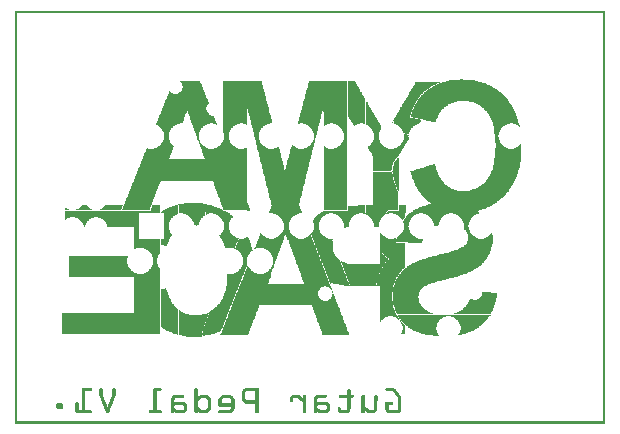
<source format=gbo>
G04 MADE WITH FRITZING*
G04 WWW.FRITZING.ORG*
G04 DOUBLE SIDED*
G04 HOLES PLATED*
G04 CONTOUR ON CENTER OF CONTOUR VECTOR*
%ASAXBY*%
%FSLAX23Y23*%
%MOIN*%
%OFA0B0*%
%SFA1.0B1.0*%
%ADD10R,0.001000X0.001000*%
%LNSILK0*%
G90*
G70*
G36*
X777Y737D02*
X777Y731D01*
X779Y731D01*
X779Y725D01*
X781Y725D01*
X781Y721D01*
X783Y721D01*
X783Y715D01*
X785Y715D01*
X785Y711D01*
X775Y711D01*
X775Y737D01*
X777Y737D01*
G37*
D02*
G36*
X607Y663D02*
X607Y661D01*
X605Y661D01*
X605Y663D01*
X607Y663D01*
G37*
D02*
G36*
X1423Y1142D02*
X1423Y1140D01*
X1417Y1140D01*
X1417Y1138D01*
X1411Y1138D01*
X1411Y1136D01*
X1407Y1136D01*
X1407Y1134D01*
X1403Y1134D01*
X1403Y1132D01*
X1399Y1132D01*
X1399Y1130D01*
X1395Y1130D01*
X1395Y1128D01*
X1391Y1128D01*
X1391Y1126D01*
X1387Y1126D01*
X1387Y1124D01*
X1385Y1124D01*
X1385Y1122D01*
X1381Y1122D01*
X1381Y1120D01*
X1379Y1120D01*
X1379Y1118D01*
X1375Y1118D01*
X1375Y1116D01*
X1373Y1116D01*
X1373Y1114D01*
X1371Y1114D01*
X1371Y1112D01*
X1369Y1112D01*
X1369Y1110D01*
X1365Y1110D01*
X1365Y1108D01*
X1363Y1108D01*
X1363Y1106D01*
X1361Y1106D01*
X1361Y1104D01*
X1359Y1104D01*
X1359Y1102D01*
X1357Y1102D01*
X1357Y1100D01*
X1355Y1100D01*
X1355Y1098D01*
X1353Y1098D01*
X1353Y1096D01*
X1351Y1096D01*
X1351Y1092D01*
X1349Y1092D01*
X1349Y1090D01*
X1347Y1090D01*
X1347Y1088D01*
X1345Y1088D01*
X1345Y1084D01*
X1343Y1084D01*
X1343Y1082D01*
X1341Y1082D01*
X1341Y1078D01*
X1339Y1078D01*
X1339Y1076D01*
X1337Y1076D01*
X1337Y1072D01*
X1335Y1072D01*
X1335Y1068D01*
X1333Y1068D01*
X1333Y1064D01*
X1331Y1064D01*
X1331Y1060D01*
X1329Y1060D01*
X1329Y1056D01*
X1327Y1056D01*
X1327Y1052D01*
X1325Y1052D01*
X1325Y1046D01*
X1323Y1046D01*
X1323Y1042D01*
X1321Y1042D01*
X1321Y1036D01*
X1319Y1036D01*
X1319Y1030D01*
X1317Y1030D01*
X1317Y1022D01*
X1325Y1022D01*
X1325Y1020D01*
X1335Y1020D01*
X1335Y1018D01*
X1343Y1018D01*
X1343Y1016D01*
X1351Y1016D01*
X1351Y1014D01*
X1355Y1014D01*
X1355Y1012D01*
X1261Y1012D01*
X1261Y1004D01*
X1257Y1004D01*
X1257Y1008D01*
X1259Y1008D01*
X1259Y1012D01*
X1261Y1012D01*
X1261Y1014D01*
X1263Y1014D01*
X1263Y1018D01*
X1265Y1018D01*
X1265Y1022D01*
X1267Y1022D01*
X1267Y1024D01*
X1269Y1024D01*
X1269Y1028D01*
X1271Y1028D01*
X1271Y1032D01*
X1273Y1032D01*
X1273Y1036D01*
X1275Y1036D01*
X1275Y1038D01*
X1277Y1038D01*
X1277Y1042D01*
X1279Y1042D01*
X1279Y1046D01*
X1281Y1046D01*
X1281Y1048D01*
X1283Y1048D01*
X1283Y1052D01*
X1285Y1052D01*
X1285Y1056D01*
X1287Y1056D01*
X1287Y1058D01*
X1289Y1058D01*
X1289Y1062D01*
X1291Y1062D01*
X1291Y1066D01*
X1293Y1066D01*
X1293Y1068D01*
X1295Y1068D01*
X1295Y1072D01*
X1297Y1072D01*
X1297Y1076D01*
X1299Y1076D01*
X1299Y1078D01*
X1301Y1078D01*
X1301Y1082D01*
X1303Y1082D01*
X1303Y1086D01*
X1305Y1086D01*
X1305Y1088D01*
X1307Y1088D01*
X1307Y1092D01*
X1309Y1092D01*
X1309Y1096D01*
X1311Y1096D01*
X1311Y1098D01*
X1313Y1098D01*
X1313Y1102D01*
X1315Y1102D01*
X1315Y1106D01*
X1317Y1106D01*
X1317Y1110D01*
X1319Y1110D01*
X1319Y1112D01*
X1321Y1112D01*
X1321Y1116D01*
X1323Y1116D01*
X1323Y1120D01*
X1325Y1120D01*
X1325Y1122D01*
X1327Y1122D01*
X1327Y1126D01*
X1329Y1126D01*
X1329Y1130D01*
X1331Y1130D01*
X1331Y1132D01*
X1333Y1132D01*
X1333Y1136D01*
X1335Y1136D01*
X1335Y1140D01*
X1337Y1140D01*
X1337Y1142D01*
X1423Y1142D01*
G37*
D02*
G36*
X1353Y1012D02*
X1353Y1008D01*
X1351Y1008D01*
X1351Y1004D01*
X1263Y1004D01*
X1263Y1012D01*
X1353Y1012D01*
G37*
D02*
G36*
X1279Y888D02*
X1279Y882D01*
X1273Y882D01*
X1273Y884D01*
X1275Y884D01*
X1275Y886D01*
X1277Y886D01*
X1277Y888D01*
X1279Y888D01*
G37*
D02*
G36*
X1279Y882D02*
X1279Y880D01*
X1271Y880D01*
X1271Y882D01*
X1279Y882D01*
G37*
D02*
G36*
X1279Y880D02*
X1279Y874D01*
X1267Y874D01*
X1267Y876D01*
X1269Y876D01*
X1269Y880D01*
X1279Y880D01*
G37*
D02*
G36*
X1279Y874D02*
X1279Y869D01*
X1265Y869D01*
X1265Y874D01*
X1279Y874D01*
G37*
D02*
G36*
X1279Y869D02*
X1279Y861D01*
X1263Y861D01*
X1263Y869D01*
X1279Y869D01*
G37*
D02*
G36*
X1279Y861D02*
X1279Y853D01*
X1261Y853D01*
X1261Y861D01*
X1279Y861D01*
G37*
D02*
G36*
X1279Y853D02*
X1279Y845D01*
X1259Y845D01*
X1259Y853D01*
X1279Y853D01*
G37*
D02*
G36*
X1279Y845D02*
X1279Y803D01*
X1267Y803D01*
X1267Y809D01*
X1265Y809D01*
X1265Y815D01*
X1263Y815D01*
X1263Y823D01*
X1261Y823D01*
X1261Y833D01*
X1259Y833D01*
X1259Y841D01*
X1257Y841D01*
X1257Y845D01*
X1279Y845D01*
G37*
D02*
G36*
X1257Y841D02*
X1257Y833D01*
X1194Y833D01*
X1194Y841D01*
X1257Y841D01*
G37*
D02*
G36*
X1259Y833D02*
X1259Y823D01*
X1194Y823D01*
X1194Y833D01*
X1259Y833D01*
G37*
D02*
G36*
X1261Y823D02*
X1261Y815D01*
X1194Y815D01*
X1194Y823D01*
X1261Y823D01*
G37*
D02*
G36*
X1263Y815D02*
X1263Y809D01*
X1194Y809D01*
X1194Y815D01*
X1263Y815D01*
G37*
D02*
G36*
X1265Y809D02*
X1265Y803D01*
X1194Y803D01*
X1194Y809D01*
X1265Y809D01*
G37*
D02*
G36*
X1279Y803D02*
X1279Y801D01*
X1194Y801D01*
X1194Y803D01*
X1279Y803D01*
G37*
D02*
G36*
X1279Y803D02*
X1279Y801D01*
X1194Y801D01*
X1194Y803D01*
X1279Y803D01*
G37*
D02*
G36*
X1279Y801D02*
X1279Y777D01*
X1277Y777D01*
X1277Y781D01*
X1275Y781D01*
X1275Y785D01*
X1273Y785D01*
X1273Y791D01*
X1271Y791D01*
X1271Y797D01*
X1269Y797D01*
X1269Y801D01*
X1279Y801D01*
G37*
D02*
G36*
X1267Y801D02*
X1267Y797D01*
X1194Y797D01*
X1194Y801D01*
X1267Y801D01*
G37*
D02*
G36*
X1269Y797D02*
X1269Y791D01*
X1194Y791D01*
X1194Y797D01*
X1269Y797D01*
G37*
D02*
G36*
X1271Y791D02*
X1271Y785D01*
X1194Y785D01*
X1194Y791D01*
X1271Y791D01*
G37*
D02*
G36*
X1273Y785D02*
X1273Y781D01*
X1194Y781D01*
X1194Y785D01*
X1273Y785D01*
G37*
D02*
G36*
X1275Y781D02*
X1275Y777D01*
X1194Y777D01*
X1194Y781D01*
X1275Y781D01*
G37*
D02*
G36*
X1303Y729D02*
X1303Y711D01*
X1281Y711D01*
X1281Y729D01*
X1303Y729D01*
G37*
D02*
G36*
X1303Y711D02*
X1303Y709D01*
X1245Y709D01*
X1245Y711D01*
X1303Y711D01*
G37*
D02*
G36*
X1303Y711D02*
X1303Y709D01*
X1245Y709D01*
X1245Y711D01*
X1303Y711D01*
G37*
D02*
G36*
X1303Y709D02*
X1303Y707D01*
X1245Y707D01*
X1245Y709D01*
X1303Y709D01*
G37*
D02*
G36*
X1303Y707D02*
X1303Y705D01*
X1243Y705D01*
X1243Y707D01*
X1303Y707D01*
G37*
D02*
G36*
X485Y729D02*
X485Y711D01*
X452Y711D01*
X452Y717D01*
X454Y717D01*
X454Y721D01*
X456Y721D01*
X456Y727D01*
X458Y727D01*
X458Y729D01*
X485Y729D01*
G37*
D02*
G36*
X485Y711D02*
X485Y709D01*
X166Y709D01*
X166Y711D01*
X485Y711D01*
G37*
D02*
G36*
X485Y711D02*
X485Y709D01*
X166Y709D01*
X166Y711D01*
X485Y711D01*
G37*
D02*
G36*
X485Y711D02*
X485Y709D01*
X166Y709D01*
X166Y711D01*
X485Y711D01*
G37*
D02*
G36*
X976Y847D02*
X976Y845D01*
X827Y845D01*
X827Y847D01*
X976Y847D01*
G37*
D02*
G36*
X976Y847D02*
X976Y845D01*
X827Y845D01*
X827Y847D01*
X976Y847D01*
G37*
D02*
G36*
X641Y733D02*
X641Y731D01*
X651Y731D01*
X651Y729D01*
X657Y729D01*
X657Y727D01*
X665Y727D01*
X665Y725D01*
X671Y725D01*
X671Y723D01*
X675Y723D01*
X675Y721D01*
X681Y721D01*
X681Y719D01*
X685Y719D01*
X685Y717D01*
X689Y717D01*
X689Y715D01*
X693Y715D01*
X693Y711D01*
X635Y711D01*
X635Y733D01*
X641Y733D01*
G37*
D02*
G36*
X1168Y729D02*
X1168Y711D01*
X1110Y711D01*
X1110Y727D01*
X1142Y727D01*
X1142Y729D01*
X1168Y729D01*
G37*
D02*
G36*
X1168Y711D02*
X1168Y709D01*
X1030Y709D01*
X1030Y711D01*
X1168Y711D01*
G37*
D02*
G36*
X1168Y711D02*
X1168Y709D01*
X1030Y709D01*
X1030Y711D01*
X1168Y711D01*
G37*
D02*
G36*
X701Y711D02*
X701Y709D01*
X635Y709D01*
X635Y711D01*
X701Y711D01*
G37*
D02*
G36*
X701Y711D02*
X701Y709D01*
X635Y709D01*
X635Y711D01*
X701Y711D01*
G37*
D02*
G36*
X994Y613D02*
X994Y607D01*
X996Y607D01*
X996Y603D01*
X914Y603D01*
X914Y607D01*
X912Y607D01*
X912Y613D01*
X994Y613D01*
G37*
D02*
G36*
X998Y603D02*
X998Y597D01*
X1000Y597D01*
X1000Y593D01*
X918Y593D01*
X918Y597D01*
X916Y597D01*
X916Y601D01*
X914Y601D01*
X914Y603D01*
X998Y603D01*
G37*
D02*
G36*
X1002Y593D02*
X1002Y587D01*
X920Y587D01*
X920Y591D01*
X918Y591D01*
X918Y593D01*
X1002Y593D01*
G37*
D02*
G36*
X1004Y587D02*
X1004Y581D01*
X1006Y581D01*
X1006Y577D01*
X924Y577D01*
X924Y579D01*
X922Y579D01*
X922Y585D01*
X920Y585D01*
X920Y587D01*
X1004Y587D01*
G37*
D02*
G36*
X1219Y579D02*
X1219Y575D01*
X1221Y575D01*
X1221Y573D01*
X1223Y573D01*
X1223Y569D01*
X1225Y569D01*
X1225Y567D01*
X1227Y567D01*
X1227Y563D01*
X1229Y563D01*
X1229Y561D01*
X1231Y561D01*
X1231Y559D01*
X1235Y559D01*
X1235Y557D01*
X1237Y557D01*
X1237Y555D01*
X1241Y555D01*
X1241Y553D01*
X1243Y553D01*
X1243Y551D01*
X1245Y551D01*
X1245Y549D01*
X1243Y549D01*
X1243Y545D01*
X1241Y545D01*
X1241Y543D01*
X1239Y543D01*
X1239Y541D01*
X1237Y541D01*
X1237Y539D01*
X1235Y539D01*
X1235Y535D01*
X1233Y535D01*
X1233Y533D01*
X1217Y533D01*
X1217Y579D01*
X1219Y579D01*
G37*
D02*
G36*
X1008Y577D02*
X1008Y571D01*
X1010Y571D01*
X1010Y567D01*
X928Y567D01*
X928Y569D01*
X926Y569D01*
X926Y575D01*
X924Y575D01*
X924Y577D01*
X1008Y577D01*
G37*
D02*
G36*
X1012Y567D02*
X1012Y561D01*
X1014Y561D01*
X1014Y557D01*
X930Y557D01*
X930Y563D01*
X928Y563D01*
X928Y567D01*
X1012Y567D01*
G37*
D02*
G36*
X1016Y557D02*
X1016Y551D01*
X934Y551D01*
X934Y553D01*
X932Y553D01*
X932Y557D01*
X1016Y557D01*
G37*
D02*
G36*
X1018Y551D02*
X1018Y545D01*
X1020Y545D01*
X1020Y541D01*
X936Y541D01*
X936Y547D01*
X934Y547D01*
X934Y551D01*
X1018Y551D01*
G37*
D02*
G36*
X1090Y543D02*
X1090Y541D01*
X1094Y541D01*
X1094Y539D01*
X1100Y539D01*
X1100Y537D01*
X1108Y537D01*
X1108Y535D01*
X1122Y535D01*
X1122Y533D01*
X1090Y533D01*
X1090Y537D01*
X1088Y537D01*
X1088Y541D01*
X1086Y541D01*
X1086Y543D01*
X1090Y543D01*
G37*
D02*
G36*
X1086Y541D02*
X1086Y537D01*
X1024Y537D01*
X1024Y541D01*
X1086Y541D01*
G37*
D02*
G36*
X1022Y541D02*
X1022Y535D01*
X1024Y535D01*
X1024Y531D01*
X940Y531D01*
X940Y535D01*
X938Y535D01*
X938Y541D01*
X1022Y541D01*
G37*
D02*
G36*
X1088Y537D02*
X1088Y531D01*
X1026Y531D01*
X1026Y537D01*
X1088Y537D01*
G37*
D02*
G36*
X1231Y533D02*
X1231Y531D01*
X1090Y531D01*
X1090Y533D01*
X1231Y533D01*
G37*
D02*
G36*
X1231Y533D02*
X1231Y531D01*
X1090Y531D01*
X1090Y533D01*
X1231Y533D01*
G37*
D02*
G36*
X1231Y531D02*
X1231Y529D01*
X1229Y529D01*
X1229Y527D01*
X1227Y527D01*
X1227Y523D01*
X1225Y523D01*
X1225Y521D01*
X1223Y521D01*
X1223Y517D01*
X1221Y517D01*
X1221Y515D01*
X1219Y515D01*
X1219Y511D01*
X1217Y511D01*
X1217Y505D01*
X1215Y505D01*
X1215Y500D01*
X1102Y500D01*
X1102Y505D01*
X1100Y505D01*
X1100Y511D01*
X1098Y511D01*
X1098Y515D01*
X1096Y515D01*
X1096Y521D01*
X1094Y521D01*
X1094Y525D01*
X1092Y525D01*
X1092Y531D01*
X1231Y531D01*
G37*
D02*
G36*
X1090Y531D02*
X1090Y525D01*
X1030Y525D01*
X1030Y527D01*
X1028Y527D01*
X1028Y531D01*
X1090Y531D01*
G37*
D02*
G36*
X1026Y531D02*
X1026Y525D01*
X1028Y525D01*
X1028Y519D01*
X1030Y519D01*
X1030Y515D01*
X946Y515D01*
X946Y519D01*
X944Y519D01*
X944Y525D01*
X942Y525D01*
X942Y531D01*
X1026Y531D01*
G37*
D02*
G36*
X1092Y525D02*
X1092Y521D01*
X1030Y521D01*
X1030Y525D01*
X1092Y525D01*
G37*
D02*
G36*
X1094Y521D02*
X1094Y515D01*
X1032Y515D01*
X1032Y521D01*
X1094Y521D01*
G37*
D02*
G36*
X1096Y515D02*
X1096Y511D01*
X1034Y511D01*
X1034Y515D01*
X1096Y515D01*
G37*
D02*
G36*
X1032Y515D02*
X1032Y509D01*
X1034Y509D01*
X1034Y505D01*
X950Y505D01*
X950Y509D01*
X948Y509D01*
X948Y513D01*
X946Y513D01*
X946Y515D01*
X1032Y515D01*
G37*
D02*
G36*
X1098Y511D02*
X1098Y505D01*
X1036Y505D01*
X1036Y511D01*
X1098Y511D01*
G37*
D02*
G36*
X1100Y505D02*
X1100Y500D01*
X1038Y500D01*
X1038Y505D01*
X1100Y505D01*
G37*
D02*
G36*
X1036Y505D02*
X1036Y498D01*
X1038Y498D01*
X1038Y494D01*
X954Y494D01*
X954Y496D01*
X952Y496D01*
X952Y503D01*
X950Y503D01*
X950Y505D01*
X1036Y505D01*
G37*
D02*
G36*
X1213Y500D02*
X1213Y498D01*
X1040Y498D01*
X1040Y500D01*
X1213Y500D01*
G37*
D02*
G36*
X1213Y500D02*
X1213Y498D01*
X1040Y498D01*
X1040Y500D01*
X1213Y500D01*
G37*
D02*
G36*
X1213Y498D02*
X1213Y494D01*
X1211Y494D01*
X1211Y488D01*
X1209Y488D01*
X1209Y480D01*
X1207Y480D01*
X1207Y472D01*
X1205Y472D01*
X1205Y464D01*
X1116Y464D01*
X1116Y468D01*
X1114Y468D01*
X1114Y474D01*
X1112Y474D01*
X1112Y478D01*
X1110Y478D01*
X1110Y484D01*
X1108Y484D01*
X1108Y488D01*
X1106Y488D01*
X1106Y494D01*
X1104Y494D01*
X1104Y498D01*
X1213Y498D01*
G37*
D02*
G36*
X1102Y498D02*
X1102Y494D01*
X1040Y494D01*
X1040Y498D01*
X1102Y498D01*
G37*
D02*
G36*
X854Y496D02*
X854Y494D01*
X852Y494D01*
X852Y488D01*
X850Y488D01*
X850Y486D01*
X761Y486D01*
X761Y490D01*
X763Y490D01*
X763Y496D01*
X854Y496D01*
G37*
D02*
G36*
X1104Y494D02*
X1104Y488D01*
X1044Y488D01*
X1044Y490D01*
X1042Y490D01*
X1042Y494D01*
X1104Y494D01*
G37*
D02*
G36*
X1040Y494D02*
X1040Y488D01*
X1042Y488D01*
X1042Y482D01*
X1044Y482D01*
X1044Y478D01*
X960Y478D01*
X960Y480D01*
X958Y480D01*
X958Y486D01*
X956Y486D01*
X956Y490D01*
X954Y490D01*
X954Y494D01*
X1040Y494D01*
G37*
D02*
G36*
X1106Y488D02*
X1106Y484D01*
X1044Y484D01*
X1044Y488D01*
X1106Y488D01*
G37*
D02*
G36*
X850Y486D02*
X850Y484D01*
X848Y484D01*
X848Y478D01*
X846Y478D01*
X846Y476D01*
X757Y476D01*
X757Y480D01*
X759Y480D01*
X759Y486D01*
X850Y486D01*
G37*
D02*
G36*
X1108Y484D02*
X1108Y478D01*
X1046Y478D01*
X1046Y484D01*
X1108Y484D01*
G37*
D02*
G36*
X1110Y478D02*
X1110Y474D01*
X1048Y474D01*
X1048Y478D01*
X1110Y478D01*
G37*
D02*
G36*
X1046Y478D02*
X1046Y472D01*
X1048Y472D01*
X1048Y468D01*
X962Y468D01*
X962Y474D01*
X960Y474D01*
X960Y478D01*
X1046Y478D01*
G37*
D02*
G36*
X846Y476D02*
X846Y472D01*
X844Y472D01*
X844Y468D01*
X753Y468D01*
X753Y470D01*
X755Y470D01*
X755Y476D01*
X846Y476D01*
G37*
D02*
G36*
X1112Y474D02*
X1112Y468D01*
X1060Y468D01*
X1060Y470D01*
X1054Y470D01*
X1054Y472D01*
X1050Y472D01*
X1050Y474D01*
X1112Y474D01*
G37*
D02*
G36*
X1114Y468D02*
X1114Y464D01*
X1080Y464D01*
X1080Y466D01*
X1068Y466D01*
X1068Y468D01*
X1114Y468D01*
G37*
D02*
G36*
X1050Y468D02*
X1050Y466D01*
X753Y466D01*
X753Y468D01*
X1050Y468D01*
G37*
D02*
G36*
X1050Y468D02*
X1050Y466D01*
X753Y466D01*
X753Y468D01*
X1050Y468D01*
G37*
D02*
G36*
X1205Y464D02*
X1205Y462D01*
X1098Y462D01*
X1098Y464D01*
X1205Y464D01*
G37*
D02*
G36*
X1205Y464D02*
X1205Y462D01*
X1098Y462D01*
X1098Y464D01*
X1205Y464D01*
G37*
D02*
G36*
X1203Y462D02*
X1203Y460D01*
X1142Y460D01*
X1142Y462D01*
X1203Y462D01*
G37*
D02*
G36*
X1074Y406D02*
X1074Y400D01*
X1076Y400D01*
X1076Y396D01*
X1078Y396D01*
X1078Y390D01*
X1080Y390D01*
X1080Y386D01*
X1082Y386D01*
X1082Y380D01*
X1084Y380D01*
X1084Y374D01*
X1086Y374D01*
X1086Y370D01*
X1088Y370D01*
X1088Y364D01*
X1090Y364D01*
X1090Y360D01*
X1092Y360D01*
X1092Y354D01*
X1094Y354D01*
X1094Y348D01*
X1096Y348D01*
X1096Y344D01*
X1098Y344D01*
X1098Y338D01*
X1100Y338D01*
X1100Y334D01*
X1102Y334D01*
X1102Y328D01*
X1104Y328D01*
X1104Y324D01*
X1106Y324D01*
X1106Y318D01*
X1108Y318D01*
X1108Y312D01*
X1110Y312D01*
X1110Y308D01*
X1112Y308D01*
X1112Y302D01*
X1114Y302D01*
X1114Y298D01*
X1024Y298D01*
X1024Y304D01*
X1022Y304D01*
X1022Y310D01*
X1020Y310D01*
X1020Y316D01*
X1018Y316D01*
X1018Y320D01*
X1016Y320D01*
X1016Y326D01*
X1014Y326D01*
X1014Y332D01*
X1012Y332D01*
X1012Y338D01*
X1010Y338D01*
X1010Y342D01*
X1008Y342D01*
X1008Y348D01*
X1006Y348D01*
X1006Y354D01*
X1004Y354D01*
X1004Y358D01*
X1002Y358D01*
X1002Y364D01*
X1000Y364D01*
X1000Y370D01*
X998Y370D01*
X998Y376D01*
X996Y376D01*
X996Y380D01*
X994Y380D01*
X994Y386D01*
X992Y386D01*
X992Y392D01*
X990Y392D01*
X990Y396D01*
X725Y396D01*
X725Y400D01*
X727Y400D01*
X727Y406D01*
X1074Y406D01*
G37*
D02*
G36*
X815Y396D02*
X815Y394D01*
X813Y394D01*
X813Y388D01*
X811Y388D01*
X811Y386D01*
X721Y386D01*
X721Y390D01*
X723Y390D01*
X723Y396D01*
X815Y396D01*
G37*
D02*
G36*
X811Y386D02*
X811Y384D01*
X809Y384D01*
X809Y378D01*
X807Y378D01*
X807Y376D01*
X717Y376D01*
X717Y380D01*
X719Y380D01*
X719Y386D01*
X811Y386D01*
G37*
D02*
G36*
X807Y376D02*
X807Y374D01*
X805Y374D01*
X805Y368D01*
X803Y368D01*
X803Y366D01*
X713Y366D01*
X713Y370D01*
X715Y370D01*
X715Y376D01*
X807Y376D01*
G37*
D02*
G36*
X803Y366D02*
X803Y362D01*
X801Y362D01*
X801Y360D01*
X711Y360D01*
X711Y366D01*
X803Y366D01*
G37*
D02*
G36*
X801Y360D02*
X801Y358D01*
X799Y358D01*
X799Y352D01*
X797Y352D01*
X797Y350D01*
X707Y350D01*
X707Y354D01*
X709Y354D01*
X709Y360D01*
X801Y360D01*
G37*
D02*
G36*
X797Y350D02*
X797Y346D01*
X795Y346D01*
X795Y342D01*
X793Y342D01*
X793Y340D01*
X703Y340D01*
X703Y344D01*
X705Y344D01*
X705Y350D01*
X797Y350D01*
G37*
D02*
G36*
X793Y340D02*
X793Y336D01*
X791Y336D01*
X791Y332D01*
X789Y332D01*
X789Y330D01*
X699Y330D01*
X699Y334D01*
X701Y334D01*
X701Y340D01*
X793Y340D01*
G37*
D02*
G36*
X789Y330D02*
X789Y326D01*
X787Y326D01*
X787Y320D01*
X695Y320D01*
X695Y324D01*
X697Y324D01*
X697Y330D01*
X789Y330D01*
G37*
D02*
G36*
X785Y320D02*
X785Y316D01*
X783Y316D01*
X783Y310D01*
X691Y310D01*
X691Y314D01*
X693Y314D01*
X693Y320D01*
X785Y320D01*
G37*
D02*
G36*
X781Y310D02*
X781Y306D01*
X779Y306D01*
X779Y300D01*
X777Y300D01*
X777Y298D01*
X685Y298D01*
X685Y300D01*
X687Y300D01*
X687Y304D01*
X689Y304D01*
X689Y310D01*
X781Y310D01*
G37*
D02*
G36*
X1052Y470D02*
X1052Y468D01*
X1050Y468D01*
X1050Y470D01*
X1052Y470D01*
G37*
D02*
G36*
X505Y454D02*
X505Y448D01*
X507Y448D01*
X507Y442D01*
X509Y442D01*
X509Y436D01*
X511Y436D01*
X511Y430D01*
X513Y430D01*
X513Y424D01*
X515Y424D01*
X515Y420D01*
X517Y420D01*
X517Y416D01*
X519Y416D01*
X519Y412D01*
X521Y412D01*
X521Y408D01*
X523Y408D01*
X523Y406D01*
X525Y406D01*
X525Y402D01*
X527Y402D01*
X527Y400D01*
X529Y400D01*
X529Y396D01*
X531Y396D01*
X531Y394D01*
X533Y394D01*
X533Y392D01*
X535Y392D01*
X535Y390D01*
X537Y390D01*
X537Y388D01*
X539Y388D01*
X539Y386D01*
X541Y386D01*
X541Y384D01*
X543Y384D01*
X543Y382D01*
X545Y382D01*
X545Y298D01*
X539Y298D01*
X539Y300D01*
X533Y300D01*
X533Y302D01*
X527Y302D01*
X527Y304D01*
X523Y304D01*
X523Y306D01*
X517Y306D01*
X517Y308D01*
X513Y308D01*
X513Y310D01*
X509Y310D01*
X509Y312D01*
X505Y312D01*
X505Y314D01*
X501Y314D01*
X501Y316D01*
X499Y316D01*
X499Y318D01*
X495Y318D01*
X495Y320D01*
X491Y320D01*
X491Y322D01*
X489Y322D01*
X489Y324D01*
X487Y324D01*
X487Y450D01*
X493Y450D01*
X493Y452D01*
X499Y452D01*
X499Y454D01*
X505Y454D01*
G37*
D02*
G36*
X1495Y1150D02*
X1495Y1148D01*
X1521Y1148D01*
X1521Y1146D01*
X1533Y1146D01*
X1533Y1144D01*
X1543Y1144D01*
X1543Y1142D01*
X1551Y1142D01*
X1551Y1140D01*
X1557Y1140D01*
X1557Y1138D01*
X1563Y1138D01*
X1563Y1136D01*
X1570Y1136D01*
X1570Y1134D01*
X1574Y1134D01*
X1574Y1132D01*
X1578Y1132D01*
X1578Y1130D01*
X1582Y1130D01*
X1582Y1128D01*
X1586Y1128D01*
X1586Y1126D01*
X1590Y1126D01*
X1590Y1124D01*
X1594Y1124D01*
X1594Y1122D01*
X1598Y1122D01*
X1598Y1120D01*
X1600Y1120D01*
X1600Y1118D01*
X1604Y1118D01*
X1604Y1116D01*
X1606Y1116D01*
X1606Y1114D01*
X1610Y1114D01*
X1610Y1112D01*
X1612Y1112D01*
X1612Y1110D01*
X1614Y1110D01*
X1614Y1108D01*
X1616Y1108D01*
X1616Y1106D01*
X1620Y1106D01*
X1620Y1104D01*
X1622Y1104D01*
X1622Y1102D01*
X1624Y1102D01*
X1624Y1100D01*
X1626Y1100D01*
X1626Y1098D01*
X1628Y1098D01*
X1628Y1096D01*
X1630Y1096D01*
X1630Y1094D01*
X1632Y1094D01*
X1632Y1092D01*
X1634Y1092D01*
X1634Y1090D01*
X1636Y1090D01*
X1636Y1088D01*
X1638Y1088D01*
X1638Y1086D01*
X1640Y1086D01*
X1640Y1084D01*
X1642Y1084D01*
X1642Y1080D01*
X1644Y1080D01*
X1644Y1078D01*
X1646Y1078D01*
X1646Y1076D01*
X1473Y1076D01*
X1473Y1074D01*
X1465Y1074D01*
X1465Y1072D01*
X1459Y1072D01*
X1459Y1070D01*
X1453Y1070D01*
X1453Y1068D01*
X1449Y1068D01*
X1449Y1066D01*
X1445Y1066D01*
X1445Y1064D01*
X1443Y1064D01*
X1443Y1062D01*
X1439Y1062D01*
X1439Y1060D01*
X1437Y1060D01*
X1437Y1058D01*
X1433Y1058D01*
X1433Y1056D01*
X1431Y1056D01*
X1431Y1054D01*
X1429Y1054D01*
X1429Y1052D01*
X1427Y1052D01*
X1427Y1050D01*
X1425Y1050D01*
X1425Y1048D01*
X1423Y1048D01*
X1423Y1046D01*
X1421Y1046D01*
X1421Y1042D01*
X1419Y1042D01*
X1419Y1040D01*
X1417Y1040D01*
X1417Y1038D01*
X1415Y1038D01*
X1415Y1034D01*
X1413Y1034D01*
X1413Y1030D01*
X1411Y1030D01*
X1411Y1026D01*
X1409Y1026D01*
X1409Y1022D01*
X1407Y1022D01*
X1407Y1016D01*
X1405Y1016D01*
X1405Y1010D01*
X1403Y1010D01*
X1403Y1006D01*
X1395Y1006D01*
X1395Y1008D01*
X1387Y1008D01*
X1387Y1010D01*
X1377Y1010D01*
X1377Y1012D01*
X1369Y1012D01*
X1369Y1014D01*
X1361Y1014D01*
X1361Y1016D01*
X1353Y1016D01*
X1353Y1018D01*
X1343Y1018D01*
X1343Y1020D01*
X1335Y1020D01*
X1335Y1022D01*
X1327Y1022D01*
X1327Y1024D01*
X1319Y1024D01*
X1319Y1028D01*
X1321Y1028D01*
X1321Y1034D01*
X1323Y1034D01*
X1323Y1040D01*
X1325Y1040D01*
X1325Y1046D01*
X1327Y1046D01*
X1327Y1050D01*
X1329Y1050D01*
X1329Y1056D01*
X1331Y1056D01*
X1331Y1060D01*
X1333Y1060D01*
X1333Y1064D01*
X1335Y1064D01*
X1335Y1068D01*
X1337Y1068D01*
X1337Y1072D01*
X1339Y1072D01*
X1339Y1074D01*
X1341Y1074D01*
X1341Y1078D01*
X1343Y1078D01*
X1343Y1080D01*
X1345Y1080D01*
X1345Y1084D01*
X1347Y1084D01*
X1347Y1086D01*
X1349Y1086D01*
X1349Y1088D01*
X1351Y1088D01*
X1351Y1092D01*
X1353Y1092D01*
X1353Y1094D01*
X1355Y1094D01*
X1355Y1096D01*
X1357Y1096D01*
X1357Y1098D01*
X1359Y1098D01*
X1359Y1100D01*
X1361Y1100D01*
X1361Y1102D01*
X1363Y1102D01*
X1363Y1104D01*
X1365Y1104D01*
X1365Y1106D01*
X1367Y1106D01*
X1367Y1108D01*
X1369Y1108D01*
X1369Y1110D01*
X1373Y1110D01*
X1373Y1112D01*
X1375Y1112D01*
X1375Y1114D01*
X1377Y1114D01*
X1377Y1116D01*
X1379Y1116D01*
X1379Y1118D01*
X1383Y1118D01*
X1383Y1120D01*
X1385Y1120D01*
X1385Y1122D01*
X1389Y1122D01*
X1389Y1124D01*
X1393Y1124D01*
X1393Y1126D01*
X1395Y1126D01*
X1395Y1128D01*
X1399Y1128D01*
X1399Y1130D01*
X1403Y1130D01*
X1403Y1132D01*
X1407Y1132D01*
X1407Y1134D01*
X1413Y1134D01*
X1413Y1136D01*
X1417Y1136D01*
X1417Y1138D01*
X1423Y1138D01*
X1423Y1140D01*
X1429Y1140D01*
X1429Y1142D01*
X1437Y1142D01*
X1437Y1144D01*
X1447Y1144D01*
X1447Y1146D01*
X1459Y1146D01*
X1459Y1148D01*
X1483Y1148D01*
X1483Y1150D01*
X1495Y1150D01*
G37*
D02*
G36*
X1401Y867D02*
X1401Y859D01*
X1403Y859D01*
X1403Y853D01*
X1405Y853D01*
X1405Y847D01*
X1407Y847D01*
X1407Y841D01*
X1409Y841D01*
X1409Y835D01*
X1411Y835D01*
X1411Y831D01*
X1413Y831D01*
X1413Y827D01*
X1415Y827D01*
X1415Y823D01*
X1417Y823D01*
X1417Y819D01*
X1419Y819D01*
X1419Y817D01*
X1421Y817D01*
X1421Y813D01*
X1423Y813D01*
X1423Y811D01*
X1425Y811D01*
X1425Y809D01*
X1427Y809D01*
X1427Y807D01*
X1429Y807D01*
X1429Y803D01*
X1431Y803D01*
X1431Y801D01*
X1433Y801D01*
X1433Y799D01*
X1435Y799D01*
X1435Y797D01*
X1439Y797D01*
X1439Y795D01*
X1441Y795D01*
X1441Y793D01*
X1443Y793D01*
X1443Y791D01*
X1447Y791D01*
X1447Y789D01*
X1449Y789D01*
X1449Y787D01*
X1453Y787D01*
X1453Y785D01*
X1457Y785D01*
X1457Y783D01*
X1463Y783D01*
X1463Y781D01*
X1467Y781D01*
X1467Y779D01*
X1475Y779D01*
X1475Y777D01*
X1345Y777D01*
X1345Y781D01*
X1343Y781D01*
X1343Y783D01*
X1341Y783D01*
X1341Y787D01*
X1339Y787D01*
X1339Y791D01*
X1337Y791D01*
X1337Y795D01*
X1335Y795D01*
X1335Y799D01*
X1333Y799D01*
X1333Y803D01*
X1331Y803D01*
X1331Y807D01*
X1329Y807D01*
X1329Y813D01*
X1327Y813D01*
X1327Y817D01*
X1325Y817D01*
X1325Y823D01*
X1323Y823D01*
X1323Y829D01*
X1321Y829D01*
X1321Y835D01*
X1319Y835D01*
X1319Y841D01*
X1317Y841D01*
X1317Y843D01*
X1323Y843D01*
X1323Y845D01*
X1329Y845D01*
X1329Y847D01*
X1337Y847D01*
X1337Y849D01*
X1343Y849D01*
X1343Y851D01*
X1349Y851D01*
X1349Y853D01*
X1355Y853D01*
X1355Y855D01*
X1363Y855D01*
X1363Y857D01*
X1369Y857D01*
X1369Y859D01*
X1375Y859D01*
X1375Y861D01*
X1381Y861D01*
X1381Y863D01*
X1387Y863D01*
X1387Y865D01*
X1395Y865D01*
X1395Y867D01*
X1401Y867D01*
G37*
D02*
G36*
X1648Y777D02*
X1648Y775D01*
X1347Y775D01*
X1347Y777D01*
X1648Y777D01*
G37*
D02*
G36*
X1648Y777D02*
X1648Y775D01*
X1347Y775D01*
X1347Y777D01*
X1648Y777D01*
G37*
D02*
G36*
X1586Y364D02*
X1586Y362D01*
X1277Y362D01*
X1277Y364D01*
X1586Y364D01*
G37*
D02*
G36*
X1586Y364D02*
X1586Y362D01*
X1277Y362D01*
X1277Y364D01*
X1586Y364D01*
G37*
D02*
G36*
X549Y380D02*
X549Y378D01*
X551Y378D01*
X551Y376D01*
X555Y376D01*
X555Y374D01*
X559Y374D01*
X559Y372D01*
X563Y372D01*
X563Y370D01*
X567Y370D01*
X567Y368D01*
X573Y368D01*
X573Y366D01*
X581Y366D01*
X581Y364D01*
X547Y364D01*
X547Y380D01*
X549Y380D01*
G37*
D02*
G36*
X647Y372D02*
X647Y366D01*
X645Y366D01*
X645Y364D01*
X623Y364D01*
X623Y366D01*
X633Y366D01*
X633Y368D01*
X639Y368D01*
X639Y370D01*
X643Y370D01*
X643Y372D01*
X647Y372D01*
G37*
D02*
G36*
X645Y364D02*
X645Y362D01*
X547Y362D01*
X547Y364D01*
X645Y364D01*
G37*
D02*
G36*
X645Y364D02*
X645Y362D01*
X547Y362D01*
X547Y364D01*
X645Y364D01*
G37*
D02*
G36*
X643Y362D02*
X643Y356D01*
X641Y356D01*
X641Y352D01*
X639Y352D01*
X639Y346D01*
X637Y346D01*
X637Y342D01*
X635Y342D01*
X635Y336D01*
X633Y336D01*
X633Y332D01*
X631Y332D01*
X631Y326D01*
X629Y326D01*
X629Y318D01*
X627Y318D01*
X627Y310D01*
X625Y310D01*
X625Y302D01*
X623Y302D01*
X623Y296D01*
X625Y296D01*
X625Y292D01*
X607Y292D01*
X607Y290D01*
X593Y290D01*
X593Y292D01*
X569Y292D01*
X569Y294D01*
X557Y294D01*
X557Y296D01*
X547Y296D01*
X547Y362D01*
X643Y362D01*
G37*
D02*
G54D10*
X0Y1378D02*
X1967Y1378D01*
X0Y1377D02*
X1967Y1377D01*
X0Y1376D02*
X1967Y1376D01*
X0Y1375D02*
X1967Y1375D01*
X0Y1374D02*
X1967Y1374D01*
X0Y1373D02*
X1967Y1373D01*
X0Y1372D02*
X1967Y1372D01*
X0Y1371D02*
X1967Y1371D01*
X0Y1370D02*
X7Y1370D01*
X1960Y1370D02*
X1967Y1370D01*
X0Y1369D02*
X7Y1369D01*
X1960Y1369D02*
X1967Y1369D01*
X0Y1368D02*
X7Y1368D01*
X1960Y1368D02*
X1967Y1368D01*
X0Y1367D02*
X7Y1367D01*
X1960Y1367D02*
X1967Y1367D01*
X0Y1366D02*
X7Y1366D01*
X1960Y1366D02*
X1967Y1366D01*
X0Y1365D02*
X7Y1365D01*
X1960Y1365D02*
X1967Y1365D01*
X0Y1364D02*
X7Y1364D01*
X1960Y1364D02*
X1967Y1364D01*
X0Y1363D02*
X7Y1363D01*
X1960Y1363D02*
X1967Y1363D01*
X0Y1362D02*
X7Y1362D01*
X1960Y1362D02*
X1967Y1362D01*
X0Y1361D02*
X7Y1361D01*
X1960Y1361D02*
X1967Y1361D01*
X0Y1360D02*
X7Y1360D01*
X1960Y1360D02*
X1967Y1360D01*
X0Y1359D02*
X7Y1359D01*
X1960Y1359D02*
X1967Y1359D01*
X0Y1358D02*
X7Y1358D01*
X1960Y1358D02*
X1967Y1358D01*
X0Y1357D02*
X7Y1357D01*
X1960Y1357D02*
X1967Y1357D01*
X0Y1356D02*
X7Y1356D01*
X1960Y1356D02*
X1967Y1356D01*
X0Y1355D02*
X7Y1355D01*
X1960Y1355D02*
X1967Y1355D01*
X0Y1354D02*
X7Y1354D01*
X1960Y1354D02*
X1967Y1354D01*
X0Y1353D02*
X7Y1353D01*
X1960Y1353D02*
X1967Y1353D01*
X0Y1352D02*
X7Y1352D01*
X1960Y1352D02*
X1967Y1352D01*
X0Y1351D02*
X7Y1351D01*
X1960Y1351D02*
X1967Y1351D01*
X0Y1350D02*
X7Y1350D01*
X1960Y1350D02*
X1967Y1350D01*
X0Y1349D02*
X7Y1349D01*
X1960Y1349D02*
X1967Y1349D01*
X0Y1348D02*
X7Y1348D01*
X1960Y1348D02*
X1967Y1348D01*
X0Y1347D02*
X7Y1347D01*
X1960Y1347D02*
X1967Y1347D01*
X0Y1346D02*
X7Y1346D01*
X1960Y1346D02*
X1967Y1346D01*
X0Y1345D02*
X7Y1345D01*
X1960Y1345D02*
X1967Y1345D01*
X0Y1344D02*
X7Y1344D01*
X1960Y1344D02*
X1967Y1344D01*
X0Y1343D02*
X7Y1343D01*
X1960Y1343D02*
X1967Y1343D01*
X0Y1342D02*
X7Y1342D01*
X1960Y1342D02*
X1967Y1342D01*
X0Y1341D02*
X7Y1341D01*
X1960Y1341D02*
X1967Y1341D01*
X0Y1340D02*
X7Y1340D01*
X1960Y1340D02*
X1967Y1340D01*
X0Y1339D02*
X7Y1339D01*
X1960Y1339D02*
X1967Y1339D01*
X0Y1338D02*
X7Y1338D01*
X1960Y1338D02*
X1967Y1338D01*
X0Y1337D02*
X7Y1337D01*
X1960Y1337D02*
X1967Y1337D01*
X0Y1336D02*
X7Y1336D01*
X1960Y1336D02*
X1967Y1336D01*
X0Y1335D02*
X7Y1335D01*
X1960Y1335D02*
X1967Y1335D01*
X0Y1334D02*
X7Y1334D01*
X1960Y1334D02*
X1967Y1334D01*
X0Y1333D02*
X7Y1333D01*
X1960Y1333D02*
X1967Y1333D01*
X0Y1332D02*
X7Y1332D01*
X1960Y1332D02*
X1967Y1332D01*
X0Y1331D02*
X7Y1331D01*
X1960Y1331D02*
X1967Y1331D01*
X0Y1330D02*
X7Y1330D01*
X1960Y1330D02*
X1967Y1330D01*
X0Y1329D02*
X7Y1329D01*
X1960Y1329D02*
X1967Y1329D01*
X0Y1328D02*
X7Y1328D01*
X1960Y1328D02*
X1967Y1328D01*
X0Y1327D02*
X7Y1327D01*
X1960Y1327D02*
X1967Y1327D01*
X0Y1326D02*
X7Y1326D01*
X1960Y1326D02*
X1967Y1326D01*
X0Y1325D02*
X7Y1325D01*
X1960Y1325D02*
X1967Y1325D01*
X0Y1324D02*
X7Y1324D01*
X1960Y1324D02*
X1967Y1324D01*
X0Y1323D02*
X7Y1323D01*
X1960Y1323D02*
X1967Y1323D01*
X0Y1322D02*
X7Y1322D01*
X1960Y1322D02*
X1967Y1322D01*
X0Y1321D02*
X7Y1321D01*
X1960Y1321D02*
X1967Y1321D01*
X0Y1320D02*
X7Y1320D01*
X1960Y1320D02*
X1967Y1320D01*
X0Y1319D02*
X7Y1319D01*
X1960Y1319D02*
X1967Y1319D01*
X0Y1318D02*
X7Y1318D01*
X1960Y1318D02*
X1967Y1318D01*
X0Y1317D02*
X7Y1317D01*
X1960Y1317D02*
X1967Y1317D01*
X0Y1316D02*
X7Y1316D01*
X1960Y1316D02*
X1967Y1316D01*
X0Y1315D02*
X7Y1315D01*
X1960Y1315D02*
X1967Y1315D01*
X0Y1314D02*
X7Y1314D01*
X1960Y1314D02*
X1967Y1314D01*
X0Y1313D02*
X7Y1313D01*
X1960Y1313D02*
X1967Y1313D01*
X0Y1312D02*
X7Y1312D01*
X1960Y1312D02*
X1967Y1312D01*
X0Y1311D02*
X7Y1311D01*
X1960Y1311D02*
X1967Y1311D01*
X0Y1310D02*
X7Y1310D01*
X1960Y1310D02*
X1967Y1310D01*
X0Y1309D02*
X7Y1309D01*
X1960Y1309D02*
X1967Y1309D01*
X0Y1308D02*
X7Y1308D01*
X1960Y1308D02*
X1967Y1308D01*
X0Y1307D02*
X7Y1307D01*
X1960Y1307D02*
X1967Y1307D01*
X0Y1306D02*
X7Y1306D01*
X1960Y1306D02*
X1967Y1306D01*
X0Y1305D02*
X7Y1305D01*
X1960Y1305D02*
X1967Y1305D01*
X0Y1304D02*
X7Y1304D01*
X1960Y1304D02*
X1967Y1304D01*
X0Y1303D02*
X7Y1303D01*
X1960Y1303D02*
X1967Y1303D01*
X0Y1302D02*
X7Y1302D01*
X1960Y1302D02*
X1967Y1302D01*
X0Y1301D02*
X7Y1301D01*
X1960Y1301D02*
X1967Y1301D01*
X0Y1300D02*
X7Y1300D01*
X1960Y1300D02*
X1967Y1300D01*
X0Y1299D02*
X7Y1299D01*
X1960Y1299D02*
X1967Y1299D01*
X0Y1298D02*
X7Y1298D01*
X1960Y1298D02*
X1967Y1298D01*
X0Y1297D02*
X7Y1297D01*
X1960Y1297D02*
X1967Y1297D01*
X0Y1296D02*
X7Y1296D01*
X1960Y1296D02*
X1967Y1296D01*
X0Y1295D02*
X7Y1295D01*
X1960Y1295D02*
X1967Y1295D01*
X0Y1294D02*
X7Y1294D01*
X1960Y1294D02*
X1967Y1294D01*
X0Y1293D02*
X7Y1293D01*
X1960Y1293D02*
X1967Y1293D01*
X0Y1292D02*
X7Y1292D01*
X1960Y1292D02*
X1967Y1292D01*
X0Y1291D02*
X7Y1291D01*
X1960Y1291D02*
X1967Y1291D01*
X0Y1290D02*
X7Y1290D01*
X1960Y1290D02*
X1967Y1290D01*
X0Y1289D02*
X7Y1289D01*
X1960Y1289D02*
X1967Y1289D01*
X0Y1288D02*
X7Y1288D01*
X1960Y1288D02*
X1967Y1288D01*
X0Y1287D02*
X7Y1287D01*
X1960Y1287D02*
X1967Y1287D01*
X0Y1286D02*
X7Y1286D01*
X1960Y1286D02*
X1967Y1286D01*
X0Y1285D02*
X7Y1285D01*
X1960Y1285D02*
X1967Y1285D01*
X0Y1284D02*
X7Y1284D01*
X1960Y1284D02*
X1967Y1284D01*
X0Y1283D02*
X7Y1283D01*
X1960Y1283D02*
X1967Y1283D01*
X0Y1282D02*
X7Y1282D01*
X1960Y1282D02*
X1967Y1282D01*
X0Y1281D02*
X7Y1281D01*
X1960Y1281D02*
X1967Y1281D01*
X0Y1280D02*
X7Y1280D01*
X1960Y1280D02*
X1967Y1280D01*
X0Y1279D02*
X7Y1279D01*
X1960Y1279D02*
X1967Y1279D01*
X0Y1278D02*
X7Y1278D01*
X1960Y1278D02*
X1967Y1278D01*
X0Y1277D02*
X7Y1277D01*
X1960Y1277D02*
X1967Y1277D01*
X0Y1276D02*
X7Y1276D01*
X1960Y1276D02*
X1967Y1276D01*
X0Y1275D02*
X7Y1275D01*
X1960Y1275D02*
X1967Y1275D01*
X0Y1274D02*
X7Y1274D01*
X1960Y1274D02*
X1967Y1274D01*
X0Y1273D02*
X7Y1273D01*
X1960Y1273D02*
X1967Y1273D01*
X0Y1272D02*
X7Y1272D01*
X1960Y1272D02*
X1967Y1272D01*
X0Y1271D02*
X7Y1271D01*
X1960Y1271D02*
X1967Y1271D01*
X0Y1270D02*
X7Y1270D01*
X1960Y1270D02*
X1967Y1270D01*
X0Y1269D02*
X7Y1269D01*
X1960Y1269D02*
X1967Y1269D01*
X0Y1268D02*
X7Y1268D01*
X1960Y1268D02*
X1967Y1268D01*
X0Y1267D02*
X7Y1267D01*
X1960Y1267D02*
X1967Y1267D01*
X0Y1266D02*
X7Y1266D01*
X1960Y1266D02*
X1967Y1266D01*
X0Y1265D02*
X7Y1265D01*
X1960Y1265D02*
X1967Y1265D01*
X0Y1264D02*
X7Y1264D01*
X1960Y1264D02*
X1967Y1264D01*
X0Y1263D02*
X7Y1263D01*
X1960Y1263D02*
X1967Y1263D01*
X0Y1262D02*
X7Y1262D01*
X1960Y1262D02*
X1967Y1262D01*
X0Y1261D02*
X7Y1261D01*
X1960Y1261D02*
X1967Y1261D01*
X0Y1260D02*
X7Y1260D01*
X1960Y1260D02*
X1967Y1260D01*
X0Y1259D02*
X7Y1259D01*
X1960Y1259D02*
X1967Y1259D01*
X0Y1258D02*
X7Y1258D01*
X1960Y1258D02*
X1967Y1258D01*
X0Y1257D02*
X7Y1257D01*
X1960Y1257D02*
X1967Y1257D01*
X0Y1256D02*
X7Y1256D01*
X1960Y1256D02*
X1967Y1256D01*
X0Y1255D02*
X7Y1255D01*
X1960Y1255D02*
X1967Y1255D01*
X0Y1254D02*
X7Y1254D01*
X1960Y1254D02*
X1967Y1254D01*
X0Y1253D02*
X7Y1253D01*
X1960Y1253D02*
X1967Y1253D01*
X0Y1252D02*
X7Y1252D01*
X1960Y1252D02*
X1967Y1252D01*
X0Y1251D02*
X7Y1251D01*
X1960Y1251D02*
X1967Y1251D01*
X0Y1250D02*
X7Y1250D01*
X1960Y1250D02*
X1967Y1250D01*
X0Y1249D02*
X7Y1249D01*
X1960Y1249D02*
X1967Y1249D01*
X0Y1248D02*
X7Y1248D01*
X1960Y1248D02*
X1967Y1248D01*
X0Y1247D02*
X7Y1247D01*
X1960Y1247D02*
X1967Y1247D01*
X0Y1246D02*
X7Y1246D01*
X1960Y1246D02*
X1967Y1246D01*
X0Y1245D02*
X7Y1245D01*
X1960Y1245D02*
X1967Y1245D01*
X0Y1244D02*
X7Y1244D01*
X1960Y1244D02*
X1967Y1244D01*
X0Y1243D02*
X7Y1243D01*
X1960Y1243D02*
X1967Y1243D01*
X0Y1242D02*
X7Y1242D01*
X1960Y1242D02*
X1967Y1242D01*
X0Y1241D02*
X7Y1241D01*
X1960Y1241D02*
X1967Y1241D01*
X0Y1240D02*
X7Y1240D01*
X1960Y1240D02*
X1967Y1240D01*
X0Y1239D02*
X7Y1239D01*
X1960Y1239D02*
X1967Y1239D01*
X0Y1238D02*
X7Y1238D01*
X1960Y1238D02*
X1967Y1238D01*
X0Y1237D02*
X7Y1237D01*
X1960Y1237D02*
X1967Y1237D01*
X0Y1236D02*
X7Y1236D01*
X1960Y1236D02*
X1967Y1236D01*
X0Y1235D02*
X7Y1235D01*
X1960Y1235D02*
X1967Y1235D01*
X0Y1234D02*
X7Y1234D01*
X1960Y1234D02*
X1967Y1234D01*
X0Y1233D02*
X7Y1233D01*
X1960Y1233D02*
X1967Y1233D01*
X0Y1232D02*
X7Y1232D01*
X1960Y1232D02*
X1967Y1232D01*
X0Y1231D02*
X7Y1231D01*
X1960Y1231D02*
X1967Y1231D01*
X0Y1230D02*
X7Y1230D01*
X1960Y1230D02*
X1967Y1230D01*
X0Y1229D02*
X7Y1229D01*
X1960Y1229D02*
X1967Y1229D01*
X0Y1228D02*
X7Y1228D01*
X1960Y1228D02*
X1967Y1228D01*
X0Y1227D02*
X7Y1227D01*
X1960Y1227D02*
X1967Y1227D01*
X0Y1226D02*
X7Y1226D01*
X1960Y1226D02*
X1967Y1226D01*
X0Y1225D02*
X7Y1225D01*
X1960Y1225D02*
X1967Y1225D01*
X0Y1224D02*
X7Y1224D01*
X1960Y1224D02*
X1967Y1224D01*
X0Y1223D02*
X7Y1223D01*
X1960Y1223D02*
X1967Y1223D01*
X0Y1222D02*
X7Y1222D01*
X1960Y1222D02*
X1967Y1222D01*
X0Y1221D02*
X7Y1221D01*
X1960Y1221D02*
X1967Y1221D01*
X0Y1220D02*
X7Y1220D01*
X1960Y1220D02*
X1967Y1220D01*
X0Y1219D02*
X7Y1219D01*
X1960Y1219D02*
X1967Y1219D01*
X0Y1218D02*
X7Y1218D01*
X1960Y1218D02*
X1967Y1218D01*
X0Y1217D02*
X7Y1217D01*
X1960Y1217D02*
X1967Y1217D01*
X0Y1216D02*
X7Y1216D01*
X1960Y1216D02*
X1967Y1216D01*
X0Y1215D02*
X7Y1215D01*
X1960Y1215D02*
X1967Y1215D01*
X0Y1214D02*
X7Y1214D01*
X1960Y1214D02*
X1967Y1214D01*
X0Y1213D02*
X7Y1213D01*
X1960Y1213D02*
X1967Y1213D01*
X0Y1212D02*
X7Y1212D01*
X1960Y1212D02*
X1967Y1212D01*
X0Y1211D02*
X7Y1211D01*
X1960Y1211D02*
X1967Y1211D01*
X0Y1210D02*
X7Y1210D01*
X1960Y1210D02*
X1967Y1210D01*
X0Y1209D02*
X7Y1209D01*
X1960Y1209D02*
X1967Y1209D01*
X0Y1208D02*
X7Y1208D01*
X1960Y1208D02*
X1967Y1208D01*
X0Y1207D02*
X7Y1207D01*
X1960Y1207D02*
X1967Y1207D01*
X0Y1206D02*
X7Y1206D01*
X1960Y1206D02*
X1967Y1206D01*
X0Y1205D02*
X7Y1205D01*
X1960Y1205D02*
X1967Y1205D01*
X0Y1204D02*
X7Y1204D01*
X1960Y1204D02*
X1967Y1204D01*
X0Y1203D02*
X7Y1203D01*
X1960Y1203D02*
X1967Y1203D01*
X0Y1202D02*
X7Y1202D01*
X1960Y1202D02*
X1967Y1202D01*
X0Y1201D02*
X7Y1201D01*
X1960Y1201D02*
X1967Y1201D01*
X0Y1200D02*
X7Y1200D01*
X1960Y1200D02*
X1967Y1200D01*
X0Y1199D02*
X7Y1199D01*
X1960Y1199D02*
X1967Y1199D01*
X0Y1198D02*
X7Y1198D01*
X1960Y1198D02*
X1967Y1198D01*
X0Y1197D02*
X7Y1197D01*
X1960Y1197D02*
X1967Y1197D01*
X0Y1196D02*
X7Y1196D01*
X1960Y1196D02*
X1967Y1196D01*
X0Y1195D02*
X7Y1195D01*
X1960Y1195D02*
X1967Y1195D01*
X0Y1194D02*
X7Y1194D01*
X1960Y1194D02*
X1967Y1194D01*
X0Y1193D02*
X7Y1193D01*
X1960Y1193D02*
X1967Y1193D01*
X0Y1192D02*
X7Y1192D01*
X1960Y1192D02*
X1967Y1192D01*
X0Y1191D02*
X7Y1191D01*
X1960Y1191D02*
X1967Y1191D01*
X0Y1190D02*
X7Y1190D01*
X1960Y1190D02*
X1967Y1190D01*
X0Y1189D02*
X7Y1189D01*
X1960Y1189D02*
X1967Y1189D01*
X0Y1188D02*
X7Y1188D01*
X1960Y1188D02*
X1967Y1188D01*
X0Y1187D02*
X7Y1187D01*
X1960Y1187D02*
X1967Y1187D01*
X0Y1186D02*
X7Y1186D01*
X1960Y1186D02*
X1967Y1186D01*
X0Y1185D02*
X7Y1185D01*
X1960Y1185D02*
X1967Y1185D01*
X0Y1184D02*
X7Y1184D01*
X1960Y1184D02*
X1967Y1184D01*
X0Y1183D02*
X7Y1183D01*
X1960Y1183D02*
X1967Y1183D01*
X0Y1182D02*
X7Y1182D01*
X1960Y1182D02*
X1967Y1182D01*
X0Y1181D02*
X7Y1181D01*
X1960Y1181D02*
X1967Y1181D01*
X0Y1180D02*
X7Y1180D01*
X1960Y1180D02*
X1967Y1180D01*
X0Y1179D02*
X7Y1179D01*
X1960Y1179D02*
X1967Y1179D01*
X0Y1178D02*
X7Y1178D01*
X1960Y1178D02*
X1967Y1178D01*
X0Y1177D02*
X7Y1177D01*
X1960Y1177D02*
X1967Y1177D01*
X0Y1176D02*
X7Y1176D01*
X1960Y1176D02*
X1967Y1176D01*
X0Y1175D02*
X7Y1175D01*
X1960Y1175D02*
X1967Y1175D01*
X0Y1174D02*
X7Y1174D01*
X1960Y1174D02*
X1967Y1174D01*
X0Y1173D02*
X7Y1173D01*
X1960Y1173D02*
X1967Y1173D01*
X0Y1172D02*
X7Y1172D01*
X1960Y1172D02*
X1967Y1172D01*
X0Y1171D02*
X7Y1171D01*
X1960Y1171D02*
X1967Y1171D01*
X0Y1170D02*
X7Y1170D01*
X1960Y1170D02*
X1967Y1170D01*
X0Y1169D02*
X7Y1169D01*
X1960Y1169D02*
X1967Y1169D01*
X0Y1168D02*
X7Y1168D01*
X1960Y1168D02*
X1967Y1168D01*
X0Y1167D02*
X7Y1167D01*
X1960Y1167D02*
X1967Y1167D01*
X0Y1166D02*
X7Y1166D01*
X1960Y1166D02*
X1967Y1166D01*
X0Y1165D02*
X7Y1165D01*
X1960Y1165D02*
X1967Y1165D01*
X0Y1164D02*
X7Y1164D01*
X1960Y1164D02*
X1967Y1164D01*
X0Y1163D02*
X7Y1163D01*
X1960Y1163D02*
X1967Y1163D01*
X0Y1162D02*
X7Y1162D01*
X1960Y1162D02*
X1967Y1162D01*
X0Y1161D02*
X7Y1161D01*
X1960Y1161D02*
X1967Y1161D01*
X0Y1160D02*
X7Y1160D01*
X1960Y1160D02*
X1967Y1160D01*
X0Y1159D02*
X7Y1159D01*
X1960Y1159D02*
X1967Y1159D01*
X0Y1158D02*
X7Y1158D01*
X1960Y1158D02*
X1967Y1158D01*
X0Y1157D02*
X7Y1157D01*
X1960Y1157D02*
X1967Y1157D01*
X0Y1156D02*
X7Y1156D01*
X1960Y1156D02*
X1967Y1156D01*
X0Y1155D02*
X7Y1155D01*
X1960Y1155D02*
X1967Y1155D01*
X0Y1154D02*
X7Y1154D01*
X1960Y1154D02*
X1967Y1154D01*
X0Y1153D02*
X7Y1153D01*
X1960Y1153D02*
X1967Y1153D01*
X0Y1152D02*
X7Y1152D01*
X1960Y1152D02*
X1967Y1152D01*
X0Y1151D02*
X7Y1151D01*
X1960Y1151D02*
X1967Y1151D01*
X0Y1150D02*
X7Y1150D01*
X1960Y1150D02*
X1967Y1150D01*
X0Y1149D02*
X7Y1149D01*
X1960Y1149D02*
X1967Y1149D01*
X0Y1148D02*
X7Y1148D01*
X1960Y1148D02*
X1967Y1148D01*
X0Y1147D02*
X7Y1147D01*
X1960Y1147D02*
X1967Y1147D01*
X0Y1146D02*
X7Y1146D01*
X1960Y1146D02*
X1967Y1146D01*
X0Y1145D02*
X7Y1145D01*
X1960Y1145D02*
X1967Y1145D01*
X0Y1144D02*
X7Y1144D01*
X1960Y1144D02*
X1967Y1144D01*
X0Y1143D02*
X7Y1143D01*
X1960Y1143D02*
X1967Y1143D01*
X0Y1142D02*
X7Y1142D01*
X551Y1142D02*
X618Y1142D01*
X695Y1142D02*
X822Y1142D01*
X980Y1142D02*
X1107Y1142D01*
X1110Y1142D02*
X1133Y1142D01*
X1960Y1142D02*
X1967Y1142D01*
X0Y1141D02*
X7Y1141D01*
X553Y1141D02*
X618Y1141D01*
X695Y1141D02*
X822Y1141D01*
X980Y1141D02*
X1107Y1141D01*
X1110Y1141D02*
X1133Y1141D01*
X1960Y1141D02*
X1967Y1141D01*
X0Y1140D02*
X7Y1140D01*
X553Y1140D02*
X618Y1140D01*
X695Y1140D02*
X822Y1140D01*
X980Y1140D02*
X1107Y1140D01*
X1110Y1140D02*
X1135Y1140D01*
X1960Y1140D02*
X1967Y1140D01*
X0Y1139D02*
X7Y1139D01*
X554Y1139D02*
X618Y1139D01*
X695Y1139D02*
X823Y1139D01*
X980Y1139D02*
X1107Y1139D01*
X1110Y1139D02*
X1135Y1139D01*
X1960Y1139D02*
X1967Y1139D01*
X0Y1138D02*
X7Y1138D01*
X555Y1138D02*
X620Y1138D01*
X695Y1138D02*
X824Y1138D01*
X980Y1138D02*
X1107Y1138D01*
X1110Y1138D02*
X1135Y1138D01*
X1960Y1138D02*
X1967Y1138D01*
X0Y1137D02*
X7Y1137D01*
X556Y1137D02*
X620Y1137D01*
X695Y1137D02*
X824Y1137D01*
X979Y1137D02*
X1107Y1137D01*
X1110Y1137D02*
X1135Y1137D01*
X1960Y1137D02*
X1967Y1137D01*
X0Y1136D02*
X7Y1136D01*
X556Y1136D02*
X620Y1136D01*
X695Y1136D02*
X824Y1136D01*
X978Y1136D02*
X1107Y1136D01*
X1110Y1136D02*
X1137Y1136D01*
X1960Y1136D02*
X1967Y1136D01*
X0Y1135D02*
X7Y1135D01*
X557Y1135D02*
X620Y1135D01*
X695Y1135D02*
X824Y1135D01*
X978Y1135D02*
X1107Y1135D01*
X1110Y1135D02*
X1137Y1135D01*
X1960Y1135D02*
X1967Y1135D01*
X0Y1134D02*
X7Y1134D01*
X558Y1134D02*
X622Y1134D01*
X695Y1134D02*
X824Y1134D01*
X978Y1134D02*
X1107Y1134D01*
X1110Y1134D02*
X1139Y1134D01*
X1960Y1134D02*
X1967Y1134D01*
X0Y1133D02*
X7Y1133D01*
X558Y1133D02*
X622Y1133D01*
X695Y1133D02*
X824Y1133D01*
X978Y1133D02*
X1107Y1133D01*
X1110Y1133D02*
X1139Y1133D01*
X1960Y1133D02*
X1967Y1133D01*
X0Y1132D02*
X7Y1132D01*
X558Y1132D02*
X622Y1132D01*
X695Y1132D02*
X824Y1132D01*
X978Y1132D02*
X1107Y1132D01*
X1110Y1132D02*
X1139Y1132D01*
X1960Y1132D02*
X1967Y1132D01*
X0Y1131D02*
X7Y1131D01*
X559Y1131D02*
X622Y1131D01*
X695Y1131D02*
X825Y1131D01*
X978Y1131D02*
X1107Y1131D01*
X1110Y1131D02*
X1139Y1131D01*
X1960Y1131D02*
X1967Y1131D01*
X0Y1130D02*
X7Y1130D01*
X559Y1130D02*
X622Y1130D01*
X695Y1130D02*
X826Y1130D01*
X978Y1130D02*
X1107Y1130D01*
X1110Y1130D02*
X1141Y1130D01*
X1960Y1130D02*
X1967Y1130D01*
X0Y1129D02*
X7Y1129D01*
X559Y1129D02*
X622Y1129D01*
X695Y1129D02*
X826Y1129D01*
X977Y1129D02*
X1107Y1129D01*
X1110Y1129D02*
X1141Y1129D01*
X1960Y1129D02*
X1967Y1129D01*
X0Y1128D02*
X7Y1128D01*
X560Y1128D02*
X624Y1128D01*
X695Y1128D02*
X826Y1128D01*
X976Y1128D02*
X1107Y1128D01*
X1110Y1128D02*
X1141Y1128D01*
X1960Y1128D02*
X1967Y1128D01*
X0Y1127D02*
X7Y1127D01*
X560Y1127D02*
X624Y1127D01*
X695Y1127D02*
X826Y1127D01*
X976Y1127D02*
X1107Y1127D01*
X1110Y1127D02*
X1141Y1127D01*
X1960Y1127D02*
X1967Y1127D01*
X0Y1126D02*
X7Y1126D01*
X560Y1126D02*
X624Y1126D01*
X695Y1126D02*
X826Y1126D01*
X976Y1126D02*
X1107Y1126D01*
X1110Y1126D02*
X1143Y1126D01*
X1960Y1126D02*
X1967Y1126D01*
X0Y1125D02*
X7Y1125D01*
X560Y1125D02*
X624Y1125D01*
X695Y1125D02*
X826Y1125D01*
X976Y1125D02*
X1107Y1125D01*
X1110Y1125D02*
X1143Y1125D01*
X1960Y1125D02*
X1967Y1125D01*
X0Y1124D02*
X7Y1124D01*
X560Y1124D02*
X626Y1124D01*
X695Y1124D02*
X826Y1124D01*
X976Y1124D02*
X1107Y1124D01*
X1110Y1124D02*
X1143Y1124D01*
X1960Y1124D02*
X1967Y1124D01*
X0Y1123D02*
X7Y1123D01*
X560Y1123D02*
X626Y1123D01*
X695Y1123D02*
X827Y1123D01*
X976Y1123D02*
X1107Y1123D01*
X1110Y1123D02*
X1143Y1123D01*
X1960Y1123D02*
X1967Y1123D01*
X0Y1122D02*
X7Y1122D01*
X560Y1122D02*
X626Y1122D01*
X695Y1122D02*
X828Y1122D01*
X976Y1122D02*
X1107Y1122D01*
X1110Y1122D02*
X1145Y1122D01*
X1960Y1122D02*
X1967Y1122D01*
X0Y1121D02*
X7Y1121D01*
X560Y1121D02*
X626Y1121D01*
X695Y1121D02*
X828Y1121D01*
X975Y1121D02*
X1107Y1121D01*
X1110Y1121D02*
X1145Y1121D01*
X1960Y1121D02*
X1967Y1121D01*
X0Y1120D02*
X7Y1120D01*
X559Y1120D02*
X626Y1120D01*
X695Y1120D02*
X828Y1120D01*
X974Y1120D02*
X1107Y1120D01*
X1110Y1120D02*
X1147Y1120D01*
X1960Y1120D02*
X1967Y1120D01*
X0Y1119D02*
X7Y1119D01*
X559Y1119D02*
X626Y1119D01*
X695Y1119D02*
X828Y1119D01*
X974Y1119D02*
X1107Y1119D01*
X1110Y1119D02*
X1147Y1119D01*
X1960Y1119D02*
X1967Y1119D01*
X0Y1118D02*
X7Y1118D01*
X559Y1118D02*
X628Y1118D01*
X695Y1118D02*
X828Y1118D01*
X974Y1118D02*
X1107Y1118D01*
X1110Y1118D02*
X1147Y1118D01*
X1960Y1118D02*
X1967Y1118D01*
X0Y1117D02*
X7Y1117D01*
X559Y1117D02*
X628Y1117D01*
X695Y1117D02*
X828Y1117D01*
X974Y1117D02*
X1107Y1117D01*
X1110Y1117D02*
X1147Y1117D01*
X1960Y1117D02*
X1967Y1117D01*
X0Y1116D02*
X7Y1116D01*
X558Y1116D02*
X628Y1116D01*
X695Y1116D02*
X828Y1116D01*
X974Y1116D02*
X1107Y1116D01*
X1110Y1116D02*
X1149Y1116D01*
X1960Y1116D02*
X1967Y1116D01*
X0Y1115D02*
X7Y1115D01*
X558Y1115D02*
X628Y1115D01*
X695Y1115D02*
X829Y1115D01*
X974Y1115D02*
X1107Y1115D01*
X1110Y1115D02*
X1149Y1115D01*
X1960Y1115D02*
X1967Y1115D01*
X0Y1114D02*
X7Y1114D01*
X557Y1114D02*
X630Y1114D01*
X695Y1114D02*
X830Y1114D01*
X974Y1114D02*
X1107Y1114D01*
X1110Y1114D02*
X1149Y1114D01*
X1960Y1114D02*
X1967Y1114D01*
X0Y1113D02*
X7Y1113D01*
X557Y1113D02*
X630Y1113D01*
X695Y1113D02*
X830Y1113D01*
X973Y1113D02*
X1107Y1113D01*
X1110Y1113D02*
X1149Y1113D01*
X1960Y1113D02*
X1967Y1113D01*
X0Y1112D02*
X7Y1112D01*
X556Y1112D02*
X630Y1112D01*
X695Y1112D02*
X830Y1112D01*
X972Y1112D02*
X1107Y1112D01*
X1110Y1112D02*
X1151Y1112D01*
X1960Y1112D02*
X1967Y1112D01*
X0Y1111D02*
X7Y1111D01*
X555Y1111D02*
X630Y1111D01*
X695Y1111D02*
X830Y1111D01*
X972Y1111D02*
X1107Y1111D01*
X1110Y1111D02*
X1151Y1111D01*
X1960Y1111D02*
X1967Y1111D01*
X0Y1110D02*
X7Y1110D01*
X515Y1110D02*
X515Y1110D01*
X554Y1110D02*
X630Y1110D01*
X695Y1110D02*
X830Y1110D01*
X972Y1110D02*
X1107Y1110D01*
X1110Y1110D02*
X1151Y1110D01*
X1960Y1110D02*
X1967Y1110D01*
X0Y1109D02*
X7Y1109D01*
X515Y1109D02*
X516Y1109D01*
X554Y1109D02*
X630Y1109D01*
X695Y1109D02*
X831Y1109D01*
X972Y1109D02*
X1107Y1109D01*
X1110Y1109D02*
X1151Y1109D01*
X1960Y1109D02*
X1967Y1109D01*
X0Y1108D02*
X7Y1108D01*
X515Y1108D02*
X517Y1108D01*
X553Y1108D02*
X632Y1108D01*
X695Y1108D02*
X832Y1108D01*
X972Y1108D02*
X1107Y1108D01*
X1110Y1108D02*
X1153Y1108D01*
X1960Y1108D02*
X1967Y1108D01*
X0Y1107D02*
X7Y1107D01*
X515Y1107D02*
X518Y1107D01*
X552Y1107D02*
X632Y1107D01*
X695Y1107D02*
X832Y1107D01*
X971Y1107D02*
X1107Y1107D01*
X1110Y1107D02*
X1153Y1107D01*
X1960Y1107D02*
X1967Y1107D01*
X0Y1106D02*
X7Y1106D01*
X515Y1106D02*
X519Y1106D01*
X551Y1106D02*
X632Y1106D01*
X695Y1106D02*
X832Y1106D01*
X970Y1106D02*
X1107Y1106D01*
X1110Y1106D02*
X1155Y1106D01*
X1960Y1106D02*
X1967Y1106D01*
X0Y1105D02*
X7Y1105D01*
X514Y1105D02*
X520Y1105D01*
X549Y1105D02*
X632Y1105D01*
X695Y1105D02*
X832Y1105D01*
X970Y1105D02*
X1107Y1105D01*
X1110Y1105D02*
X1155Y1105D01*
X1960Y1105D02*
X1967Y1105D01*
X0Y1104D02*
X7Y1104D01*
X513Y1104D02*
X522Y1104D01*
X548Y1104D02*
X632Y1104D01*
X695Y1104D02*
X832Y1104D01*
X970Y1104D02*
X1107Y1104D01*
X1110Y1104D02*
X1155Y1104D01*
X1960Y1104D02*
X1967Y1104D01*
X0Y1103D02*
X7Y1103D01*
X513Y1103D02*
X523Y1103D01*
X546Y1103D02*
X632Y1103D01*
X695Y1103D02*
X832Y1103D01*
X970Y1103D02*
X1107Y1103D01*
X1110Y1103D02*
X1155Y1103D01*
X1960Y1103D02*
X1967Y1103D01*
X0Y1102D02*
X7Y1102D01*
X513Y1102D02*
X525Y1102D01*
X545Y1102D02*
X632Y1102D01*
X695Y1102D02*
X832Y1102D01*
X970Y1102D02*
X1107Y1102D01*
X1110Y1102D02*
X1157Y1102D01*
X1960Y1102D02*
X1967Y1102D01*
X0Y1101D02*
X7Y1101D01*
X512Y1101D02*
X528Y1101D01*
X542Y1101D02*
X632Y1101D01*
X695Y1101D02*
X833Y1101D01*
X970Y1101D02*
X1107Y1101D01*
X1110Y1101D02*
X1157Y1101D01*
X1960Y1101D02*
X1967Y1101D01*
X0Y1100D02*
X7Y1100D01*
X510Y1100D02*
X531Y1100D01*
X538Y1100D02*
X632Y1100D01*
X695Y1100D02*
X834Y1100D01*
X970Y1100D02*
X1107Y1100D01*
X1110Y1100D02*
X1157Y1100D01*
X1960Y1100D02*
X1967Y1100D01*
X0Y1099D02*
X7Y1099D01*
X510Y1099D02*
X632Y1099D01*
X695Y1099D02*
X834Y1099D01*
X969Y1099D02*
X1107Y1099D01*
X1110Y1099D02*
X1157Y1099D01*
X1960Y1099D02*
X1967Y1099D01*
X0Y1098D02*
X7Y1098D01*
X510Y1098D02*
X632Y1098D01*
X635Y1098D02*
X636Y1098D01*
X695Y1098D02*
X834Y1098D01*
X968Y1098D02*
X1107Y1098D01*
X1110Y1098D02*
X1159Y1098D01*
X1960Y1098D02*
X1967Y1098D01*
X0Y1097D02*
X7Y1097D01*
X510Y1097D02*
X632Y1097D01*
X635Y1097D02*
X636Y1097D01*
X695Y1097D02*
X834Y1097D01*
X968Y1097D02*
X1107Y1097D01*
X1110Y1097D02*
X1159Y1097D01*
X1960Y1097D02*
X1967Y1097D01*
X0Y1096D02*
X7Y1096D01*
X510Y1096D02*
X632Y1096D01*
X635Y1096D02*
X636Y1096D01*
X695Y1096D02*
X834Y1096D01*
X968Y1096D02*
X1107Y1096D01*
X1110Y1096D02*
X1161Y1096D01*
X1960Y1096D02*
X1967Y1096D01*
X0Y1095D02*
X7Y1095D01*
X510Y1095D02*
X632Y1095D01*
X635Y1095D02*
X636Y1095D01*
X695Y1095D02*
X834Y1095D01*
X968Y1095D02*
X1107Y1095D01*
X1110Y1095D02*
X1161Y1095D01*
X1960Y1095D02*
X1967Y1095D01*
X0Y1094D02*
X7Y1094D01*
X508Y1094D02*
X632Y1094D01*
X635Y1094D02*
X636Y1094D01*
X695Y1094D02*
X834Y1094D01*
X968Y1094D02*
X1107Y1094D01*
X1110Y1094D02*
X1161Y1094D01*
X1960Y1094D02*
X1967Y1094D01*
X0Y1093D02*
X7Y1093D01*
X508Y1093D02*
X632Y1093D01*
X635Y1093D02*
X636Y1093D01*
X695Y1093D02*
X835Y1093D01*
X968Y1093D02*
X1107Y1093D01*
X1110Y1093D02*
X1161Y1093D01*
X1960Y1093D02*
X1967Y1093D01*
X0Y1092D02*
X7Y1092D01*
X508Y1092D02*
X632Y1092D01*
X635Y1092D02*
X638Y1092D01*
X695Y1092D02*
X836Y1092D01*
X968Y1092D02*
X1107Y1092D01*
X1110Y1092D02*
X1163Y1092D01*
X1960Y1092D02*
X1967Y1092D01*
X0Y1091D02*
X7Y1091D01*
X508Y1091D02*
X632Y1091D01*
X635Y1091D02*
X638Y1091D01*
X695Y1091D02*
X836Y1091D01*
X967Y1091D02*
X1107Y1091D01*
X1110Y1091D02*
X1163Y1091D01*
X1960Y1091D02*
X1967Y1091D01*
X0Y1090D02*
X7Y1090D01*
X506Y1090D02*
X632Y1090D01*
X635Y1090D02*
X638Y1090D01*
X695Y1090D02*
X836Y1090D01*
X966Y1090D02*
X1107Y1090D01*
X1110Y1090D02*
X1163Y1090D01*
X1960Y1090D02*
X1967Y1090D01*
X0Y1089D02*
X7Y1089D01*
X506Y1089D02*
X632Y1089D01*
X635Y1089D02*
X638Y1089D01*
X695Y1089D02*
X836Y1089D01*
X966Y1089D02*
X1107Y1089D01*
X1110Y1089D02*
X1163Y1089D01*
X1960Y1089D02*
X1967Y1089D01*
X0Y1088D02*
X7Y1088D01*
X506Y1088D02*
X632Y1088D01*
X635Y1088D02*
X640Y1088D01*
X695Y1088D02*
X836Y1088D01*
X966Y1088D02*
X1107Y1088D01*
X1110Y1088D02*
X1165Y1088D01*
X1960Y1088D02*
X1967Y1088D01*
X0Y1087D02*
X7Y1087D01*
X506Y1087D02*
X632Y1087D01*
X635Y1087D02*
X640Y1087D01*
X695Y1087D02*
X836Y1087D01*
X966Y1087D02*
X1107Y1087D01*
X1110Y1087D02*
X1165Y1087D01*
X1960Y1087D02*
X1967Y1087D01*
X0Y1086D02*
X7Y1086D01*
X506Y1086D02*
X632Y1086D01*
X635Y1086D02*
X640Y1086D01*
X695Y1086D02*
X836Y1086D01*
X966Y1086D02*
X1107Y1086D01*
X1110Y1086D02*
X1165Y1086D01*
X1960Y1086D02*
X1967Y1086D01*
X0Y1085D02*
X7Y1085D01*
X506Y1085D02*
X632Y1085D01*
X635Y1085D02*
X640Y1085D01*
X695Y1085D02*
X837Y1085D01*
X966Y1085D02*
X1107Y1085D01*
X1110Y1085D02*
X1165Y1085D01*
X1960Y1085D02*
X1967Y1085D01*
X0Y1084D02*
X7Y1084D01*
X504Y1084D02*
X632Y1084D01*
X635Y1084D02*
X640Y1084D01*
X695Y1084D02*
X838Y1084D01*
X966Y1084D02*
X1107Y1084D01*
X1110Y1084D02*
X1167Y1084D01*
X1960Y1084D02*
X1967Y1084D01*
X0Y1083D02*
X7Y1083D01*
X504Y1083D02*
X632Y1083D01*
X635Y1083D02*
X640Y1083D01*
X695Y1083D02*
X838Y1083D01*
X965Y1083D02*
X1107Y1083D01*
X1110Y1083D02*
X1167Y1083D01*
X1960Y1083D02*
X1967Y1083D01*
X0Y1082D02*
X7Y1082D01*
X504Y1082D02*
X632Y1082D01*
X635Y1082D02*
X642Y1082D01*
X695Y1082D02*
X838Y1082D01*
X964Y1082D02*
X1107Y1082D01*
X1110Y1082D02*
X1167Y1082D01*
X1960Y1082D02*
X1967Y1082D01*
X0Y1081D02*
X7Y1081D01*
X504Y1081D02*
X632Y1081D01*
X635Y1081D02*
X642Y1081D01*
X695Y1081D02*
X838Y1081D01*
X964Y1081D02*
X1107Y1081D01*
X1110Y1081D02*
X1167Y1081D01*
X1960Y1081D02*
X1967Y1081D01*
X0Y1080D02*
X7Y1080D01*
X502Y1080D02*
X632Y1080D01*
X635Y1080D02*
X642Y1080D01*
X695Y1080D02*
X838Y1080D01*
X964Y1080D02*
X1107Y1080D01*
X1110Y1080D02*
X1167Y1080D01*
X1960Y1080D02*
X1967Y1080D01*
X0Y1079D02*
X7Y1079D01*
X502Y1079D02*
X632Y1079D01*
X635Y1079D02*
X642Y1079D01*
X695Y1079D02*
X838Y1079D01*
X964Y1079D02*
X1107Y1079D01*
X1110Y1079D02*
X1167Y1079D01*
X1960Y1079D02*
X1967Y1079D01*
X0Y1078D02*
X7Y1078D01*
X502Y1078D02*
X632Y1078D01*
X635Y1078D02*
X642Y1078D01*
X695Y1078D02*
X838Y1078D01*
X964Y1078D02*
X1107Y1078D01*
X1110Y1078D02*
X1167Y1078D01*
X1170Y1078D02*
X1171Y1078D01*
X1960Y1078D02*
X1967Y1078D01*
X0Y1077D02*
X7Y1077D01*
X502Y1077D02*
X632Y1077D01*
X635Y1077D02*
X642Y1077D01*
X695Y1077D02*
X839Y1077D01*
X963Y1077D02*
X1107Y1077D01*
X1110Y1077D02*
X1167Y1077D01*
X1170Y1077D02*
X1171Y1077D01*
X1960Y1077D02*
X1967Y1077D01*
X0Y1076D02*
X7Y1076D01*
X502Y1076D02*
X632Y1076D01*
X635Y1076D02*
X644Y1076D01*
X695Y1076D02*
X840Y1076D01*
X962Y1076D02*
X1107Y1076D01*
X1110Y1076D02*
X1167Y1076D01*
X1170Y1076D02*
X1171Y1076D01*
X1515Y1076D02*
X1646Y1076D01*
X1960Y1076D02*
X1967Y1076D01*
X0Y1075D02*
X7Y1075D01*
X502Y1075D02*
X632Y1075D01*
X635Y1075D02*
X644Y1075D01*
X695Y1075D02*
X840Y1075D01*
X962Y1075D02*
X1107Y1075D01*
X1110Y1075D02*
X1167Y1075D01*
X1170Y1075D02*
X1171Y1075D01*
X1515Y1075D02*
X1647Y1075D01*
X1960Y1075D02*
X1967Y1075D01*
X0Y1074D02*
X7Y1074D01*
X500Y1074D02*
X632Y1074D01*
X635Y1074D02*
X644Y1074D01*
X695Y1074D02*
X840Y1074D01*
X962Y1074D02*
X1107Y1074D01*
X1110Y1074D02*
X1167Y1074D01*
X1170Y1074D02*
X1173Y1074D01*
X1525Y1074D02*
X1648Y1074D01*
X1960Y1074D02*
X1967Y1074D01*
X0Y1073D02*
X7Y1073D01*
X500Y1073D02*
X632Y1073D01*
X635Y1073D02*
X644Y1073D01*
X695Y1073D02*
X840Y1073D01*
X962Y1073D02*
X1107Y1073D01*
X1110Y1073D02*
X1167Y1073D01*
X1170Y1073D02*
X1173Y1073D01*
X1525Y1073D02*
X1648Y1073D01*
X1960Y1073D02*
X1967Y1073D01*
X0Y1072D02*
X7Y1072D01*
X500Y1072D02*
X632Y1072D01*
X635Y1072D02*
X646Y1072D01*
X695Y1072D02*
X840Y1072D01*
X962Y1072D02*
X1107Y1072D01*
X1110Y1072D02*
X1167Y1072D01*
X1170Y1072D02*
X1175Y1072D01*
X1531Y1072D02*
X1648Y1072D01*
X1960Y1072D02*
X1967Y1072D01*
X0Y1071D02*
X7Y1071D01*
X500Y1071D02*
X632Y1071D01*
X635Y1071D02*
X646Y1071D01*
X695Y1071D02*
X840Y1071D01*
X962Y1071D02*
X1107Y1071D01*
X1110Y1071D02*
X1167Y1071D01*
X1170Y1071D02*
X1175Y1071D01*
X1531Y1071D02*
X1649Y1071D01*
X1960Y1071D02*
X1967Y1071D01*
X0Y1070D02*
X7Y1070D01*
X498Y1070D02*
X632Y1070D01*
X635Y1070D02*
X646Y1070D01*
X695Y1070D02*
X840Y1070D01*
X962Y1070D02*
X1107Y1070D01*
X1110Y1070D02*
X1167Y1070D01*
X1170Y1070D02*
X1175Y1070D01*
X1537Y1070D02*
X1650Y1070D01*
X1960Y1070D02*
X1967Y1070D01*
X0Y1069D02*
X7Y1069D01*
X498Y1069D02*
X632Y1069D01*
X635Y1069D02*
X646Y1069D01*
X695Y1069D02*
X841Y1069D01*
X961Y1069D02*
X1107Y1069D01*
X1110Y1069D02*
X1167Y1069D01*
X1170Y1069D02*
X1175Y1069D01*
X1537Y1069D02*
X1651Y1069D01*
X1960Y1069D02*
X1967Y1069D01*
X0Y1068D02*
X7Y1068D01*
X498Y1068D02*
X632Y1068D01*
X635Y1068D02*
X646Y1068D01*
X695Y1068D02*
X842Y1068D01*
X960Y1068D02*
X1107Y1068D01*
X1110Y1068D02*
X1167Y1068D01*
X1170Y1068D02*
X1177Y1068D01*
X1541Y1068D02*
X1652Y1068D01*
X1960Y1068D02*
X1967Y1068D01*
X0Y1067D02*
X7Y1067D01*
X498Y1067D02*
X632Y1067D01*
X635Y1067D02*
X645Y1067D01*
X695Y1067D02*
X842Y1067D01*
X960Y1067D02*
X1107Y1067D01*
X1110Y1067D02*
X1167Y1067D01*
X1170Y1067D02*
X1177Y1067D01*
X1541Y1067D02*
X1652Y1067D01*
X1960Y1067D02*
X1967Y1067D01*
X0Y1066D02*
X7Y1066D01*
X498Y1066D02*
X632Y1066D01*
X635Y1066D02*
X644Y1066D01*
X695Y1066D02*
X842Y1066D01*
X960Y1066D02*
X1107Y1066D01*
X1110Y1066D02*
X1167Y1066D01*
X1170Y1066D02*
X1177Y1066D01*
X1545Y1066D02*
X1652Y1066D01*
X1960Y1066D02*
X1967Y1066D01*
X0Y1065D02*
X7Y1065D01*
X498Y1065D02*
X632Y1065D01*
X635Y1065D02*
X643Y1065D01*
X695Y1065D02*
X842Y1065D01*
X960Y1065D02*
X1107Y1065D01*
X1110Y1065D02*
X1167Y1065D01*
X1170Y1065D02*
X1177Y1065D01*
X1545Y1065D02*
X1653Y1065D01*
X1960Y1065D02*
X1967Y1065D01*
X0Y1064D02*
X7Y1064D01*
X496Y1064D02*
X632Y1064D01*
X635Y1064D02*
X642Y1064D01*
X695Y1064D02*
X842Y1064D01*
X960Y1064D02*
X1107Y1064D01*
X1110Y1064D02*
X1167Y1064D01*
X1170Y1064D02*
X1179Y1064D01*
X1549Y1064D02*
X1654Y1064D01*
X1960Y1064D02*
X1967Y1064D01*
X0Y1063D02*
X7Y1063D01*
X496Y1063D02*
X632Y1063D01*
X635Y1063D02*
X642Y1063D01*
X695Y1063D02*
X843Y1063D01*
X960Y1063D02*
X1107Y1063D01*
X1110Y1063D02*
X1167Y1063D01*
X1170Y1063D02*
X1179Y1063D01*
X1549Y1063D02*
X1655Y1063D01*
X1960Y1063D02*
X1967Y1063D01*
X0Y1062D02*
X7Y1062D01*
X496Y1062D02*
X632Y1062D01*
X635Y1062D02*
X641Y1062D01*
X695Y1062D02*
X844Y1062D01*
X960Y1062D02*
X1107Y1062D01*
X1110Y1062D02*
X1167Y1062D01*
X1170Y1062D02*
X1179Y1062D01*
X1551Y1062D02*
X1656Y1062D01*
X1960Y1062D02*
X1967Y1062D01*
X0Y1061D02*
X7Y1061D01*
X496Y1061D02*
X632Y1061D01*
X635Y1061D02*
X641Y1061D01*
X695Y1061D02*
X844Y1061D01*
X959Y1061D02*
X1107Y1061D01*
X1110Y1061D02*
X1167Y1061D01*
X1170Y1061D02*
X1179Y1061D01*
X1551Y1061D02*
X1656Y1061D01*
X1960Y1061D02*
X1967Y1061D01*
X0Y1060D02*
X7Y1060D01*
X494Y1060D02*
X632Y1060D01*
X635Y1060D02*
X640Y1060D01*
X695Y1060D02*
X844Y1060D01*
X958Y1060D02*
X1107Y1060D01*
X1110Y1060D02*
X1167Y1060D01*
X1170Y1060D02*
X1181Y1060D01*
X1555Y1060D02*
X1656Y1060D01*
X1960Y1060D02*
X1967Y1060D01*
X0Y1059D02*
X7Y1059D01*
X494Y1059D02*
X632Y1059D01*
X635Y1059D02*
X640Y1059D01*
X695Y1059D02*
X844Y1059D01*
X958Y1059D02*
X1107Y1059D01*
X1110Y1059D02*
X1167Y1059D01*
X1170Y1059D02*
X1181Y1059D01*
X1555Y1059D02*
X1657Y1059D01*
X1960Y1059D02*
X1967Y1059D01*
X0Y1058D02*
X7Y1058D01*
X494Y1058D02*
X632Y1058D01*
X635Y1058D02*
X639Y1058D01*
X695Y1058D02*
X844Y1058D01*
X958Y1058D02*
X1107Y1058D01*
X1110Y1058D02*
X1167Y1058D01*
X1170Y1058D02*
X1183Y1058D01*
X1557Y1058D02*
X1658Y1058D01*
X1960Y1058D02*
X1967Y1058D01*
X0Y1057D02*
X7Y1057D01*
X494Y1057D02*
X632Y1057D01*
X635Y1057D02*
X639Y1057D01*
X695Y1057D02*
X844Y1057D01*
X958Y1057D02*
X1107Y1057D01*
X1110Y1057D02*
X1167Y1057D01*
X1170Y1057D02*
X1183Y1057D01*
X1557Y1057D02*
X1658Y1057D01*
X1960Y1057D02*
X1967Y1057D01*
X0Y1056D02*
X7Y1056D01*
X494Y1056D02*
X632Y1056D01*
X635Y1056D02*
X639Y1056D01*
X695Y1056D02*
X844Y1056D01*
X958Y1056D02*
X1107Y1056D01*
X1110Y1056D02*
X1167Y1056D01*
X1170Y1056D02*
X1183Y1056D01*
X1559Y1056D02*
X1658Y1056D01*
X1960Y1056D02*
X1967Y1056D01*
X0Y1055D02*
X7Y1055D01*
X494Y1055D02*
X632Y1055D01*
X635Y1055D02*
X638Y1055D01*
X695Y1055D02*
X845Y1055D01*
X958Y1055D02*
X1107Y1055D01*
X1110Y1055D02*
X1167Y1055D01*
X1170Y1055D02*
X1183Y1055D01*
X1559Y1055D02*
X1659Y1055D01*
X1960Y1055D02*
X1967Y1055D01*
X0Y1054D02*
X7Y1054D01*
X492Y1054D02*
X632Y1054D01*
X635Y1054D02*
X638Y1054D01*
X695Y1054D02*
X846Y1054D01*
X958Y1054D02*
X1107Y1054D01*
X1110Y1054D02*
X1167Y1054D01*
X1170Y1054D02*
X1185Y1054D01*
X1561Y1054D02*
X1660Y1054D01*
X1960Y1054D02*
X1967Y1054D01*
X0Y1053D02*
X7Y1053D01*
X492Y1053D02*
X632Y1053D01*
X635Y1053D02*
X638Y1053D01*
X695Y1053D02*
X846Y1053D01*
X957Y1053D02*
X1107Y1053D01*
X1110Y1053D02*
X1167Y1053D01*
X1170Y1053D02*
X1185Y1053D01*
X1561Y1053D02*
X1660Y1053D01*
X1960Y1053D02*
X1967Y1053D01*
X0Y1052D02*
X7Y1052D01*
X492Y1052D02*
X632Y1052D01*
X635Y1052D02*
X638Y1052D01*
X695Y1052D02*
X846Y1052D01*
X956Y1052D02*
X1107Y1052D01*
X1110Y1052D02*
X1167Y1052D01*
X1170Y1052D02*
X1185Y1052D01*
X1563Y1052D02*
X1660Y1052D01*
X1960Y1052D02*
X1967Y1052D01*
X0Y1051D02*
X7Y1051D01*
X492Y1051D02*
X632Y1051D01*
X635Y1051D02*
X638Y1051D01*
X695Y1051D02*
X846Y1051D01*
X956Y1051D02*
X1107Y1051D01*
X1110Y1051D02*
X1167Y1051D01*
X1170Y1051D02*
X1185Y1051D01*
X1563Y1051D02*
X1661Y1051D01*
X1960Y1051D02*
X1967Y1051D01*
X0Y1050D02*
X7Y1050D01*
X490Y1050D02*
X632Y1050D01*
X635Y1050D02*
X638Y1050D01*
X695Y1050D02*
X774Y1050D01*
X777Y1050D02*
X846Y1050D01*
X956Y1050D02*
X1025Y1050D01*
X1028Y1050D02*
X1107Y1050D01*
X1110Y1050D02*
X1167Y1050D01*
X1170Y1050D02*
X1187Y1050D01*
X1565Y1050D02*
X1662Y1050D01*
X1960Y1050D02*
X1967Y1050D01*
X0Y1049D02*
X7Y1049D01*
X490Y1049D02*
X632Y1049D01*
X635Y1049D02*
X638Y1049D01*
X695Y1049D02*
X774Y1049D01*
X777Y1049D02*
X846Y1049D01*
X956Y1049D02*
X1025Y1049D01*
X1028Y1049D02*
X1107Y1049D01*
X1110Y1049D02*
X1167Y1049D01*
X1170Y1049D02*
X1187Y1049D01*
X1565Y1049D02*
X1662Y1049D01*
X1960Y1049D02*
X1967Y1049D01*
X0Y1048D02*
X7Y1048D01*
X490Y1048D02*
X632Y1048D01*
X635Y1048D02*
X638Y1048D01*
X695Y1048D02*
X774Y1048D01*
X777Y1048D02*
X846Y1048D01*
X956Y1048D02*
X1025Y1048D01*
X1028Y1048D02*
X1107Y1048D01*
X1110Y1048D02*
X1167Y1048D01*
X1170Y1048D02*
X1187Y1048D01*
X1567Y1048D02*
X1662Y1048D01*
X1960Y1048D02*
X1967Y1048D01*
X0Y1047D02*
X7Y1047D01*
X490Y1047D02*
X632Y1047D01*
X635Y1047D02*
X638Y1047D01*
X695Y1047D02*
X774Y1047D01*
X777Y1047D02*
X846Y1047D01*
X956Y1047D02*
X1025Y1047D01*
X1028Y1047D02*
X1107Y1047D01*
X1110Y1047D02*
X1167Y1047D01*
X1170Y1047D02*
X1187Y1047D01*
X1567Y1047D02*
X1662Y1047D01*
X1960Y1047D02*
X1967Y1047D01*
X0Y1046D02*
X7Y1046D01*
X490Y1046D02*
X632Y1046D01*
X635Y1046D02*
X639Y1046D01*
X695Y1046D02*
X774Y1046D01*
X777Y1046D02*
X848Y1046D01*
X956Y1046D02*
X1025Y1046D01*
X1028Y1046D02*
X1107Y1046D01*
X1110Y1046D02*
X1167Y1046D01*
X1170Y1046D02*
X1189Y1046D01*
X1569Y1046D02*
X1664Y1046D01*
X1960Y1046D02*
X1967Y1046D01*
X0Y1045D02*
X7Y1045D01*
X490Y1045D02*
X632Y1045D01*
X635Y1045D02*
X639Y1045D01*
X695Y1045D02*
X774Y1045D01*
X777Y1045D02*
X848Y1045D01*
X955Y1045D02*
X1025Y1045D01*
X1028Y1045D02*
X1107Y1045D01*
X1110Y1045D02*
X1167Y1045D01*
X1170Y1045D02*
X1189Y1045D01*
X1569Y1045D02*
X1664Y1045D01*
X1960Y1045D02*
X1967Y1045D01*
X0Y1044D02*
X7Y1044D01*
X488Y1044D02*
X632Y1044D01*
X635Y1044D02*
X639Y1044D01*
X695Y1044D02*
X774Y1044D01*
X779Y1044D02*
X848Y1044D01*
X954Y1044D02*
X1025Y1044D01*
X1028Y1044D02*
X1107Y1044D01*
X1110Y1044D02*
X1167Y1044D01*
X1170Y1044D02*
X1191Y1044D01*
X1571Y1044D02*
X1664Y1044D01*
X1960Y1044D02*
X1967Y1044D01*
X0Y1043D02*
X7Y1043D01*
X488Y1043D02*
X632Y1043D01*
X635Y1043D02*
X640Y1043D01*
X695Y1043D02*
X774Y1043D01*
X779Y1043D02*
X848Y1043D01*
X954Y1043D02*
X1025Y1043D01*
X1028Y1043D02*
X1107Y1043D01*
X1110Y1043D02*
X1167Y1043D01*
X1170Y1043D02*
X1191Y1043D01*
X1571Y1043D02*
X1664Y1043D01*
X1960Y1043D02*
X1967Y1043D01*
X0Y1042D02*
X7Y1042D01*
X488Y1042D02*
X572Y1042D01*
X577Y1042D02*
X632Y1042D01*
X635Y1042D02*
X640Y1042D01*
X695Y1042D02*
X774Y1042D01*
X779Y1042D02*
X848Y1042D01*
X954Y1042D02*
X1023Y1042D01*
X1028Y1042D02*
X1107Y1042D01*
X1110Y1042D02*
X1167Y1042D01*
X1170Y1042D02*
X1191Y1042D01*
X1573Y1042D02*
X1666Y1042D01*
X1960Y1042D02*
X1967Y1042D01*
X0Y1041D02*
X7Y1041D01*
X488Y1041D02*
X572Y1041D01*
X577Y1041D02*
X632Y1041D01*
X635Y1041D02*
X641Y1041D01*
X695Y1041D02*
X774Y1041D01*
X779Y1041D02*
X848Y1041D01*
X954Y1041D02*
X1023Y1041D01*
X1028Y1041D02*
X1107Y1041D01*
X1110Y1041D02*
X1167Y1041D01*
X1170Y1041D02*
X1191Y1041D01*
X1573Y1041D02*
X1666Y1041D01*
X1960Y1041D02*
X1967Y1041D01*
X0Y1040D02*
X7Y1040D01*
X486Y1040D02*
X572Y1040D01*
X577Y1040D02*
X632Y1040D01*
X635Y1040D02*
X641Y1040D01*
X695Y1040D02*
X774Y1040D01*
X779Y1040D02*
X848Y1040D01*
X954Y1040D02*
X1023Y1040D01*
X1030Y1040D02*
X1107Y1040D01*
X1110Y1040D02*
X1167Y1040D01*
X1170Y1040D02*
X1193Y1040D01*
X1575Y1040D02*
X1666Y1040D01*
X1960Y1040D02*
X1967Y1040D01*
X0Y1039D02*
X7Y1039D01*
X486Y1039D02*
X572Y1039D01*
X577Y1039D02*
X632Y1039D01*
X635Y1039D02*
X642Y1039D01*
X695Y1039D02*
X774Y1039D01*
X779Y1039D02*
X848Y1039D01*
X953Y1039D02*
X1023Y1039D01*
X1030Y1039D02*
X1107Y1039D01*
X1110Y1039D02*
X1167Y1039D01*
X1170Y1039D02*
X1193Y1039D01*
X1575Y1039D02*
X1666Y1039D01*
X1960Y1039D02*
X1967Y1039D01*
X0Y1038D02*
X7Y1038D01*
X486Y1038D02*
X570Y1038D01*
X577Y1038D02*
X632Y1038D01*
X635Y1038D02*
X642Y1038D01*
X695Y1038D02*
X774Y1038D01*
X779Y1038D02*
X850Y1038D01*
X952Y1038D02*
X1023Y1038D01*
X1030Y1038D02*
X1107Y1038D01*
X1110Y1038D02*
X1167Y1038D01*
X1170Y1038D02*
X1193Y1038D01*
X1577Y1038D02*
X1668Y1038D01*
X1960Y1038D02*
X1967Y1038D01*
X0Y1037D02*
X7Y1037D01*
X486Y1037D02*
X570Y1037D01*
X577Y1037D02*
X632Y1037D01*
X635Y1037D02*
X643Y1037D01*
X695Y1037D02*
X774Y1037D01*
X779Y1037D02*
X850Y1037D01*
X952Y1037D02*
X1023Y1037D01*
X1030Y1037D02*
X1107Y1037D01*
X1110Y1037D02*
X1167Y1037D01*
X1170Y1037D02*
X1193Y1037D01*
X1577Y1037D02*
X1668Y1037D01*
X1960Y1037D02*
X1967Y1037D01*
X0Y1036D02*
X7Y1036D01*
X486Y1036D02*
X570Y1036D01*
X579Y1036D02*
X632Y1036D01*
X635Y1036D02*
X644Y1036D01*
X695Y1036D02*
X774Y1036D01*
X781Y1036D02*
X850Y1036D01*
X952Y1036D02*
X1023Y1036D01*
X1030Y1036D02*
X1107Y1036D01*
X1110Y1036D02*
X1167Y1036D01*
X1170Y1036D02*
X1195Y1036D01*
X1577Y1036D02*
X1668Y1036D01*
X1960Y1036D02*
X1967Y1036D01*
X0Y1035D02*
X7Y1035D01*
X486Y1035D02*
X570Y1035D01*
X579Y1035D02*
X632Y1035D01*
X635Y1035D02*
X645Y1035D01*
X695Y1035D02*
X774Y1035D01*
X781Y1035D02*
X850Y1035D01*
X952Y1035D02*
X1023Y1035D01*
X1030Y1035D02*
X1107Y1035D01*
X1110Y1035D02*
X1167Y1035D01*
X1170Y1035D02*
X1195Y1035D01*
X1577Y1035D02*
X1669Y1035D01*
X1960Y1035D02*
X1967Y1035D01*
X0Y1034D02*
X7Y1034D01*
X484Y1034D02*
X570Y1034D01*
X579Y1034D02*
X632Y1034D01*
X635Y1034D02*
X646Y1034D01*
X695Y1034D02*
X774Y1034D01*
X781Y1034D02*
X850Y1034D01*
X952Y1034D02*
X1021Y1034D01*
X1030Y1034D02*
X1107Y1034D01*
X1110Y1034D02*
X1167Y1034D01*
X1170Y1034D02*
X1197Y1034D01*
X1579Y1034D02*
X1670Y1034D01*
X1960Y1034D02*
X1967Y1034D01*
X0Y1033D02*
X7Y1033D01*
X484Y1033D02*
X569Y1033D01*
X579Y1033D02*
X632Y1033D01*
X635Y1033D02*
X647Y1033D01*
X695Y1033D02*
X774Y1033D01*
X781Y1033D02*
X850Y1033D01*
X952Y1033D02*
X1021Y1033D01*
X1030Y1033D02*
X1107Y1033D01*
X1110Y1033D02*
X1167Y1033D01*
X1170Y1033D02*
X1197Y1033D01*
X1579Y1033D02*
X1670Y1033D01*
X1960Y1033D02*
X1967Y1033D01*
X0Y1032D02*
X7Y1032D01*
X484Y1032D02*
X568Y1032D01*
X581Y1032D02*
X632Y1032D01*
X635Y1032D02*
X648Y1032D01*
X695Y1032D02*
X774Y1032D01*
X781Y1032D02*
X850Y1032D01*
X952Y1032D02*
X1021Y1032D01*
X1030Y1032D02*
X1107Y1032D01*
X1110Y1032D02*
X1167Y1032D01*
X1170Y1032D02*
X1197Y1032D01*
X1581Y1032D02*
X1670Y1032D01*
X1960Y1032D02*
X1967Y1032D01*
X0Y1031D02*
X7Y1031D01*
X484Y1031D02*
X568Y1031D01*
X581Y1031D02*
X632Y1031D01*
X635Y1031D02*
X649Y1031D01*
X695Y1031D02*
X774Y1031D01*
X781Y1031D02*
X850Y1031D01*
X951Y1031D02*
X1021Y1031D01*
X1030Y1031D02*
X1107Y1031D01*
X1110Y1031D02*
X1167Y1031D01*
X1170Y1031D02*
X1197Y1031D01*
X1581Y1031D02*
X1670Y1031D01*
X1960Y1031D02*
X1967Y1031D01*
X0Y1030D02*
X7Y1030D01*
X482Y1030D02*
X568Y1030D01*
X581Y1030D02*
X632Y1030D01*
X635Y1030D02*
X651Y1030D01*
X695Y1030D02*
X774Y1030D01*
X781Y1030D02*
X852Y1030D01*
X950Y1030D02*
X1021Y1030D01*
X1030Y1030D02*
X1107Y1030D01*
X1110Y1030D02*
X1167Y1030D01*
X1170Y1030D02*
X1199Y1030D01*
X1581Y1030D02*
X1670Y1030D01*
X1960Y1030D02*
X1967Y1030D01*
X0Y1029D02*
X7Y1029D01*
X482Y1029D02*
X568Y1029D01*
X581Y1029D02*
X632Y1029D01*
X635Y1029D02*
X653Y1029D01*
X695Y1029D02*
X774Y1029D01*
X781Y1029D02*
X852Y1029D01*
X950Y1029D02*
X1021Y1029D01*
X1030Y1029D02*
X1107Y1029D01*
X1110Y1029D02*
X1167Y1029D01*
X1170Y1029D02*
X1199Y1029D01*
X1581Y1029D02*
X1670Y1029D01*
X1960Y1029D02*
X1967Y1029D01*
X0Y1028D02*
X7Y1028D01*
X482Y1028D02*
X568Y1028D01*
X581Y1028D02*
X632Y1028D01*
X635Y1028D02*
X655Y1028D01*
X695Y1028D02*
X774Y1028D01*
X783Y1028D02*
X852Y1028D01*
X950Y1028D02*
X1021Y1028D01*
X1030Y1028D02*
X1107Y1028D01*
X1110Y1028D02*
X1167Y1028D01*
X1170Y1028D02*
X1199Y1028D01*
X1583Y1028D02*
X1672Y1028D01*
X1960Y1028D02*
X1967Y1028D01*
X0Y1027D02*
X7Y1027D01*
X482Y1027D02*
X568Y1027D01*
X581Y1027D02*
X632Y1027D01*
X635Y1027D02*
X658Y1027D01*
X695Y1027D02*
X774Y1027D01*
X783Y1027D02*
X852Y1027D01*
X950Y1027D02*
X1021Y1027D01*
X1030Y1027D02*
X1107Y1027D01*
X1110Y1027D02*
X1167Y1027D01*
X1170Y1027D02*
X1199Y1027D01*
X1583Y1027D02*
X1672Y1027D01*
X1960Y1027D02*
X1967Y1027D01*
X0Y1026D02*
X7Y1026D01*
X482Y1026D02*
X566Y1026D01*
X583Y1026D02*
X632Y1026D01*
X635Y1026D02*
X664Y1026D01*
X695Y1026D02*
X774Y1026D01*
X783Y1026D02*
X852Y1026D01*
X950Y1026D02*
X1019Y1026D01*
X1030Y1026D02*
X1107Y1026D01*
X1110Y1026D02*
X1167Y1026D01*
X1170Y1026D02*
X1201Y1026D01*
X1583Y1026D02*
X1672Y1026D01*
X1960Y1026D02*
X1967Y1026D01*
X0Y1025D02*
X7Y1025D01*
X482Y1025D02*
X566Y1025D01*
X583Y1025D02*
X632Y1025D01*
X635Y1025D02*
X664Y1025D01*
X695Y1025D02*
X774Y1025D01*
X783Y1025D02*
X852Y1025D01*
X950Y1025D02*
X1019Y1025D01*
X1030Y1025D02*
X1107Y1025D01*
X1110Y1025D02*
X1167Y1025D01*
X1170Y1025D02*
X1201Y1025D01*
X1583Y1025D02*
X1672Y1025D01*
X1960Y1025D02*
X1967Y1025D01*
X0Y1024D02*
X7Y1024D01*
X480Y1024D02*
X566Y1024D01*
X583Y1024D02*
X632Y1024D01*
X635Y1024D02*
X664Y1024D01*
X695Y1024D02*
X774Y1024D01*
X783Y1024D02*
X854Y1024D01*
X950Y1024D02*
X1019Y1024D01*
X1030Y1024D02*
X1107Y1024D01*
X1112Y1024D02*
X1167Y1024D01*
X1170Y1024D02*
X1201Y1024D01*
X1585Y1024D02*
X1674Y1024D01*
X1960Y1024D02*
X1967Y1024D01*
X0Y1023D02*
X7Y1023D01*
X480Y1023D02*
X566Y1023D01*
X583Y1023D02*
X632Y1023D01*
X635Y1023D02*
X664Y1023D01*
X695Y1023D02*
X774Y1023D01*
X783Y1023D02*
X854Y1023D01*
X949Y1023D02*
X1019Y1023D01*
X1030Y1023D02*
X1107Y1023D01*
X1112Y1023D02*
X1167Y1023D01*
X1170Y1023D02*
X1201Y1023D01*
X1585Y1023D02*
X1674Y1023D01*
X1960Y1023D02*
X1967Y1023D01*
X0Y1022D02*
X7Y1022D01*
X480Y1022D02*
X564Y1022D01*
X583Y1022D02*
X632Y1022D01*
X635Y1022D02*
X664Y1022D01*
X695Y1022D02*
X774Y1022D01*
X783Y1022D02*
X854Y1022D01*
X948Y1022D02*
X1019Y1022D01*
X1030Y1022D02*
X1107Y1022D01*
X1114Y1022D02*
X1167Y1022D01*
X1170Y1022D02*
X1203Y1022D01*
X1585Y1022D02*
X1674Y1022D01*
X1960Y1022D02*
X1967Y1022D01*
X0Y1021D02*
X7Y1021D01*
X480Y1021D02*
X564Y1021D01*
X583Y1021D02*
X632Y1021D01*
X635Y1021D02*
X664Y1021D01*
X695Y1021D02*
X774Y1021D01*
X783Y1021D02*
X854Y1021D01*
X948Y1021D02*
X1019Y1021D01*
X1030Y1021D02*
X1107Y1021D01*
X1114Y1021D02*
X1167Y1021D01*
X1170Y1021D02*
X1203Y1021D01*
X1585Y1021D02*
X1674Y1021D01*
X1960Y1021D02*
X1967Y1021D01*
X0Y1020D02*
X7Y1020D01*
X478Y1020D02*
X564Y1020D01*
X585Y1020D02*
X632Y1020D01*
X635Y1020D02*
X666Y1020D01*
X695Y1020D02*
X774Y1020D01*
X785Y1020D02*
X854Y1020D01*
X948Y1020D02*
X1019Y1020D01*
X1030Y1020D02*
X1107Y1020D01*
X1114Y1020D02*
X1167Y1020D01*
X1170Y1020D02*
X1205Y1020D01*
X1587Y1020D02*
X1674Y1020D01*
X1960Y1020D02*
X1967Y1020D01*
X0Y1019D02*
X7Y1019D01*
X478Y1019D02*
X564Y1019D01*
X585Y1019D02*
X632Y1019D01*
X635Y1019D02*
X666Y1019D01*
X695Y1019D02*
X774Y1019D01*
X785Y1019D02*
X854Y1019D01*
X948Y1019D02*
X1019Y1019D01*
X1030Y1019D02*
X1107Y1019D01*
X1114Y1019D02*
X1167Y1019D01*
X1170Y1019D02*
X1205Y1019D01*
X1587Y1019D02*
X1674Y1019D01*
X1960Y1019D02*
X1967Y1019D01*
X0Y1018D02*
X7Y1018D01*
X478Y1018D02*
X564Y1018D01*
X585Y1018D02*
X632Y1018D01*
X635Y1018D02*
X666Y1018D01*
X695Y1018D02*
X774Y1018D01*
X785Y1018D02*
X854Y1018D01*
X948Y1018D02*
X1017Y1018D01*
X1030Y1018D02*
X1107Y1018D01*
X1116Y1018D02*
X1167Y1018D01*
X1170Y1018D02*
X1205Y1018D01*
X1587Y1018D02*
X1676Y1018D01*
X1960Y1018D02*
X1967Y1018D01*
X0Y1017D02*
X7Y1017D01*
X478Y1017D02*
X564Y1017D01*
X585Y1017D02*
X632Y1017D01*
X635Y1017D02*
X666Y1017D01*
X695Y1017D02*
X774Y1017D01*
X785Y1017D02*
X854Y1017D01*
X948Y1017D02*
X1017Y1017D01*
X1030Y1017D02*
X1107Y1017D01*
X1116Y1017D02*
X1167Y1017D01*
X1170Y1017D02*
X1205Y1017D01*
X1587Y1017D02*
X1676Y1017D01*
X1960Y1017D02*
X1967Y1017D01*
X0Y1016D02*
X7Y1016D01*
X478Y1016D02*
X562Y1016D01*
X585Y1016D02*
X632Y1016D01*
X635Y1016D02*
X668Y1016D01*
X695Y1016D02*
X774Y1016D01*
X785Y1016D02*
X856Y1016D01*
X948Y1016D02*
X1017Y1016D01*
X1030Y1016D02*
X1107Y1016D01*
X1116Y1016D02*
X1167Y1016D01*
X1170Y1016D02*
X1207Y1016D01*
X1589Y1016D02*
X1676Y1016D01*
X1960Y1016D02*
X1967Y1016D01*
X0Y1015D02*
X7Y1015D01*
X478Y1015D02*
X562Y1015D01*
X585Y1015D02*
X632Y1015D01*
X635Y1015D02*
X668Y1015D01*
X695Y1015D02*
X774Y1015D01*
X785Y1015D02*
X856Y1015D01*
X947Y1015D02*
X1017Y1015D01*
X1030Y1015D02*
X1107Y1015D01*
X1116Y1015D02*
X1167Y1015D01*
X1170Y1015D02*
X1207Y1015D01*
X1589Y1015D02*
X1676Y1015D01*
X1960Y1015D02*
X1967Y1015D01*
X0Y1014D02*
X7Y1014D01*
X476Y1014D02*
X562Y1014D01*
X587Y1014D02*
X632Y1014D01*
X635Y1014D02*
X668Y1014D01*
X695Y1014D02*
X774Y1014D01*
X785Y1014D02*
X856Y1014D01*
X946Y1014D02*
X1017Y1014D01*
X1030Y1014D02*
X1107Y1014D01*
X1118Y1014D02*
X1167Y1014D01*
X1170Y1014D02*
X1207Y1014D01*
X1589Y1014D02*
X1676Y1014D01*
X1960Y1014D02*
X1967Y1014D01*
X0Y1013D02*
X7Y1013D01*
X476Y1013D02*
X562Y1013D01*
X587Y1013D02*
X632Y1013D01*
X635Y1013D02*
X668Y1013D01*
X695Y1013D02*
X774Y1013D01*
X785Y1013D02*
X856Y1013D01*
X946Y1013D02*
X1017Y1013D01*
X1030Y1013D02*
X1107Y1013D01*
X1118Y1013D02*
X1167Y1013D01*
X1170Y1013D02*
X1207Y1013D01*
X1589Y1013D02*
X1676Y1013D01*
X1960Y1013D02*
X1967Y1013D01*
X0Y1012D02*
X7Y1012D01*
X476Y1012D02*
X562Y1012D01*
X587Y1012D02*
X632Y1012D01*
X635Y1012D02*
X668Y1012D01*
X695Y1012D02*
X774Y1012D01*
X787Y1012D02*
X856Y1012D01*
X946Y1012D02*
X1017Y1012D01*
X1030Y1012D02*
X1107Y1012D01*
X1120Y1012D02*
X1167Y1012D01*
X1170Y1012D02*
X1209Y1012D01*
X1591Y1012D02*
X1678Y1012D01*
X1960Y1012D02*
X1967Y1012D01*
X0Y1011D02*
X7Y1011D01*
X476Y1011D02*
X562Y1011D01*
X587Y1011D02*
X632Y1011D01*
X635Y1011D02*
X668Y1011D01*
X695Y1011D02*
X774Y1011D01*
X787Y1011D02*
X856Y1011D01*
X946Y1011D02*
X1017Y1011D01*
X1030Y1011D02*
X1107Y1011D01*
X1120Y1011D02*
X1167Y1011D01*
X1170Y1011D02*
X1209Y1011D01*
X1591Y1011D02*
X1678Y1011D01*
X1960Y1011D02*
X1967Y1011D01*
X0Y1010D02*
X7Y1010D01*
X474Y1010D02*
X560Y1010D01*
X589Y1010D02*
X632Y1010D01*
X635Y1010D02*
X670Y1010D01*
X695Y1010D02*
X774Y1010D01*
X787Y1010D02*
X856Y1010D01*
X946Y1010D02*
X1015Y1010D01*
X1030Y1010D02*
X1107Y1010D01*
X1120Y1010D02*
X1167Y1010D01*
X1170Y1010D02*
X1209Y1010D01*
X1591Y1010D02*
X1678Y1010D01*
X1960Y1010D02*
X1967Y1010D01*
X0Y1009D02*
X7Y1009D01*
X474Y1009D02*
X560Y1009D01*
X589Y1009D02*
X632Y1009D01*
X635Y1009D02*
X670Y1009D01*
X695Y1009D02*
X774Y1009D01*
X787Y1009D02*
X856Y1009D01*
X945Y1009D02*
X1015Y1009D01*
X1030Y1009D02*
X1107Y1009D01*
X1120Y1009D02*
X1167Y1009D01*
X1170Y1009D02*
X1209Y1009D01*
X1591Y1009D02*
X1678Y1009D01*
X1960Y1009D02*
X1967Y1009D01*
X0Y1008D02*
X7Y1008D01*
X474Y1008D02*
X560Y1008D01*
X589Y1008D02*
X632Y1008D01*
X635Y1008D02*
X670Y1008D01*
X695Y1008D02*
X774Y1008D01*
X787Y1008D02*
X858Y1008D01*
X944Y1008D02*
X1015Y1008D01*
X1030Y1008D02*
X1107Y1008D01*
X1122Y1008D02*
X1167Y1008D01*
X1170Y1008D02*
X1211Y1008D01*
X1591Y1008D02*
X1678Y1008D01*
X1960Y1008D02*
X1967Y1008D01*
X0Y1007D02*
X7Y1007D01*
X474Y1007D02*
X560Y1007D01*
X589Y1007D02*
X632Y1007D01*
X635Y1007D02*
X670Y1007D01*
X695Y1007D02*
X774Y1007D01*
X787Y1007D02*
X858Y1007D01*
X944Y1007D02*
X1015Y1007D01*
X1030Y1007D02*
X1107Y1007D01*
X1122Y1007D02*
X1167Y1007D01*
X1170Y1007D02*
X1211Y1007D01*
X1591Y1007D02*
X1678Y1007D01*
X1960Y1007D02*
X1967Y1007D01*
X0Y1006D02*
X7Y1006D01*
X474Y1006D02*
X560Y1006D01*
X589Y1006D02*
X632Y1006D01*
X635Y1006D02*
X670Y1006D01*
X695Y1006D02*
X774Y1006D01*
X787Y1006D02*
X858Y1006D01*
X944Y1006D02*
X1015Y1006D01*
X1030Y1006D02*
X1107Y1006D01*
X1124Y1006D02*
X1167Y1006D01*
X1170Y1006D02*
X1213Y1006D01*
X1593Y1006D02*
X1678Y1006D01*
X1960Y1006D02*
X1967Y1006D01*
X0Y1005D02*
X7Y1005D01*
X474Y1005D02*
X560Y1005D01*
X589Y1005D02*
X632Y1005D01*
X635Y1005D02*
X670Y1005D01*
X695Y1005D02*
X774Y1005D01*
X787Y1005D02*
X858Y1005D01*
X944Y1005D02*
X1015Y1005D01*
X1030Y1005D02*
X1107Y1005D01*
X1124Y1005D02*
X1167Y1005D01*
X1170Y1005D02*
X1213Y1005D01*
X1593Y1005D02*
X1678Y1005D01*
X1960Y1005D02*
X1967Y1005D01*
X0Y1004D02*
X7Y1004D01*
X472Y1004D02*
X558Y1004D01*
X591Y1004D02*
X632Y1004D01*
X635Y1004D02*
X672Y1004D01*
X695Y1004D02*
X774Y1004D01*
X789Y1004D02*
X858Y1004D01*
X944Y1004D02*
X1015Y1004D01*
X1030Y1004D02*
X1107Y1004D01*
X1124Y1004D02*
X1167Y1004D01*
X1170Y1004D02*
X1213Y1004D01*
X1254Y1004D02*
X1348Y1004D01*
X1593Y1004D02*
X1680Y1004D01*
X1960Y1004D02*
X1967Y1004D01*
X0Y1003D02*
X7Y1003D01*
X472Y1003D02*
X558Y1003D01*
X591Y1003D02*
X632Y1003D01*
X635Y1003D02*
X672Y1003D01*
X695Y1003D02*
X774Y1003D01*
X789Y1003D02*
X858Y1003D01*
X944Y1003D02*
X1015Y1003D01*
X1030Y1003D02*
X1107Y1003D01*
X1124Y1003D02*
X1167Y1003D01*
X1170Y1003D02*
X1213Y1003D01*
X1254Y1003D02*
X1347Y1003D01*
X1593Y1003D02*
X1680Y1003D01*
X1960Y1003D02*
X1967Y1003D01*
X0Y1002D02*
X7Y1002D01*
X472Y1002D02*
X549Y1002D01*
X591Y1002D02*
X632Y1002D01*
X635Y1002D02*
X649Y1002D01*
X660Y1002D02*
X672Y1002D01*
X695Y1002D02*
X749Y1002D01*
X760Y1002D02*
X774Y1002D01*
X789Y1002D02*
X849Y1002D01*
X944Y1002D02*
X949Y1002D01*
X960Y1002D02*
X1013Y1002D01*
X1030Y1002D02*
X1049Y1002D01*
X1060Y1002D02*
X1107Y1002D01*
X1126Y1002D02*
X1149Y1002D01*
X1160Y1002D02*
X1167Y1002D01*
X1170Y1002D02*
X1215Y1002D01*
X1260Y1002D02*
X1261Y1002D01*
X1264Y1002D02*
X1346Y1002D01*
X1593Y1002D02*
X1649Y1002D01*
X1660Y1002D02*
X1680Y1002D01*
X1960Y1002D02*
X1967Y1002D01*
X0Y1001D02*
X7Y1001D01*
X472Y1001D02*
X545Y1001D01*
X591Y1001D02*
X632Y1001D01*
X635Y1001D02*
X645Y1001D01*
X665Y1001D02*
X672Y1001D01*
X695Y1001D02*
X745Y1001D01*
X765Y1001D02*
X774Y1001D01*
X789Y1001D02*
X845Y1001D01*
X943Y1001D02*
X945Y1001D01*
X965Y1001D02*
X1013Y1001D01*
X1030Y1001D02*
X1044Y1001D01*
X1065Y1001D02*
X1107Y1001D01*
X1126Y1001D02*
X1144Y1001D01*
X1165Y1001D02*
X1167Y1001D01*
X1170Y1001D02*
X1215Y1001D01*
X1265Y1001D02*
X1344Y1001D01*
X1593Y1001D02*
X1644Y1001D01*
X1664Y1001D02*
X1680Y1001D01*
X1960Y1001D02*
X1967Y1001D01*
X0Y1000D02*
X7Y1000D01*
X470Y1000D02*
X542Y1000D01*
X591Y1000D02*
X632Y1000D01*
X635Y1000D02*
X642Y1000D01*
X668Y1000D02*
X674Y1000D01*
X695Y1000D02*
X742Y1000D01*
X768Y1000D02*
X774Y1000D01*
X789Y1000D02*
X841Y1000D01*
X968Y1000D02*
X1013Y1000D01*
X1030Y1000D02*
X1041Y1000D01*
X1068Y1000D02*
X1107Y1000D01*
X1128Y1000D02*
X1141Y1000D01*
X1170Y1000D02*
X1215Y1000D01*
X1268Y1000D02*
X1341Y1000D01*
X1595Y1000D02*
X1641Y1000D01*
X1668Y1000D02*
X1680Y1000D01*
X1960Y1000D02*
X1967Y1000D01*
X0Y999D02*
X7Y999D01*
X470Y999D02*
X539Y999D01*
X591Y999D02*
X632Y999D01*
X635Y999D02*
X639Y999D01*
X670Y999D02*
X674Y999D01*
X695Y999D02*
X739Y999D01*
X770Y999D02*
X774Y999D01*
X789Y999D02*
X839Y999D01*
X970Y999D02*
X1013Y999D01*
X1030Y999D02*
X1039Y999D01*
X1070Y999D02*
X1107Y999D01*
X1128Y999D02*
X1139Y999D01*
X1170Y999D02*
X1215Y999D01*
X1270Y999D02*
X1339Y999D01*
X1595Y999D02*
X1639Y999D01*
X1670Y999D02*
X1680Y999D01*
X1960Y999D02*
X1967Y999D01*
X0Y998D02*
X7Y998D01*
X472Y998D02*
X537Y998D01*
X593Y998D02*
X632Y998D01*
X635Y998D02*
X637Y998D01*
X672Y998D02*
X674Y998D01*
X695Y998D02*
X737Y998D01*
X772Y998D02*
X774Y998D01*
X789Y998D02*
X837Y998D01*
X972Y998D02*
X1013Y998D01*
X1030Y998D02*
X1037Y998D01*
X1072Y998D02*
X1107Y998D01*
X1128Y998D02*
X1137Y998D01*
X1172Y998D02*
X1217Y998D01*
X1272Y998D02*
X1337Y998D01*
X1595Y998D02*
X1637Y998D01*
X1672Y998D02*
X1680Y998D01*
X1960Y998D02*
X1967Y998D01*
X0Y997D02*
X7Y997D01*
X474Y997D02*
X535Y997D01*
X593Y997D02*
X632Y997D01*
X635Y997D02*
X635Y997D01*
X674Y997D02*
X674Y997D01*
X695Y997D02*
X735Y997D01*
X774Y997D02*
X774Y997D01*
X789Y997D02*
X835Y997D01*
X974Y997D02*
X1013Y997D01*
X1030Y997D02*
X1035Y997D01*
X1074Y997D02*
X1107Y997D01*
X1128Y997D02*
X1135Y997D01*
X1174Y997D02*
X1217Y997D01*
X1274Y997D02*
X1335Y997D01*
X1595Y997D02*
X1635Y997D01*
X1674Y997D02*
X1680Y997D01*
X1960Y997D02*
X1967Y997D01*
X0Y996D02*
X7Y996D01*
X476Y996D02*
X533Y996D01*
X593Y996D02*
X632Y996D01*
X695Y996D02*
X733Y996D01*
X791Y996D02*
X833Y996D01*
X976Y996D02*
X1013Y996D01*
X1030Y996D02*
X1033Y996D01*
X1076Y996D02*
X1107Y996D01*
X1130Y996D02*
X1133Y996D01*
X1176Y996D02*
X1219Y996D01*
X1276Y996D02*
X1333Y996D01*
X1595Y996D02*
X1633Y996D01*
X1676Y996D02*
X1682Y996D01*
X1960Y996D02*
X1967Y996D01*
X0Y995D02*
X7Y995D01*
X477Y995D02*
X532Y995D01*
X593Y995D02*
X632Y995D01*
X695Y995D02*
X732Y995D01*
X791Y995D02*
X832Y995D01*
X977Y995D02*
X1013Y995D01*
X1030Y995D02*
X1032Y995D01*
X1077Y995D02*
X1107Y995D01*
X1130Y995D02*
X1132Y995D01*
X1177Y995D02*
X1219Y995D01*
X1277Y995D02*
X1332Y995D01*
X1595Y995D02*
X1632Y995D01*
X1677Y995D02*
X1682Y995D01*
X1960Y995D02*
X1967Y995D01*
X0Y994D02*
X7Y994D01*
X479Y994D02*
X531Y994D01*
X593Y994D02*
X631Y994D01*
X695Y994D02*
X730Y994D01*
X791Y994D02*
X830Y994D01*
X979Y994D02*
X1011Y994D01*
X1030Y994D02*
X1030Y994D01*
X1079Y994D02*
X1107Y994D01*
X1130Y994D02*
X1130Y994D01*
X1179Y994D02*
X1219Y994D01*
X1279Y994D02*
X1330Y994D01*
X1595Y994D02*
X1630Y994D01*
X1679Y994D02*
X1682Y994D01*
X1960Y994D02*
X1967Y994D01*
X0Y993D02*
X7Y993D01*
X480Y993D02*
X529Y993D01*
X593Y993D02*
X629Y993D01*
X695Y993D02*
X729Y993D01*
X791Y993D02*
X829Y993D01*
X980Y993D02*
X1011Y993D01*
X1080Y993D02*
X1107Y993D01*
X1180Y993D02*
X1219Y993D01*
X1280Y993D02*
X1329Y993D01*
X1595Y993D02*
X1629Y993D01*
X1680Y993D02*
X1682Y993D01*
X1960Y993D02*
X1967Y993D01*
X0Y992D02*
X7Y992D01*
X481Y992D02*
X528Y992D01*
X595Y992D02*
X628Y992D01*
X695Y992D02*
X728Y992D01*
X791Y992D02*
X828Y992D01*
X981Y992D02*
X1011Y992D01*
X1081Y992D02*
X1107Y992D01*
X1181Y992D02*
X1221Y992D01*
X1281Y992D02*
X1328Y992D01*
X1597Y992D02*
X1628Y992D01*
X1681Y992D02*
X1682Y992D01*
X1960Y992D02*
X1967Y992D01*
X0Y991D02*
X7Y991D01*
X483Y991D02*
X527Y991D01*
X595Y991D02*
X627Y991D01*
X695Y991D02*
X727Y991D01*
X791Y991D02*
X827Y991D01*
X982Y991D02*
X1011Y991D01*
X1082Y991D02*
X1107Y991D01*
X1182Y991D02*
X1221Y991D01*
X1282Y991D02*
X1327Y991D01*
X1597Y991D02*
X1627Y991D01*
X1682Y991D02*
X1682Y991D01*
X1960Y991D02*
X1967Y991D01*
X0Y990D02*
X7Y990D01*
X484Y990D02*
X526Y990D01*
X595Y990D02*
X626Y990D01*
X695Y990D02*
X726Y990D01*
X791Y990D02*
X826Y990D01*
X983Y990D02*
X1011Y990D01*
X1083Y990D02*
X1107Y990D01*
X1183Y990D02*
X1221Y990D01*
X1283Y990D02*
X1326Y990D01*
X1597Y990D02*
X1625Y990D01*
X1960Y990D02*
X1967Y990D01*
X0Y989D02*
X7Y989D01*
X485Y989D02*
X525Y989D01*
X595Y989D02*
X625Y989D01*
X695Y989D02*
X725Y989D01*
X791Y989D02*
X825Y989D01*
X984Y989D02*
X1011Y989D01*
X1084Y989D02*
X1107Y989D01*
X1184Y989D02*
X1221Y989D01*
X1284Y989D02*
X1325Y989D01*
X1597Y989D02*
X1624Y989D01*
X1960Y989D02*
X1967Y989D01*
X0Y988D02*
X7Y988D01*
X486Y988D02*
X524Y988D01*
X597Y988D02*
X624Y988D01*
X695Y988D02*
X724Y988D01*
X793Y988D02*
X824Y988D01*
X985Y988D02*
X1011Y988D01*
X1085Y988D02*
X1107Y988D01*
X1185Y988D02*
X1223Y988D01*
X1285Y988D02*
X1324Y988D01*
X1597Y988D02*
X1624Y988D01*
X1960Y988D02*
X1967Y988D01*
X0Y987D02*
X7Y987D01*
X486Y987D02*
X523Y987D01*
X597Y987D02*
X623Y987D01*
X695Y987D02*
X723Y987D01*
X793Y987D02*
X823Y987D01*
X986Y987D02*
X1011Y987D01*
X1086Y987D02*
X1107Y987D01*
X1186Y987D02*
X1223Y987D01*
X1286Y987D02*
X1323Y987D01*
X1597Y987D02*
X1623Y987D01*
X1960Y987D02*
X1967Y987D01*
X0Y986D02*
X7Y986D01*
X487Y986D02*
X522Y986D01*
X597Y986D02*
X622Y986D01*
X695Y986D02*
X722Y986D01*
X793Y986D02*
X822Y986D01*
X987Y986D02*
X1009Y986D01*
X1087Y986D02*
X1107Y986D01*
X1187Y986D02*
X1222Y986D01*
X1287Y986D02*
X1322Y986D01*
X1597Y986D02*
X1622Y986D01*
X1960Y986D02*
X1967Y986D01*
X0Y985D02*
X7Y985D01*
X488Y985D02*
X521Y985D01*
X597Y985D02*
X621Y985D01*
X695Y985D02*
X721Y985D01*
X793Y985D02*
X821Y985D01*
X988Y985D02*
X1009Y985D01*
X1088Y985D02*
X1107Y985D01*
X1188Y985D02*
X1221Y985D01*
X1288Y985D02*
X1321Y985D01*
X1597Y985D02*
X1621Y985D01*
X1960Y985D02*
X1967Y985D01*
X0Y984D02*
X7Y984D01*
X489Y984D02*
X520Y984D01*
X597Y984D02*
X620Y984D01*
X695Y984D02*
X720Y984D01*
X793Y984D02*
X820Y984D01*
X989Y984D02*
X1009Y984D01*
X1089Y984D02*
X1107Y984D01*
X1189Y984D02*
X1220Y984D01*
X1289Y984D02*
X1320Y984D01*
X1597Y984D02*
X1620Y984D01*
X1960Y984D02*
X1967Y984D01*
X0Y983D02*
X7Y983D01*
X490Y983D02*
X520Y983D01*
X597Y983D02*
X620Y983D01*
X695Y983D02*
X720Y983D01*
X793Y983D02*
X820Y983D01*
X990Y983D02*
X1009Y983D01*
X1090Y983D02*
X1107Y983D01*
X1190Y983D02*
X1219Y983D01*
X1289Y983D02*
X1319Y983D01*
X1597Y983D02*
X1619Y983D01*
X1960Y983D02*
X1967Y983D01*
X0Y982D02*
X7Y982D01*
X490Y982D02*
X519Y982D01*
X599Y982D02*
X619Y982D01*
X695Y982D02*
X719Y982D01*
X793Y982D02*
X819Y982D01*
X990Y982D02*
X1009Y982D01*
X1090Y982D02*
X1107Y982D01*
X1190Y982D02*
X1219Y982D01*
X1290Y982D02*
X1319Y982D01*
X1599Y982D02*
X1619Y982D01*
X1960Y982D02*
X1967Y982D01*
X0Y981D02*
X7Y981D01*
X491Y981D02*
X518Y981D01*
X599Y981D02*
X618Y981D01*
X695Y981D02*
X718Y981D01*
X793Y981D02*
X818Y981D01*
X991Y981D02*
X1009Y981D01*
X1091Y981D02*
X1107Y981D01*
X1191Y981D02*
X1218Y981D01*
X1291Y981D02*
X1318Y981D01*
X1599Y981D02*
X1618Y981D01*
X1960Y981D02*
X1967Y981D01*
X0Y980D02*
X7Y980D01*
X492Y980D02*
X518Y980D01*
X599Y980D02*
X618Y980D01*
X695Y980D02*
X718Y980D01*
X795Y980D02*
X818Y980D01*
X992Y980D02*
X1009Y980D01*
X1092Y980D02*
X1107Y980D01*
X1191Y980D02*
X1217Y980D01*
X1291Y980D02*
X1317Y980D01*
X1599Y980D02*
X1617Y980D01*
X1960Y980D02*
X1967Y980D01*
X0Y979D02*
X7Y979D01*
X492Y979D02*
X517Y979D01*
X599Y979D02*
X617Y979D01*
X695Y979D02*
X717Y979D01*
X795Y979D02*
X817Y979D01*
X992Y979D02*
X1009Y979D01*
X1092Y979D02*
X1107Y979D01*
X1192Y979D02*
X1217Y979D01*
X1292Y979D02*
X1317Y979D01*
X1599Y979D02*
X1617Y979D01*
X1960Y979D02*
X1967Y979D01*
X0Y978D02*
X7Y978D01*
X493Y978D02*
X517Y978D01*
X599Y978D02*
X617Y978D01*
X695Y978D02*
X717Y978D01*
X795Y978D02*
X816Y978D01*
X993Y978D02*
X1007Y978D01*
X1093Y978D02*
X1107Y978D01*
X1193Y978D02*
X1216Y978D01*
X1293Y978D02*
X1316Y978D01*
X1599Y978D02*
X1616Y978D01*
X1960Y978D02*
X1967Y978D01*
X0Y977D02*
X7Y977D01*
X493Y977D02*
X516Y977D01*
X599Y977D02*
X616Y977D01*
X695Y977D02*
X716Y977D01*
X795Y977D02*
X816Y977D01*
X993Y977D02*
X1007Y977D01*
X1093Y977D02*
X1107Y977D01*
X1193Y977D02*
X1216Y977D01*
X1293Y977D02*
X1316Y977D01*
X1599Y977D02*
X1616Y977D01*
X1960Y977D02*
X1967Y977D01*
X0Y976D02*
X7Y976D01*
X494Y976D02*
X516Y976D01*
X601Y976D02*
X616Y976D01*
X695Y976D02*
X715Y976D01*
X795Y976D02*
X815Y976D01*
X994Y976D02*
X1007Y976D01*
X1094Y976D02*
X1107Y976D01*
X1194Y976D02*
X1215Y976D01*
X1294Y976D02*
X1315Y976D01*
X1599Y976D02*
X1615Y976D01*
X1960Y976D02*
X1967Y976D01*
X0Y975D02*
X7Y975D01*
X494Y975D02*
X515Y975D01*
X601Y975D02*
X615Y975D01*
X695Y975D02*
X715Y975D01*
X795Y975D02*
X815Y975D01*
X994Y975D02*
X1007Y975D01*
X1094Y975D02*
X1107Y975D01*
X1194Y975D02*
X1215Y975D01*
X1294Y975D02*
X1315Y975D01*
X1599Y975D02*
X1615Y975D01*
X1960Y975D02*
X1967Y975D01*
X0Y974D02*
X7Y974D01*
X495Y974D02*
X515Y974D01*
X601Y974D02*
X615Y974D01*
X695Y974D02*
X715Y974D01*
X795Y974D02*
X815Y974D01*
X995Y974D02*
X1007Y974D01*
X1095Y974D02*
X1107Y974D01*
X1195Y974D02*
X1214Y974D01*
X1295Y974D02*
X1314Y974D01*
X1599Y974D02*
X1614Y974D01*
X1960Y974D02*
X1967Y974D01*
X0Y973D02*
X7Y973D01*
X495Y973D02*
X514Y973D01*
X601Y973D02*
X614Y973D01*
X695Y973D02*
X714Y973D01*
X795Y973D02*
X814Y973D01*
X995Y973D02*
X1007Y973D01*
X1095Y973D02*
X1107Y973D01*
X1195Y973D02*
X1214Y973D01*
X1295Y973D02*
X1314Y973D01*
X1599Y973D02*
X1614Y973D01*
X1960Y973D02*
X1967Y973D01*
X0Y972D02*
X7Y972D01*
X496Y972D02*
X514Y972D01*
X601Y972D02*
X614Y972D01*
X695Y972D02*
X714Y972D01*
X797Y972D02*
X814Y972D01*
X995Y972D02*
X1007Y972D01*
X1095Y972D02*
X1107Y972D01*
X1195Y972D02*
X1214Y972D01*
X1295Y972D02*
X1314Y972D01*
X1599Y972D02*
X1614Y972D01*
X1960Y972D02*
X1967Y972D01*
X0Y971D02*
X7Y971D01*
X496Y971D02*
X514Y971D01*
X601Y971D02*
X613Y971D01*
X696Y971D02*
X713Y971D01*
X797Y971D02*
X813Y971D01*
X996Y971D02*
X1007Y971D01*
X1096Y971D02*
X1107Y971D01*
X1196Y971D02*
X1213Y971D01*
X1296Y971D02*
X1313Y971D01*
X1599Y971D02*
X1613Y971D01*
X1960Y971D02*
X1967Y971D01*
X0Y970D02*
X7Y970D01*
X496Y970D02*
X513Y970D01*
X603Y970D02*
X613Y970D01*
X696Y970D02*
X713Y970D01*
X797Y970D02*
X813Y970D01*
X996Y970D02*
X1005Y970D01*
X1096Y970D02*
X1107Y970D01*
X1196Y970D02*
X1213Y970D01*
X1300Y970D02*
X1313Y970D01*
X1599Y970D02*
X1613Y970D01*
X1960Y970D02*
X1967Y970D01*
X0Y969D02*
X7Y969D01*
X496Y969D02*
X513Y969D01*
X603Y969D02*
X613Y969D01*
X696Y969D02*
X713Y969D01*
X797Y969D02*
X813Y969D01*
X996Y969D02*
X1005Y969D01*
X1096Y969D02*
X1107Y969D01*
X1196Y969D02*
X1213Y969D01*
X1300Y969D02*
X1313Y969D01*
X1599Y969D02*
X1613Y969D01*
X1960Y969D02*
X1967Y969D01*
X0Y968D02*
X7Y968D01*
X497Y968D02*
X513Y968D01*
X603Y968D02*
X613Y968D01*
X697Y968D02*
X713Y968D01*
X797Y968D02*
X813Y968D01*
X997Y968D02*
X1005Y968D01*
X1097Y968D02*
X1107Y968D01*
X1197Y968D02*
X1212Y968D01*
X1296Y968D02*
X1299Y968D01*
X1308Y968D02*
X1312Y968D01*
X1601Y968D02*
X1612Y968D01*
X1960Y968D02*
X1967Y968D01*
X0Y967D02*
X7Y967D01*
X497Y967D02*
X512Y967D01*
X603Y967D02*
X612Y967D01*
X697Y967D02*
X712Y967D01*
X797Y967D02*
X812Y967D01*
X997Y967D02*
X1005Y967D01*
X1097Y967D02*
X1107Y967D01*
X1197Y967D02*
X1212Y967D01*
X1297Y967D02*
X1299Y967D01*
X1309Y967D02*
X1312Y967D01*
X1601Y967D02*
X1612Y967D01*
X1960Y967D02*
X1967Y967D01*
X0Y966D02*
X7Y966D01*
X497Y966D02*
X512Y966D01*
X605Y966D02*
X612Y966D01*
X697Y966D02*
X712Y966D01*
X797Y966D02*
X812Y966D01*
X997Y966D02*
X1005Y966D01*
X1097Y966D02*
X1107Y966D01*
X1197Y966D02*
X1212Y966D01*
X1297Y966D02*
X1307Y966D01*
X1601Y966D02*
X1612Y966D01*
X1960Y966D02*
X1967Y966D01*
X0Y965D02*
X7Y965D01*
X497Y965D02*
X512Y965D01*
X605Y965D02*
X612Y965D01*
X697Y965D02*
X712Y965D01*
X797Y965D02*
X812Y965D01*
X997Y965D02*
X1005Y965D01*
X1097Y965D02*
X1107Y965D01*
X1197Y965D02*
X1212Y965D01*
X1297Y965D02*
X1307Y965D01*
X1601Y965D02*
X1612Y965D01*
X1960Y965D02*
X1967Y965D01*
X0Y964D02*
X7Y964D01*
X497Y964D02*
X512Y964D01*
X605Y964D02*
X612Y964D01*
X697Y964D02*
X712Y964D01*
X799Y964D02*
X812Y964D01*
X997Y964D02*
X1005Y964D01*
X1097Y964D02*
X1107Y964D01*
X1197Y964D02*
X1212Y964D01*
X1297Y964D02*
X1312Y964D01*
X1601Y964D02*
X1612Y964D01*
X1960Y964D02*
X1967Y964D01*
X0Y963D02*
X7Y963D01*
X498Y963D02*
X512Y963D01*
X605Y963D02*
X612Y963D01*
X697Y963D02*
X712Y963D01*
X799Y963D02*
X812Y963D01*
X997Y963D02*
X1005Y963D01*
X1097Y963D02*
X1107Y963D01*
X1197Y963D02*
X1212Y963D01*
X1297Y963D02*
X1312Y963D01*
X1601Y963D02*
X1612Y963D01*
X1960Y963D02*
X1967Y963D01*
X0Y962D02*
X7Y962D01*
X498Y962D02*
X512Y962D01*
X605Y962D02*
X612Y962D01*
X698Y962D02*
X712Y962D01*
X799Y962D02*
X812Y962D01*
X997Y962D02*
X1003Y962D01*
X1097Y962D02*
X1107Y962D01*
X1197Y962D02*
X1212Y962D01*
X1297Y962D02*
X1312Y962D01*
X1601Y962D02*
X1611Y962D01*
X1960Y962D02*
X1967Y962D01*
X0Y961D02*
X7Y961D01*
X498Y961D02*
X512Y961D01*
X605Y961D02*
X612Y961D01*
X698Y961D02*
X712Y961D01*
X799Y961D02*
X812Y961D01*
X998Y961D02*
X1003Y961D01*
X1098Y961D02*
X1107Y961D01*
X1197Y961D02*
X1212Y961D01*
X1297Y961D02*
X1311Y961D01*
X1601Y961D02*
X1611Y961D01*
X1960Y961D02*
X1967Y961D01*
X0Y960D02*
X7Y960D01*
X498Y960D02*
X512Y960D01*
X607Y960D02*
X612Y960D01*
X698Y960D02*
X712Y960D01*
X799Y960D02*
X812Y960D01*
X998Y960D02*
X1003Y960D01*
X1098Y960D02*
X1107Y960D01*
X1198Y960D02*
X1211Y960D01*
X1297Y960D02*
X1311Y960D01*
X1601Y960D02*
X1611Y960D01*
X1960Y960D02*
X1967Y960D01*
X0Y959D02*
X7Y959D01*
X498Y959D02*
X512Y959D01*
X607Y959D02*
X612Y959D01*
X698Y959D02*
X712Y959D01*
X799Y959D02*
X812Y959D01*
X998Y959D02*
X1003Y959D01*
X1098Y959D02*
X1107Y959D01*
X1197Y959D02*
X1212Y959D01*
X1297Y959D02*
X1311Y959D01*
X1601Y959D02*
X1611Y959D01*
X1960Y959D02*
X1967Y959D01*
X0Y958D02*
X7Y958D01*
X498Y958D02*
X512Y958D01*
X607Y958D02*
X612Y958D01*
X698Y958D02*
X712Y958D01*
X799Y958D02*
X812Y958D01*
X997Y958D02*
X1003Y958D01*
X1097Y958D02*
X1107Y958D01*
X1197Y958D02*
X1212Y958D01*
X1297Y958D02*
X1312Y958D01*
X1601Y958D02*
X1611Y958D01*
X1960Y958D02*
X1967Y958D01*
X0Y957D02*
X7Y957D01*
X498Y957D02*
X512Y957D01*
X607Y957D02*
X612Y957D01*
X697Y957D02*
X712Y957D01*
X799Y957D02*
X812Y957D01*
X997Y957D02*
X1003Y957D01*
X1097Y957D02*
X1107Y957D01*
X1197Y957D02*
X1212Y957D01*
X1297Y957D02*
X1312Y957D01*
X1601Y957D02*
X1612Y957D01*
X1960Y957D02*
X1967Y957D01*
X0Y956D02*
X7Y956D01*
X497Y956D02*
X512Y956D01*
X607Y956D02*
X612Y956D01*
X697Y956D02*
X712Y956D01*
X801Y956D02*
X812Y956D01*
X997Y956D02*
X1003Y956D01*
X1097Y956D02*
X1107Y956D01*
X1197Y956D02*
X1212Y956D01*
X1297Y956D02*
X1312Y956D01*
X1601Y956D02*
X1612Y956D01*
X1960Y956D02*
X1967Y956D01*
X0Y955D02*
X7Y955D01*
X497Y955D02*
X512Y955D01*
X607Y955D02*
X612Y955D01*
X697Y955D02*
X712Y955D01*
X801Y955D02*
X812Y955D01*
X997Y955D02*
X1003Y955D01*
X1097Y955D02*
X1107Y955D01*
X1197Y955D02*
X1212Y955D01*
X1297Y955D02*
X1312Y955D01*
X1601Y955D02*
X1612Y955D01*
X1960Y955D02*
X1967Y955D01*
X0Y954D02*
X7Y954D01*
X497Y954D02*
X512Y954D01*
X609Y954D02*
X612Y954D01*
X697Y954D02*
X712Y954D01*
X801Y954D02*
X812Y954D01*
X997Y954D02*
X1001Y954D01*
X1097Y954D02*
X1107Y954D01*
X1197Y954D02*
X1212Y954D01*
X1297Y954D02*
X1312Y954D01*
X1601Y954D02*
X1612Y954D01*
X1960Y954D02*
X1967Y954D01*
X0Y953D02*
X7Y953D01*
X497Y953D02*
X512Y953D01*
X609Y953D02*
X612Y953D01*
X697Y953D02*
X712Y953D01*
X801Y953D02*
X812Y953D01*
X997Y953D02*
X1001Y953D01*
X1097Y953D02*
X1107Y953D01*
X1197Y953D02*
X1212Y953D01*
X1297Y953D02*
X1312Y953D01*
X1601Y953D02*
X1612Y953D01*
X1960Y953D02*
X1967Y953D01*
X0Y952D02*
X7Y952D01*
X497Y952D02*
X513Y952D01*
X609Y952D02*
X613Y952D01*
X697Y952D02*
X713Y952D01*
X801Y952D02*
X813Y952D01*
X997Y952D02*
X1001Y952D01*
X1097Y952D02*
X1107Y952D01*
X1197Y952D02*
X1212Y952D01*
X1297Y952D02*
X1312Y952D01*
X1601Y952D02*
X1612Y952D01*
X1960Y952D02*
X1967Y952D01*
X0Y951D02*
X7Y951D01*
X496Y951D02*
X513Y951D01*
X609Y951D02*
X613Y951D01*
X696Y951D02*
X713Y951D01*
X801Y951D02*
X813Y951D01*
X996Y951D02*
X1001Y951D01*
X1096Y951D02*
X1107Y951D01*
X1196Y951D02*
X1213Y951D01*
X1296Y951D02*
X1313Y951D01*
X1601Y951D02*
X1613Y951D01*
X1960Y951D02*
X1967Y951D01*
X0Y950D02*
X7Y950D01*
X496Y950D02*
X513Y950D01*
X609Y950D02*
X613Y950D01*
X696Y950D02*
X713Y950D01*
X801Y950D02*
X813Y950D01*
X996Y950D02*
X1001Y950D01*
X1096Y950D02*
X1107Y950D01*
X1196Y950D02*
X1213Y950D01*
X1296Y950D02*
X1313Y950D01*
X1601Y950D02*
X1613Y950D01*
X1960Y950D02*
X1967Y950D01*
X0Y949D02*
X7Y949D01*
X496Y949D02*
X513Y949D01*
X609Y949D02*
X613Y949D01*
X696Y949D02*
X713Y949D01*
X801Y949D02*
X813Y949D01*
X996Y949D02*
X1001Y949D01*
X1096Y949D02*
X1107Y949D01*
X1196Y949D02*
X1213Y949D01*
X1296Y949D02*
X1313Y949D01*
X1601Y949D02*
X1613Y949D01*
X1960Y949D02*
X1967Y949D01*
X0Y948D02*
X7Y948D01*
X496Y948D02*
X514Y948D01*
X611Y948D02*
X614Y948D01*
X696Y948D02*
X714Y948D01*
X801Y948D02*
X814Y948D01*
X995Y948D02*
X1001Y948D01*
X1095Y948D02*
X1107Y948D01*
X1195Y948D02*
X1214Y948D01*
X1295Y948D02*
X1311Y948D01*
X1601Y948D02*
X1614Y948D01*
X1960Y948D02*
X1967Y948D01*
X0Y947D02*
X7Y947D01*
X495Y947D02*
X514Y947D01*
X611Y947D02*
X614Y947D01*
X695Y947D02*
X714Y947D01*
X801Y947D02*
X814Y947D01*
X995Y947D02*
X1001Y947D01*
X1095Y947D02*
X1107Y947D01*
X1195Y947D02*
X1214Y947D01*
X1295Y947D02*
X1311Y947D01*
X1601Y947D02*
X1614Y947D01*
X1960Y947D02*
X1967Y947D01*
X0Y946D02*
X7Y946D01*
X495Y946D02*
X515Y946D01*
X611Y946D02*
X615Y946D01*
X695Y946D02*
X714Y946D01*
X803Y946D02*
X814Y946D01*
X995Y946D02*
X999Y946D01*
X1095Y946D02*
X1107Y946D01*
X1195Y946D02*
X1214Y946D01*
X1295Y946D02*
X1311Y946D01*
X1601Y946D02*
X1614Y946D01*
X1960Y946D02*
X1967Y946D01*
X0Y945D02*
X7Y945D01*
X494Y945D02*
X515Y945D01*
X611Y945D02*
X615Y945D01*
X695Y945D02*
X715Y945D01*
X803Y945D02*
X815Y945D01*
X994Y945D02*
X999Y945D01*
X1094Y945D02*
X1107Y945D01*
X1194Y945D02*
X1215Y945D01*
X1294Y945D02*
X1311Y945D01*
X1601Y945D02*
X1615Y945D01*
X1960Y945D02*
X1967Y945D01*
X0Y944D02*
X7Y944D01*
X494Y944D02*
X515Y944D01*
X613Y944D02*
X615Y944D01*
X695Y944D02*
X715Y944D01*
X803Y944D02*
X815Y944D01*
X994Y944D02*
X999Y944D01*
X1094Y944D02*
X1107Y944D01*
X1194Y944D02*
X1215Y944D01*
X1294Y944D02*
X1309Y944D01*
X1601Y944D02*
X1615Y944D01*
X1960Y944D02*
X1967Y944D01*
X0Y943D02*
X7Y943D01*
X493Y943D02*
X516Y943D01*
X613Y943D02*
X616Y943D01*
X695Y943D02*
X716Y943D01*
X803Y943D02*
X816Y943D01*
X993Y943D02*
X999Y943D01*
X1093Y943D02*
X1107Y943D01*
X1193Y943D02*
X1216Y943D01*
X1293Y943D02*
X1309Y943D01*
X1601Y943D02*
X1616Y943D01*
X1960Y943D02*
X1967Y943D01*
X0Y942D02*
X7Y942D01*
X493Y942D02*
X516Y942D01*
X613Y942D02*
X616Y942D01*
X695Y942D02*
X716Y942D01*
X803Y942D02*
X816Y942D01*
X993Y942D02*
X999Y942D01*
X1093Y942D02*
X1107Y942D01*
X1193Y942D02*
X1216Y942D01*
X1293Y942D02*
X1307Y942D01*
X1601Y942D02*
X1616Y942D01*
X1960Y942D02*
X1967Y942D01*
X0Y941D02*
X7Y941D01*
X492Y941D02*
X517Y941D01*
X613Y941D02*
X617Y941D01*
X692Y941D02*
X692Y941D01*
X695Y941D02*
X717Y941D01*
X803Y941D02*
X817Y941D01*
X992Y941D02*
X999Y941D01*
X1092Y941D02*
X1107Y941D01*
X1192Y941D02*
X1217Y941D01*
X1292Y941D02*
X1307Y941D01*
X1601Y941D02*
X1617Y941D01*
X1960Y941D02*
X1967Y941D01*
X0Y940D02*
X7Y940D01*
X492Y940D02*
X518Y940D01*
X613Y940D02*
X618Y940D01*
X692Y940D02*
X692Y940D01*
X695Y940D02*
X718Y940D01*
X803Y940D02*
X817Y940D01*
X992Y940D02*
X999Y940D01*
X1092Y940D02*
X1107Y940D01*
X1192Y940D02*
X1217Y940D01*
X1292Y940D02*
X1307Y940D01*
X1601Y940D02*
X1617Y940D01*
X1960Y940D02*
X1967Y940D01*
X0Y939D02*
X7Y939D01*
X491Y939D02*
X518Y939D01*
X613Y939D02*
X618Y939D01*
X691Y939D02*
X692Y939D01*
X695Y939D02*
X718Y939D01*
X803Y939D02*
X818Y939D01*
X991Y939D02*
X999Y939D01*
X1091Y939D02*
X1107Y939D01*
X1191Y939D02*
X1218Y939D01*
X1291Y939D02*
X1307Y939D01*
X1601Y939D02*
X1618Y939D01*
X1960Y939D02*
X1967Y939D01*
X0Y938D02*
X7Y938D01*
X491Y938D02*
X519Y938D01*
X615Y938D02*
X619Y938D01*
X690Y938D02*
X692Y938D01*
X695Y938D02*
X719Y938D01*
X805Y938D02*
X819Y938D01*
X990Y938D02*
X997Y938D01*
X1090Y938D02*
X1107Y938D01*
X1190Y938D02*
X1219Y938D01*
X1290Y938D02*
X1305Y938D01*
X1603Y938D02*
X1619Y938D01*
X1960Y938D02*
X1967Y938D01*
X0Y937D02*
X7Y937D01*
X490Y937D02*
X520Y937D01*
X615Y937D02*
X620Y937D01*
X690Y937D02*
X692Y937D01*
X695Y937D02*
X719Y937D01*
X805Y937D02*
X819Y937D01*
X990Y937D02*
X997Y937D01*
X1090Y937D02*
X1107Y937D01*
X1190Y937D02*
X1219Y937D01*
X1290Y937D02*
X1305Y937D01*
X1603Y937D02*
X1619Y937D01*
X1960Y937D02*
X1967Y937D01*
X0Y936D02*
X7Y936D01*
X489Y936D02*
X520Y936D01*
X615Y936D02*
X620Y936D01*
X689Y936D02*
X692Y936D01*
X695Y936D02*
X720Y936D01*
X805Y936D02*
X820Y936D01*
X989Y936D02*
X997Y936D01*
X1089Y936D02*
X1107Y936D01*
X1189Y936D02*
X1220Y936D01*
X1289Y936D02*
X1303Y936D01*
X1603Y936D02*
X1620Y936D01*
X1960Y936D02*
X1967Y936D01*
X0Y935D02*
X7Y935D01*
X488Y935D02*
X521Y935D01*
X615Y935D02*
X621Y935D01*
X688Y935D02*
X692Y935D01*
X695Y935D02*
X721Y935D01*
X805Y935D02*
X821Y935D01*
X988Y935D02*
X997Y935D01*
X1088Y935D02*
X1107Y935D01*
X1188Y935D02*
X1221Y935D01*
X1288Y935D02*
X1303Y935D01*
X1603Y935D02*
X1621Y935D01*
X1688Y935D02*
X1688Y935D01*
X1960Y935D02*
X1967Y935D01*
X0Y934D02*
X7Y934D01*
X488Y934D02*
X522Y934D01*
X615Y934D02*
X622Y934D01*
X687Y934D02*
X692Y934D01*
X695Y934D02*
X722Y934D01*
X805Y934D02*
X822Y934D01*
X987Y934D02*
X997Y934D01*
X1087Y934D02*
X1107Y934D01*
X1187Y934D02*
X1222Y934D01*
X1287Y934D02*
X1303Y934D01*
X1603Y934D02*
X1622Y934D01*
X1687Y934D02*
X1688Y934D01*
X1960Y934D02*
X1967Y934D01*
X0Y933D02*
X7Y933D01*
X487Y933D02*
X523Y933D01*
X615Y933D02*
X623Y933D01*
X687Y933D02*
X692Y933D01*
X695Y933D02*
X723Y933D01*
X805Y933D02*
X823Y933D01*
X987Y933D02*
X997Y933D01*
X1087Y933D02*
X1107Y933D01*
X1186Y933D02*
X1223Y933D01*
X1286Y933D02*
X1303Y933D01*
X1603Y933D02*
X1622Y933D01*
X1686Y933D02*
X1688Y933D01*
X1960Y933D02*
X1967Y933D01*
X0Y932D02*
X7Y932D01*
X486Y932D02*
X524Y932D01*
X617Y932D02*
X624Y932D01*
X686Y932D02*
X692Y932D01*
X695Y932D02*
X724Y932D01*
X805Y932D02*
X824Y932D01*
X986Y932D02*
X997Y932D01*
X1086Y932D02*
X1107Y932D01*
X1186Y932D02*
X1223Y932D01*
X1286Y932D02*
X1301Y932D01*
X1603Y932D02*
X1623Y932D01*
X1685Y932D02*
X1688Y932D01*
X1960Y932D02*
X1967Y932D01*
X0Y931D02*
X7Y931D01*
X485Y931D02*
X525Y931D01*
X617Y931D02*
X625Y931D01*
X685Y931D02*
X692Y931D01*
X695Y931D02*
X725Y931D01*
X805Y931D02*
X824Y931D01*
X924Y931D02*
X924Y931D01*
X985Y931D02*
X997Y931D01*
X1085Y931D02*
X1107Y931D01*
X1185Y931D02*
X1224Y931D01*
X1285Y931D02*
X1301Y931D01*
X1603Y931D02*
X1624Y931D01*
X1685Y931D02*
X1688Y931D01*
X1960Y931D02*
X1967Y931D01*
X0Y930D02*
X7Y930D01*
X484Y930D02*
X526Y930D01*
X617Y930D02*
X626Y930D01*
X684Y930D02*
X692Y930D01*
X695Y930D02*
X726Y930D01*
X807Y930D02*
X825Y930D01*
X924Y930D02*
X925Y930D01*
X984Y930D02*
X995Y930D01*
X1084Y930D02*
X1107Y930D01*
X1184Y930D02*
X1225Y930D01*
X1284Y930D02*
X1301Y930D01*
X1603Y930D02*
X1625Y930D01*
X1684Y930D02*
X1688Y930D01*
X1960Y930D02*
X1967Y930D01*
X0Y929D02*
X7Y929D01*
X483Y929D02*
X527Y929D01*
X617Y929D02*
X627Y929D01*
X683Y929D02*
X692Y929D01*
X695Y929D02*
X727Y929D01*
X807Y929D02*
X827Y929D01*
X924Y929D02*
X927Y929D01*
X983Y929D02*
X995Y929D01*
X1083Y929D02*
X1107Y929D01*
X1183Y929D02*
X1226Y929D01*
X1283Y929D02*
X1301Y929D01*
X1603Y929D02*
X1626Y929D01*
X1682Y929D02*
X1688Y929D01*
X1960Y929D02*
X1967Y929D01*
X0Y928D02*
X7Y928D01*
X482Y928D02*
X528Y928D01*
X617Y928D02*
X628Y928D01*
X682Y928D02*
X692Y928D01*
X695Y928D02*
X728Y928D01*
X807Y928D02*
X828Y928D01*
X924Y928D02*
X928Y928D01*
X981Y928D02*
X995Y928D01*
X1081Y928D02*
X1107Y928D01*
X1181Y928D02*
X1228Y928D01*
X1281Y928D02*
X1299Y928D01*
X1603Y928D02*
X1627Y928D01*
X1681Y928D02*
X1688Y928D01*
X1960Y928D02*
X1967Y928D01*
X0Y927D02*
X7Y927D01*
X480Y927D02*
X529Y927D01*
X617Y927D02*
X629Y927D01*
X680Y927D02*
X692Y927D01*
X695Y927D02*
X729Y927D01*
X807Y927D02*
X829Y927D01*
X924Y927D02*
X929Y927D01*
X980Y927D02*
X995Y927D01*
X1080Y927D02*
X1107Y927D01*
X1180Y927D02*
X1229Y927D01*
X1280Y927D02*
X1299Y927D01*
X1603Y927D02*
X1629Y927D01*
X1680Y927D02*
X1688Y927D01*
X1960Y927D02*
X1967Y927D01*
X0Y926D02*
X7Y926D01*
X479Y926D02*
X530Y926D01*
X619Y926D02*
X630Y926D01*
X679Y926D02*
X692Y926D01*
X695Y926D02*
X730Y926D01*
X807Y926D02*
X830Y926D01*
X924Y926D02*
X930Y926D01*
X979Y926D02*
X995Y926D01*
X1030Y926D02*
X1030Y926D01*
X1079Y926D02*
X1107Y926D01*
X1179Y926D02*
X1230Y926D01*
X1279Y926D02*
X1297Y926D01*
X1603Y926D02*
X1630Y926D01*
X1679Y926D02*
X1688Y926D01*
X1960Y926D02*
X1967Y926D01*
X0Y925D02*
X7Y925D01*
X478Y925D02*
X530Y925D01*
X619Y925D02*
X632Y925D01*
X678Y925D02*
X692Y925D01*
X695Y925D02*
X732Y925D01*
X807Y925D02*
X832Y925D01*
X878Y925D02*
X878Y925D01*
X924Y925D02*
X932Y925D01*
X978Y925D02*
X995Y925D01*
X1030Y925D02*
X1032Y925D01*
X1078Y925D02*
X1107Y925D01*
X1178Y925D02*
X1231Y925D01*
X1278Y925D02*
X1297Y925D01*
X1603Y925D02*
X1631Y925D01*
X1677Y925D02*
X1688Y925D01*
X1960Y925D02*
X1967Y925D01*
X0Y924D02*
X7Y924D01*
X476Y924D02*
X528Y924D01*
X619Y924D02*
X632Y924D01*
X676Y924D02*
X692Y924D01*
X695Y924D02*
X733Y924D01*
X807Y924D02*
X833Y924D01*
X876Y924D02*
X880Y924D01*
X922Y924D02*
X933Y924D01*
X976Y924D02*
X995Y924D01*
X1030Y924D02*
X1033Y924D01*
X1076Y924D02*
X1107Y924D01*
X1176Y924D02*
X1233Y924D01*
X1276Y924D02*
X1297Y924D01*
X1603Y924D02*
X1633Y924D01*
X1676Y924D02*
X1688Y924D01*
X1960Y924D02*
X1967Y924D01*
X0Y923D02*
X7Y923D01*
X475Y923D02*
X528Y923D01*
X619Y923D02*
X632Y923D01*
X635Y923D02*
X635Y923D01*
X675Y923D02*
X692Y923D01*
X695Y923D02*
X735Y923D01*
X807Y923D02*
X835Y923D01*
X874Y923D02*
X880Y923D01*
X922Y923D02*
X935Y923D01*
X974Y923D02*
X995Y923D01*
X1030Y923D02*
X1035Y923D01*
X1074Y923D02*
X1107Y923D01*
X1176Y923D02*
X1235Y923D01*
X1274Y923D02*
X1297Y923D01*
X1603Y923D02*
X1635Y923D01*
X1674Y923D02*
X1688Y923D01*
X1960Y923D02*
X1967Y923D01*
X0Y922D02*
X7Y922D01*
X473Y922D02*
X528Y922D01*
X621Y922D02*
X632Y922D01*
X635Y922D02*
X637Y922D01*
X673Y922D02*
X692Y922D01*
X695Y922D02*
X737Y922D01*
X809Y922D02*
X837Y922D01*
X873Y922D02*
X880Y922D01*
X922Y922D02*
X936Y922D01*
X973Y922D02*
X993Y922D01*
X1030Y922D02*
X1036Y922D01*
X1073Y922D02*
X1107Y922D01*
X1176Y922D02*
X1236Y922D01*
X1273Y922D02*
X1295Y922D01*
X1603Y922D02*
X1636Y922D01*
X1672Y922D02*
X1688Y922D01*
X1960Y922D02*
X1967Y922D01*
X0Y921D02*
X7Y921D01*
X471Y921D02*
X528Y921D01*
X621Y921D02*
X632Y921D01*
X635Y921D02*
X639Y921D01*
X671Y921D02*
X692Y921D01*
X695Y921D02*
X739Y921D01*
X771Y921D02*
X772Y921D01*
X809Y921D02*
X839Y921D01*
X871Y921D02*
X880Y921D01*
X922Y921D02*
X939Y921D01*
X971Y921D02*
X993Y921D01*
X1030Y921D02*
X1039Y921D01*
X1071Y921D02*
X1107Y921D01*
X1176Y921D02*
X1238Y921D01*
X1271Y921D02*
X1295Y921D01*
X1603Y921D02*
X1638Y921D01*
X1670Y921D02*
X1688Y921D01*
X1960Y921D02*
X1967Y921D01*
X0Y920D02*
X7Y920D01*
X440Y920D02*
X441Y920D01*
X468Y920D02*
X528Y920D01*
X621Y920D02*
X632Y920D01*
X635Y920D02*
X641Y920D01*
X668Y920D02*
X692Y920D01*
X695Y920D02*
X741Y920D01*
X768Y920D02*
X772Y920D01*
X809Y920D02*
X841Y920D01*
X868Y920D02*
X880Y920D01*
X922Y920D02*
X941Y920D01*
X968Y920D02*
X993Y920D01*
X1030Y920D02*
X1041Y920D01*
X1068Y920D02*
X1107Y920D01*
X1178Y920D02*
X1241Y920D01*
X1268Y920D02*
X1293Y920D01*
X1601Y920D02*
X1641Y920D01*
X1668Y920D02*
X1688Y920D01*
X1960Y920D02*
X1967Y920D01*
X0Y919D02*
X7Y919D01*
X440Y919D02*
X444Y919D01*
X465Y919D02*
X528Y919D01*
X621Y919D02*
X632Y919D01*
X635Y919D02*
X644Y919D01*
X665Y919D02*
X692Y919D01*
X695Y919D02*
X744Y919D01*
X765Y919D02*
X772Y919D01*
X809Y919D02*
X844Y919D01*
X865Y919D02*
X880Y919D01*
X922Y919D02*
X944Y919D01*
X965Y919D02*
X993Y919D01*
X1030Y919D02*
X1044Y919D01*
X1065Y919D02*
X1107Y919D01*
X1178Y919D02*
X1244Y919D01*
X1265Y919D02*
X1293Y919D01*
X1601Y919D02*
X1644Y919D01*
X1665Y919D02*
X1688Y919D01*
X1960Y919D02*
X1967Y919D01*
X0Y918D02*
X7Y918D01*
X438Y918D02*
X448Y918D01*
X461Y918D02*
X526Y918D01*
X621Y918D02*
X632Y918D01*
X635Y918D02*
X648Y918D01*
X661Y918D02*
X692Y918D01*
X695Y918D02*
X748Y918D01*
X761Y918D02*
X772Y918D01*
X809Y918D02*
X848Y918D01*
X861Y918D02*
X880Y918D01*
X922Y918D02*
X948Y918D01*
X961Y918D02*
X993Y918D01*
X1030Y918D02*
X1048Y918D01*
X1061Y918D02*
X1107Y918D01*
X1178Y918D02*
X1248Y918D01*
X1261Y918D02*
X1293Y918D01*
X1601Y918D02*
X1648Y918D01*
X1661Y918D02*
X1688Y918D01*
X1960Y918D02*
X1967Y918D01*
X0Y917D02*
X7Y917D01*
X438Y917D02*
X526Y917D01*
X621Y917D02*
X632Y917D01*
X635Y917D02*
X692Y917D01*
X695Y917D02*
X772Y917D01*
X809Y917D02*
X880Y917D01*
X922Y917D02*
X993Y917D01*
X1030Y917D02*
X1107Y917D01*
X1178Y917D02*
X1293Y917D01*
X1601Y917D02*
X1688Y917D01*
X1960Y917D02*
X1967Y917D01*
X0Y916D02*
X7Y916D01*
X438Y916D02*
X526Y916D01*
X623Y916D02*
X632Y916D01*
X635Y916D02*
X692Y916D01*
X695Y916D02*
X772Y916D01*
X809Y916D02*
X882Y916D01*
X919Y916D02*
X993Y916D01*
X1030Y916D02*
X1107Y916D01*
X1180Y916D02*
X1291Y916D01*
X1601Y916D02*
X1688Y916D01*
X1960Y916D02*
X1967Y916D01*
X0Y915D02*
X7Y915D01*
X438Y915D02*
X526Y915D01*
X623Y915D02*
X632Y915D01*
X635Y915D02*
X692Y915D01*
X695Y915D02*
X772Y915D01*
X809Y915D02*
X882Y915D01*
X919Y915D02*
X993Y915D01*
X1030Y915D02*
X1107Y915D01*
X1180Y915D02*
X1291Y915D01*
X1601Y915D02*
X1688Y915D01*
X1960Y915D02*
X1967Y915D01*
X0Y914D02*
X7Y914D01*
X436Y914D02*
X524Y914D01*
X623Y914D02*
X632Y914D01*
X635Y914D02*
X692Y914D01*
X695Y914D02*
X772Y914D01*
X811Y914D02*
X882Y914D01*
X919Y914D02*
X991Y914D01*
X1030Y914D02*
X1107Y914D01*
X1182Y914D02*
X1289Y914D01*
X1601Y914D02*
X1688Y914D01*
X1960Y914D02*
X1967Y914D01*
X0Y913D02*
X7Y913D01*
X436Y913D02*
X524Y913D01*
X623Y913D02*
X632Y913D01*
X635Y913D02*
X692Y913D01*
X695Y913D02*
X772Y913D01*
X811Y913D02*
X882Y913D01*
X919Y913D02*
X991Y913D01*
X1030Y913D02*
X1107Y913D01*
X1182Y913D02*
X1289Y913D01*
X1601Y913D02*
X1688Y913D01*
X1960Y913D02*
X1967Y913D01*
X0Y912D02*
X7Y912D01*
X436Y912D02*
X524Y912D01*
X623Y912D02*
X632Y912D01*
X635Y912D02*
X692Y912D01*
X695Y912D02*
X772Y912D01*
X811Y912D02*
X882Y912D01*
X919Y912D02*
X991Y912D01*
X1030Y912D02*
X1107Y912D01*
X1182Y912D02*
X1289Y912D01*
X1601Y912D02*
X1688Y912D01*
X1960Y912D02*
X1967Y912D01*
X0Y911D02*
X7Y911D01*
X436Y911D02*
X524Y911D01*
X623Y911D02*
X632Y911D01*
X635Y911D02*
X692Y911D01*
X695Y911D02*
X772Y911D01*
X811Y911D02*
X882Y911D01*
X919Y911D02*
X991Y911D01*
X1030Y911D02*
X1107Y911D01*
X1182Y911D02*
X1289Y911D01*
X1601Y911D02*
X1688Y911D01*
X1960Y911D02*
X1967Y911D01*
X0Y910D02*
X7Y910D01*
X436Y910D02*
X524Y910D01*
X625Y910D02*
X632Y910D01*
X635Y910D02*
X692Y910D01*
X695Y910D02*
X772Y910D01*
X811Y910D02*
X882Y910D01*
X918Y910D02*
X991Y910D01*
X1030Y910D02*
X1107Y910D01*
X1184Y910D02*
X1287Y910D01*
X1601Y910D02*
X1688Y910D01*
X1960Y910D02*
X1967Y910D01*
X0Y909D02*
X7Y909D01*
X436Y909D02*
X524Y909D01*
X625Y909D02*
X632Y909D01*
X635Y909D02*
X692Y909D01*
X695Y909D02*
X772Y909D01*
X811Y909D02*
X882Y909D01*
X917Y909D02*
X991Y909D01*
X1030Y909D02*
X1107Y909D01*
X1184Y909D02*
X1287Y909D01*
X1601Y909D02*
X1688Y909D01*
X1960Y909D02*
X1967Y909D01*
X0Y908D02*
X7Y908D01*
X434Y908D02*
X522Y908D01*
X625Y908D02*
X632Y908D01*
X635Y908D02*
X692Y908D01*
X695Y908D02*
X772Y908D01*
X811Y908D02*
X884Y908D01*
X917Y908D02*
X991Y908D01*
X1030Y908D02*
X1107Y908D01*
X1186Y908D02*
X1287Y908D01*
X1601Y908D02*
X1688Y908D01*
X1960Y908D02*
X1967Y908D01*
X0Y907D02*
X7Y907D01*
X434Y907D02*
X522Y907D01*
X625Y907D02*
X632Y907D01*
X635Y907D02*
X692Y907D01*
X695Y907D02*
X772Y907D01*
X811Y907D02*
X884Y907D01*
X917Y907D02*
X991Y907D01*
X1030Y907D02*
X1107Y907D01*
X1186Y907D02*
X1287Y907D01*
X1601Y907D02*
X1688Y907D01*
X1960Y907D02*
X1967Y907D01*
X0Y906D02*
X7Y906D01*
X434Y906D02*
X522Y906D01*
X625Y906D02*
X632Y906D01*
X635Y906D02*
X692Y906D01*
X695Y906D02*
X772Y906D01*
X813Y906D02*
X884Y906D01*
X917Y906D02*
X989Y906D01*
X1030Y906D02*
X1107Y906D01*
X1186Y906D02*
X1285Y906D01*
X1601Y906D02*
X1688Y906D01*
X1960Y906D02*
X1967Y906D01*
X0Y905D02*
X7Y905D01*
X434Y905D02*
X522Y905D01*
X625Y905D02*
X632Y905D01*
X635Y905D02*
X692Y905D01*
X695Y905D02*
X772Y905D01*
X813Y905D02*
X884Y905D01*
X917Y905D02*
X989Y905D01*
X1030Y905D02*
X1107Y905D01*
X1186Y905D02*
X1285Y905D01*
X1601Y905D02*
X1688Y905D01*
X1960Y905D02*
X1967Y905D01*
X0Y904D02*
X7Y904D01*
X432Y904D02*
X522Y904D01*
X627Y904D02*
X632Y904D01*
X635Y904D02*
X692Y904D01*
X695Y904D02*
X772Y904D01*
X813Y904D02*
X884Y904D01*
X917Y904D02*
X989Y904D01*
X1030Y904D02*
X1107Y904D01*
X1188Y904D02*
X1283Y904D01*
X1601Y904D02*
X1688Y904D01*
X1960Y904D02*
X1967Y904D01*
X0Y903D02*
X7Y903D01*
X432Y903D02*
X522Y903D01*
X627Y903D02*
X632Y903D01*
X635Y903D02*
X692Y903D01*
X695Y903D02*
X772Y903D01*
X813Y903D02*
X884Y903D01*
X917Y903D02*
X989Y903D01*
X1030Y903D02*
X1107Y903D01*
X1188Y903D02*
X1283Y903D01*
X1601Y903D02*
X1688Y903D01*
X1960Y903D02*
X1967Y903D01*
X0Y902D02*
X7Y902D01*
X432Y902D02*
X520Y902D01*
X627Y902D02*
X632Y902D01*
X635Y902D02*
X692Y902D01*
X695Y902D02*
X772Y902D01*
X813Y902D02*
X886Y902D01*
X916Y902D02*
X989Y902D01*
X1030Y902D02*
X1107Y902D01*
X1190Y902D02*
X1283Y902D01*
X1601Y902D02*
X1688Y902D01*
X1960Y902D02*
X1967Y902D01*
X0Y901D02*
X7Y901D01*
X432Y901D02*
X520Y901D01*
X627Y901D02*
X632Y901D01*
X635Y901D02*
X692Y901D01*
X695Y901D02*
X772Y901D01*
X813Y901D02*
X886Y901D01*
X915Y901D02*
X989Y901D01*
X1030Y901D02*
X1107Y901D01*
X1190Y901D02*
X1283Y901D01*
X1601Y901D02*
X1688Y901D01*
X1960Y901D02*
X1967Y901D01*
X0Y900D02*
X7Y900D01*
X432Y900D02*
X520Y900D01*
X629Y900D02*
X632Y900D01*
X635Y900D02*
X692Y900D01*
X695Y900D02*
X772Y900D01*
X813Y900D02*
X886Y900D01*
X915Y900D02*
X989Y900D01*
X1030Y900D02*
X1107Y900D01*
X1190Y900D02*
X1281Y900D01*
X1601Y900D02*
X1688Y900D01*
X1960Y900D02*
X1967Y900D01*
X0Y899D02*
X7Y899D01*
X432Y899D02*
X520Y899D01*
X629Y899D02*
X632Y899D01*
X635Y899D02*
X692Y899D01*
X695Y899D02*
X772Y899D01*
X813Y899D02*
X886Y899D01*
X915Y899D02*
X989Y899D01*
X1030Y899D02*
X1107Y899D01*
X1190Y899D02*
X1281Y899D01*
X1601Y899D02*
X1688Y899D01*
X1960Y899D02*
X1967Y899D01*
X0Y898D02*
X7Y898D01*
X430Y898D02*
X518Y898D01*
X629Y898D02*
X632Y898D01*
X635Y898D02*
X692Y898D01*
X695Y898D02*
X772Y898D01*
X815Y898D02*
X886Y898D01*
X915Y898D02*
X987Y898D01*
X1030Y898D02*
X1107Y898D01*
X1192Y898D02*
X1279Y898D01*
X1601Y898D02*
X1688Y898D01*
X1960Y898D02*
X1967Y898D01*
X0Y897D02*
X7Y897D01*
X430Y897D02*
X518Y897D01*
X629Y897D02*
X632Y897D01*
X635Y897D02*
X692Y897D01*
X695Y897D02*
X772Y897D01*
X815Y897D02*
X886Y897D01*
X915Y897D02*
X987Y897D01*
X1030Y897D02*
X1107Y897D01*
X1192Y897D02*
X1279Y897D01*
X1601Y897D02*
X1688Y897D01*
X1960Y897D02*
X1967Y897D01*
X0Y896D02*
X7Y896D01*
X430Y896D02*
X518Y896D01*
X629Y896D02*
X632Y896D01*
X635Y896D02*
X692Y896D01*
X695Y896D02*
X772Y896D01*
X815Y896D02*
X886Y896D01*
X915Y896D02*
X987Y896D01*
X1030Y896D02*
X1107Y896D01*
X1192Y896D02*
X1279Y896D01*
X1601Y896D02*
X1688Y896D01*
X1960Y896D02*
X1967Y896D01*
X0Y895D02*
X7Y895D01*
X430Y895D02*
X518Y895D01*
X629Y895D02*
X632Y895D01*
X635Y895D02*
X692Y895D01*
X695Y895D02*
X772Y895D01*
X815Y895D02*
X886Y895D01*
X915Y895D02*
X987Y895D01*
X1030Y895D02*
X1107Y895D01*
X1192Y895D02*
X1279Y895D01*
X1601Y895D02*
X1688Y895D01*
X1960Y895D02*
X1967Y895D01*
X0Y894D02*
X7Y894D01*
X428Y894D02*
X518Y894D01*
X631Y894D02*
X632Y894D01*
X635Y894D02*
X692Y894D01*
X695Y894D02*
X772Y894D01*
X815Y894D02*
X888Y894D01*
X914Y894D02*
X987Y894D01*
X1030Y894D02*
X1107Y894D01*
X1194Y894D02*
X1277Y894D01*
X1601Y894D02*
X1688Y894D01*
X1960Y894D02*
X1967Y894D01*
X0Y893D02*
X7Y893D01*
X428Y893D02*
X518Y893D01*
X631Y893D02*
X632Y893D01*
X635Y893D02*
X692Y893D01*
X695Y893D02*
X772Y893D01*
X815Y893D02*
X888Y893D01*
X913Y893D02*
X987Y893D01*
X1030Y893D02*
X1107Y893D01*
X1194Y893D02*
X1277Y893D01*
X1601Y893D02*
X1688Y893D01*
X1960Y893D02*
X1967Y893D01*
X0Y892D02*
X7Y892D01*
X428Y892D02*
X516Y892D01*
X631Y892D02*
X632Y892D01*
X635Y892D02*
X692Y892D01*
X695Y892D02*
X772Y892D01*
X815Y892D02*
X888Y892D01*
X913Y892D02*
X987Y892D01*
X1030Y892D02*
X1107Y892D01*
X1194Y892D02*
X1277Y892D01*
X1601Y892D02*
X1688Y892D01*
X1960Y892D02*
X1967Y892D01*
X0Y891D02*
X7Y891D01*
X428Y891D02*
X516Y891D01*
X631Y891D02*
X632Y891D01*
X635Y891D02*
X692Y891D01*
X695Y891D02*
X772Y891D01*
X815Y891D02*
X888Y891D01*
X913Y891D02*
X987Y891D01*
X1030Y891D02*
X1107Y891D01*
X1194Y891D02*
X1277Y891D01*
X1601Y891D02*
X1688Y891D01*
X1960Y891D02*
X1967Y891D01*
X0Y890D02*
X7Y890D01*
X428Y890D02*
X516Y890D01*
X631Y890D02*
X632Y890D01*
X635Y890D02*
X692Y890D01*
X695Y890D02*
X772Y890D01*
X817Y890D02*
X888Y890D01*
X913Y890D02*
X985Y890D01*
X1030Y890D02*
X1107Y890D01*
X1194Y890D02*
X1273Y890D01*
X1601Y890D02*
X1686Y890D01*
X1960Y890D02*
X1967Y890D01*
X0Y889D02*
X7Y889D01*
X428Y889D02*
X516Y889D01*
X631Y889D02*
X632Y889D01*
X635Y889D02*
X692Y889D01*
X695Y889D02*
X772Y889D01*
X817Y889D02*
X888Y889D01*
X913Y889D02*
X985Y889D01*
X1030Y889D02*
X1107Y889D01*
X1194Y889D02*
X1273Y889D01*
X1601Y889D02*
X1686Y889D01*
X1960Y889D02*
X1967Y889D01*
X0Y888D02*
X7Y888D01*
X426Y888D02*
X516Y888D01*
X635Y888D02*
X692Y888D01*
X695Y888D02*
X772Y888D01*
X817Y888D02*
X888Y888D01*
X913Y888D02*
X985Y888D01*
X1030Y888D02*
X1107Y888D01*
X1194Y888D02*
X1271Y888D01*
X1599Y888D02*
X1686Y888D01*
X1960Y888D02*
X1967Y888D01*
X0Y887D02*
X7Y887D01*
X426Y887D02*
X516Y887D01*
X635Y887D02*
X692Y887D01*
X695Y887D02*
X772Y887D01*
X817Y887D02*
X888Y887D01*
X913Y887D02*
X985Y887D01*
X1030Y887D02*
X1107Y887D01*
X1194Y887D02*
X1271Y887D01*
X1599Y887D02*
X1686Y887D01*
X1960Y887D02*
X1967Y887D01*
X0Y886D02*
X7Y886D01*
X426Y886D02*
X514Y886D01*
X635Y886D02*
X692Y886D01*
X695Y886D02*
X772Y886D01*
X817Y886D02*
X890Y886D01*
X912Y886D02*
X985Y886D01*
X1030Y886D02*
X1107Y886D01*
X1194Y886D02*
X1269Y886D01*
X1599Y886D02*
X1686Y886D01*
X1960Y886D02*
X1967Y886D01*
X0Y885D02*
X7Y885D01*
X426Y885D02*
X514Y885D01*
X635Y885D02*
X692Y885D01*
X695Y885D02*
X772Y885D01*
X817Y885D02*
X890Y885D01*
X911Y885D02*
X985Y885D01*
X1030Y885D02*
X1107Y885D01*
X1194Y885D02*
X1269Y885D01*
X1599Y885D02*
X1686Y885D01*
X1960Y885D02*
X1967Y885D01*
X0Y884D02*
X7Y884D01*
X424Y884D02*
X514Y884D01*
X635Y884D02*
X692Y884D01*
X695Y884D02*
X772Y884D01*
X817Y884D02*
X890Y884D01*
X911Y884D02*
X985Y884D01*
X1030Y884D02*
X1107Y884D01*
X1194Y884D02*
X1269Y884D01*
X1599Y884D02*
X1686Y884D01*
X1960Y884D02*
X1967Y884D01*
X0Y883D02*
X7Y883D01*
X424Y883D02*
X514Y883D01*
X635Y883D02*
X692Y883D01*
X695Y883D02*
X772Y883D01*
X817Y883D02*
X890Y883D01*
X911Y883D02*
X985Y883D01*
X1030Y883D02*
X1107Y883D01*
X1194Y883D02*
X1269Y883D01*
X1599Y883D02*
X1686Y883D01*
X1960Y883D02*
X1967Y883D01*
X0Y882D02*
X7Y882D01*
X424Y882D02*
X632Y882D01*
X635Y882D02*
X692Y882D01*
X695Y882D02*
X772Y882D01*
X819Y882D02*
X890Y882D01*
X911Y882D02*
X983Y882D01*
X1030Y882D02*
X1107Y882D01*
X1194Y882D02*
X1267Y882D01*
X1599Y882D02*
X1686Y882D01*
X1960Y882D02*
X1967Y882D01*
X0Y881D02*
X7Y881D01*
X424Y881D02*
X632Y881D01*
X635Y881D02*
X692Y881D01*
X695Y881D02*
X772Y881D01*
X819Y881D02*
X890Y881D01*
X911Y881D02*
X983Y881D01*
X1030Y881D02*
X1107Y881D01*
X1194Y881D02*
X1267Y881D01*
X1599Y881D02*
X1686Y881D01*
X1960Y881D02*
X1967Y881D01*
X0Y880D02*
X7Y880D01*
X424Y880D02*
X632Y880D01*
X635Y880D02*
X692Y880D01*
X695Y880D02*
X772Y880D01*
X819Y880D02*
X890Y880D01*
X910Y880D02*
X983Y880D01*
X1030Y880D02*
X1107Y880D01*
X1194Y880D02*
X1265Y880D01*
X1599Y880D02*
X1686Y880D01*
X1960Y880D02*
X1967Y880D01*
X0Y879D02*
X7Y879D01*
X424Y879D02*
X632Y879D01*
X635Y879D02*
X692Y879D01*
X695Y879D02*
X772Y879D01*
X819Y879D02*
X890Y879D01*
X909Y879D02*
X983Y879D01*
X1030Y879D02*
X1107Y879D01*
X1194Y879D02*
X1265Y879D01*
X1599Y879D02*
X1686Y879D01*
X1960Y879D02*
X1967Y879D01*
X0Y878D02*
X7Y878D01*
X422Y878D02*
X632Y878D01*
X635Y878D02*
X692Y878D01*
X695Y878D02*
X772Y878D01*
X819Y878D02*
X892Y878D01*
X909Y878D02*
X983Y878D01*
X1030Y878D02*
X1107Y878D01*
X1194Y878D02*
X1263Y878D01*
X1599Y878D02*
X1686Y878D01*
X1960Y878D02*
X1967Y878D01*
X0Y877D02*
X7Y877D01*
X422Y877D02*
X632Y877D01*
X635Y877D02*
X692Y877D01*
X695Y877D02*
X772Y877D01*
X819Y877D02*
X892Y877D01*
X909Y877D02*
X983Y877D01*
X1030Y877D02*
X1107Y877D01*
X1194Y877D02*
X1263Y877D01*
X1599Y877D02*
X1686Y877D01*
X1960Y877D02*
X1967Y877D01*
X0Y876D02*
X7Y876D01*
X422Y876D02*
X632Y876D01*
X635Y876D02*
X692Y876D01*
X695Y876D02*
X772Y876D01*
X819Y876D02*
X892Y876D01*
X909Y876D02*
X983Y876D01*
X1030Y876D02*
X1107Y876D01*
X1194Y876D02*
X1263Y876D01*
X1599Y876D02*
X1686Y876D01*
X1960Y876D02*
X1967Y876D01*
X0Y875D02*
X7Y875D01*
X422Y875D02*
X632Y875D01*
X635Y875D02*
X692Y875D01*
X695Y875D02*
X772Y875D01*
X819Y875D02*
X892Y875D01*
X909Y875D02*
X983Y875D01*
X1030Y875D02*
X1107Y875D01*
X1194Y875D02*
X1263Y875D01*
X1599Y875D02*
X1686Y875D01*
X1960Y875D02*
X1967Y875D01*
X0Y874D02*
X7Y874D01*
X420Y874D02*
X632Y874D01*
X635Y874D02*
X692Y874D01*
X695Y874D02*
X772Y874D01*
X821Y874D02*
X892Y874D01*
X909Y874D02*
X981Y874D01*
X1030Y874D02*
X1107Y874D01*
X1194Y874D02*
X1261Y874D01*
X1597Y874D02*
X1684Y874D01*
X1960Y874D02*
X1967Y874D01*
X0Y873D02*
X7Y873D01*
X420Y873D02*
X632Y873D01*
X635Y873D02*
X692Y873D01*
X695Y873D02*
X772Y873D01*
X821Y873D02*
X892Y873D01*
X909Y873D02*
X981Y873D01*
X1030Y873D02*
X1107Y873D01*
X1194Y873D02*
X1261Y873D01*
X1597Y873D02*
X1684Y873D01*
X1960Y873D02*
X1967Y873D01*
X0Y872D02*
X7Y872D01*
X420Y872D02*
X632Y872D01*
X635Y872D02*
X692Y872D01*
X695Y872D02*
X772Y872D01*
X821Y872D02*
X892Y872D01*
X908Y872D02*
X981Y872D01*
X1030Y872D02*
X1107Y872D01*
X1194Y872D02*
X1261Y872D01*
X1597Y872D02*
X1684Y872D01*
X1960Y872D02*
X1967Y872D01*
X0Y871D02*
X7Y871D01*
X420Y871D02*
X632Y871D01*
X635Y871D02*
X692Y871D01*
X695Y871D02*
X772Y871D01*
X821Y871D02*
X892Y871D01*
X907Y871D02*
X981Y871D01*
X1030Y871D02*
X1107Y871D01*
X1194Y871D02*
X1261Y871D01*
X1597Y871D02*
X1684Y871D01*
X1960Y871D02*
X1967Y871D01*
X0Y870D02*
X7Y870D01*
X420Y870D02*
X632Y870D01*
X635Y870D02*
X692Y870D01*
X695Y870D02*
X772Y870D01*
X821Y870D02*
X894Y870D01*
X907Y870D02*
X981Y870D01*
X1030Y870D02*
X1107Y870D01*
X1194Y870D02*
X1259Y870D01*
X1597Y870D02*
X1684Y870D01*
X1960Y870D02*
X1967Y870D01*
X0Y869D02*
X7Y869D01*
X420Y869D02*
X632Y869D01*
X635Y869D02*
X692Y869D01*
X695Y869D02*
X772Y869D01*
X821Y869D02*
X894Y869D01*
X907Y869D02*
X981Y869D01*
X1030Y869D02*
X1107Y869D01*
X1194Y869D02*
X1259Y869D01*
X1597Y869D02*
X1684Y869D01*
X1960Y869D02*
X1967Y869D01*
X0Y868D02*
X7Y868D01*
X418Y868D02*
X632Y868D01*
X635Y868D02*
X692Y868D01*
X695Y868D02*
X772Y868D01*
X821Y868D02*
X894Y868D01*
X907Y868D02*
X981Y868D01*
X1030Y868D02*
X1107Y868D01*
X1194Y868D02*
X1259Y868D01*
X1597Y868D02*
X1684Y868D01*
X1960Y868D02*
X1967Y868D01*
X0Y867D02*
X7Y867D01*
X418Y867D02*
X632Y867D01*
X635Y867D02*
X692Y867D01*
X695Y867D02*
X772Y867D01*
X821Y867D02*
X894Y867D01*
X907Y867D02*
X981Y867D01*
X1030Y867D02*
X1107Y867D01*
X1194Y867D02*
X1259Y867D01*
X1597Y867D02*
X1684Y867D01*
X1960Y867D02*
X1967Y867D01*
X0Y866D02*
X7Y866D01*
X418Y866D02*
X632Y866D01*
X635Y866D02*
X692Y866D01*
X695Y866D02*
X772Y866D01*
X823Y866D02*
X894Y866D01*
X907Y866D02*
X979Y866D01*
X1030Y866D02*
X1107Y866D01*
X1194Y866D02*
X1259Y866D01*
X1597Y866D02*
X1684Y866D01*
X1960Y866D02*
X1967Y866D01*
X0Y865D02*
X7Y865D01*
X418Y865D02*
X632Y865D01*
X635Y865D02*
X692Y865D01*
X695Y865D02*
X772Y865D01*
X823Y865D02*
X894Y865D01*
X907Y865D02*
X979Y865D01*
X1030Y865D02*
X1107Y865D01*
X1194Y865D02*
X1259Y865D01*
X1597Y865D02*
X1684Y865D01*
X1960Y865D02*
X1967Y865D01*
X0Y864D02*
X7Y864D01*
X416Y864D02*
X632Y864D01*
X635Y864D02*
X692Y864D01*
X695Y864D02*
X772Y864D01*
X823Y864D02*
X894Y864D01*
X906Y864D02*
X979Y864D01*
X1030Y864D02*
X1107Y864D01*
X1194Y864D02*
X1259Y864D01*
X1595Y864D02*
X1684Y864D01*
X1960Y864D02*
X1967Y864D01*
X0Y863D02*
X7Y863D01*
X416Y863D02*
X632Y863D01*
X635Y863D02*
X692Y863D01*
X695Y863D02*
X772Y863D01*
X823Y863D02*
X894Y863D01*
X905Y863D02*
X979Y863D01*
X1030Y863D02*
X1107Y863D01*
X1194Y863D02*
X1259Y863D01*
X1595Y863D02*
X1684Y863D01*
X1960Y863D02*
X1967Y863D01*
X0Y862D02*
X7Y862D01*
X416Y862D02*
X632Y862D01*
X635Y862D02*
X692Y862D01*
X695Y862D02*
X772Y862D01*
X823Y862D02*
X896Y862D01*
X905Y862D02*
X979Y862D01*
X1030Y862D02*
X1107Y862D01*
X1194Y862D02*
X1257Y862D01*
X1595Y862D02*
X1682Y862D01*
X1960Y862D02*
X1967Y862D01*
X0Y861D02*
X7Y861D01*
X416Y861D02*
X632Y861D01*
X635Y861D02*
X692Y861D01*
X695Y861D02*
X772Y861D01*
X823Y861D02*
X896Y861D01*
X905Y861D02*
X979Y861D01*
X1030Y861D02*
X1107Y861D01*
X1194Y861D02*
X1257Y861D01*
X1595Y861D02*
X1682Y861D01*
X1960Y861D02*
X1967Y861D01*
X0Y860D02*
X7Y860D01*
X416Y860D02*
X632Y860D01*
X635Y860D02*
X692Y860D01*
X695Y860D02*
X772Y860D01*
X823Y860D02*
X896Y860D01*
X905Y860D02*
X979Y860D01*
X1030Y860D02*
X1107Y860D01*
X1194Y860D02*
X1257Y860D01*
X1595Y860D02*
X1682Y860D01*
X1960Y860D02*
X1967Y860D01*
X0Y859D02*
X7Y859D01*
X416Y859D02*
X632Y859D01*
X635Y859D02*
X692Y859D01*
X695Y859D02*
X772Y859D01*
X823Y859D02*
X896Y859D01*
X905Y859D02*
X979Y859D01*
X1030Y859D02*
X1107Y859D01*
X1194Y859D02*
X1257Y859D01*
X1595Y859D02*
X1682Y859D01*
X1960Y859D02*
X1967Y859D01*
X0Y858D02*
X7Y858D01*
X414Y858D02*
X632Y858D01*
X635Y858D02*
X692Y858D01*
X695Y858D02*
X772Y858D01*
X825Y858D02*
X896Y858D01*
X905Y858D02*
X977Y858D01*
X1030Y858D02*
X1107Y858D01*
X1194Y858D02*
X1257Y858D01*
X1595Y858D02*
X1682Y858D01*
X1960Y858D02*
X1967Y858D01*
X0Y857D02*
X7Y857D01*
X414Y857D02*
X632Y857D01*
X635Y857D02*
X692Y857D01*
X695Y857D02*
X772Y857D01*
X825Y857D02*
X896Y857D01*
X905Y857D02*
X977Y857D01*
X1030Y857D02*
X1107Y857D01*
X1194Y857D02*
X1257Y857D01*
X1595Y857D02*
X1682Y857D01*
X1960Y857D02*
X1967Y857D01*
X0Y856D02*
X7Y856D01*
X414Y856D02*
X632Y856D01*
X635Y856D02*
X692Y856D01*
X695Y856D02*
X772Y856D01*
X825Y856D02*
X898Y856D01*
X904Y856D02*
X977Y856D01*
X1030Y856D02*
X1107Y856D01*
X1194Y856D02*
X1257Y856D01*
X1593Y856D02*
X1682Y856D01*
X1960Y856D02*
X1967Y856D01*
X0Y855D02*
X7Y855D01*
X414Y855D02*
X632Y855D01*
X635Y855D02*
X692Y855D01*
X695Y855D02*
X772Y855D01*
X825Y855D02*
X898Y855D01*
X903Y855D02*
X977Y855D01*
X1030Y855D02*
X1107Y855D01*
X1194Y855D02*
X1257Y855D01*
X1593Y855D02*
X1682Y855D01*
X1960Y855D02*
X1967Y855D01*
X0Y854D02*
X7Y854D01*
X412Y854D02*
X632Y854D01*
X635Y854D02*
X692Y854D01*
X695Y854D02*
X772Y854D01*
X825Y854D02*
X898Y854D01*
X903Y854D02*
X977Y854D01*
X1030Y854D02*
X1107Y854D01*
X1194Y854D02*
X1255Y854D01*
X1593Y854D02*
X1680Y854D01*
X1960Y854D02*
X1967Y854D01*
X0Y853D02*
X7Y853D01*
X412Y853D02*
X632Y853D01*
X635Y853D02*
X692Y853D01*
X695Y853D02*
X772Y853D01*
X825Y853D02*
X898Y853D01*
X903Y853D02*
X977Y853D01*
X1030Y853D02*
X1107Y853D01*
X1194Y853D02*
X1255Y853D01*
X1593Y853D02*
X1680Y853D01*
X1960Y853D02*
X1967Y853D01*
X0Y852D02*
X7Y852D01*
X412Y852D02*
X632Y852D01*
X635Y852D02*
X692Y852D01*
X695Y852D02*
X772Y852D01*
X825Y852D02*
X898Y852D01*
X903Y852D02*
X977Y852D01*
X1030Y852D02*
X1107Y852D01*
X1194Y852D02*
X1255Y852D01*
X1593Y852D02*
X1680Y852D01*
X1960Y852D02*
X1967Y852D01*
X0Y851D02*
X7Y851D01*
X412Y851D02*
X632Y851D01*
X635Y851D02*
X692Y851D01*
X695Y851D02*
X772Y851D01*
X825Y851D02*
X898Y851D01*
X903Y851D02*
X977Y851D01*
X1030Y851D02*
X1107Y851D01*
X1194Y851D02*
X1255Y851D01*
X1593Y851D02*
X1680Y851D01*
X1960Y851D02*
X1967Y851D01*
X0Y850D02*
X7Y850D01*
X412Y850D02*
X632Y850D01*
X635Y850D02*
X692Y850D01*
X695Y850D02*
X772Y850D01*
X827Y850D02*
X898Y850D01*
X902Y850D02*
X975Y850D01*
X1030Y850D02*
X1107Y850D01*
X1194Y850D02*
X1255Y850D01*
X1593Y850D02*
X1680Y850D01*
X1960Y850D02*
X1967Y850D01*
X0Y849D02*
X7Y849D01*
X412Y849D02*
X632Y849D01*
X635Y849D02*
X692Y849D01*
X695Y849D02*
X772Y849D01*
X827Y849D02*
X898Y849D01*
X901Y849D02*
X975Y849D01*
X1030Y849D02*
X1107Y849D01*
X1194Y849D02*
X1255Y849D01*
X1593Y849D02*
X1680Y849D01*
X1960Y849D02*
X1967Y849D01*
X0Y848D02*
X7Y848D01*
X410Y848D02*
X632Y848D01*
X635Y848D02*
X692Y848D01*
X695Y848D02*
X772Y848D01*
X1030Y848D02*
X1107Y848D01*
X1194Y848D02*
X1255Y848D01*
X1591Y848D02*
X1680Y848D01*
X1960Y848D02*
X1967Y848D01*
X0Y847D02*
X7Y847D01*
X410Y847D02*
X632Y847D01*
X635Y847D02*
X692Y847D01*
X695Y847D02*
X772Y847D01*
X1030Y847D02*
X1107Y847D01*
X1194Y847D02*
X1255Y847D01*
X1591Y847D02*
X1680Y847D01*
X1960Y847D02*
X1967Y847D01*
X0Y846D02*
X7Y846D01*
X410Y846D02*
X632Y846D01*
X635Y846D02*
X692Y846D01*
X695Y846D02*
X772Y846D01*
X827Y846D02*
X975Y846D01*
X1030Y846D02*
X1107Y846D01*
X1194Y846D02*
X1253Y846D01*
X1591Y846D02*
X1678Y846D01*
X1960Y846D02*
X1967Y846D01*
X0Y845D02*
X7Y845D01*
X410Y845D02*
X632Y845D01*
X635Y845D02*
X692Y845D01*
X695Y845D02*
X772Y845D01*
X827Y845D02*
X975Y845D01*
X1030Y845D02*
X1107Y845D01*
X1194Y845D02*
X1253Y845D01*
X1591Y845D02*
X1678Y845D01*
X1960Y845D02*
X1967Y845D01*
X0Y844D02*
X7Y844D01*
X408Y844D02*
X632Y844D01*
X635Y844D02*
X692Y844D01*
X695Y844D02*
X772Y844D01*
X827Y844D02*
X975Y844D01*
X1030Y844D02*
X1107Y844D01*
X1194Y844D02*
X1253Y844D01*
X1589Y844D02*
X1678Y844D01*
X1960Y844D02*
X1967Y844D01*
X0Y843D02*
X7Y843D01*
X408Y843D02*
X632Y843D01*
X635Y843D02*
X692Y843D01*
X695Y843D02*
X772Y843D01*
X827Y843D02*
X975Y843D01*
X1030Y843D02*
X1107Y843D01*
X1194Y843D02*
X1253Y843D01*
X1589Y843D02*
X1678Y843D01*
X1960Y843D02*
X1967Y843D01*
X0Y842D02*
X7Y842D01*
X408Y842D02*
X632Y842D01*
X635Y842D02*
X692Y842D01*
X695Y842D02*
X772Y842D01*
X829Y842D02*
X973Y842D01*
X1030Y842D02*
X1107Y842D01*
X1589Y842D02*
X1678Y842D01*
X1960Y842D02*
X1967Y842D01*
X0Y841D02*
X7Y841D01*
X408Y841D02*
X632Y841D01*
X635Y841D02*
X692Y841D01*
X695Y841D02*
X772Y841D01*
X829Y841D02*
X973Y841D01*
X1030Y841D02*
X1107Y841D01*
X1589Y841D02*
X1678Y841D01*
X1960Y841D02*
X1967Y841D01*
X0Y840D02*
X7Y840D01*
X408Y840D02*
X632Y840D01*
X635Y840D02*
X692Y840D01*
X695Y840D02*
X772Y840D01*
X829Y840D02*
X973Y840D01*
X1030Y840D02*
X1107Y840D01*
X1589Y840D02*
X1676Y840D01*
X1960Y840D02*
X1967Y840D01*
X0Y839D02*
X7Y839D01*
X408Y839D02*
X632Y839D01*
X635Y839D02*
X692Y839D01*
X695Y839D02*
X772Y839D01*
X829Y839D02*
X973Y839D01*
X1030Y839D02*
X1107Y839D01*
X1589Y839D02*
X1676Y839D01*
X1960Y839D02*
X1967Y839D01*
X0Y838D02*
X7Y838D01*
X406Y838D02*
X632Y838D01*
X635Y838D02*
X692Y838D01*
X695Y838D02*
X772Y838D01*
X829Y838D02*
X973Y838D01*
X1030Y838D02*
X1107Y838D01*
X1587Y838D02*
X1676Y838D01*
X1960Y838D02*
X1967Y838D01*
X0Y837D02*
X7Y837D01*
X406Y837D02*
X632Y837D01*
X635Y837D02*
X692Y837D01*
X695Y837D02*
X772Y837D01*
X829Y837D02*
X973Y837D01*
X1030Y837D02*
X1107Y837D01*
X1587Y837D02*
X1676Y837D01*
X1960Y837D02*
X1967Y837D01*
X0Y836D02*
X7Y836D01*
X406Y836D02*
X632Y836D01*
X635Y836D02*
X692Y836D01*
X695Y836D02*
X772Y836D01*
X829Y836D02*
X973Y836D01*
X1030Y836D02*
X1107Y836D01*
X1587Y836D02*
X1676Y836D01*
X1960Y836D02*
X1967Y836D01*
X0Y835D02*
X7Y835D01*
X406Y835D02*
X632Y835D01*
X635Y835D02*
X692Y835D01*
X695Y835D02*
X772Y835D01*
X829Y835D02*
X973Y835D01*
X1030Y835D02*
X1107Y835D01*
X1587Y835D02*
X1676Y835D01*
X1960Y835D02*
X1967Y835D01*
X0Y834D02*
X7Y834D01*
X404Y834D02*
X632Y834D01*
X635Y834D02*
X692Y834D01*
X695Y834D02*
X772Y834D01*
X831Y834D02*
X971Y834D01*
X1030Y834D02*
X1107Y834D01*
X1585Y834D02*
X1674Y834D01*
X1960Y834D02*
X1967Y834D01*
X0Y833D02*
X7Y833D01*
X404Y833D02*
X632Y833D01*
X635Y833D02*
X692Y833D01*
X695Y833D02*
X772Y833D01*
X831Y833D02*
X971Y833D01*
X1030Y833D02*
X1107Y833D01*
X1585Y833D02*
X1674Y833D01*
X1960Y833D02*
X1967Y833D01*
X0Y832D02*
X7Y832D01*
X404Y832D02*
X632Y832D01*
X635Y832D02*
X692Y832D01*
X695Y832D02*
X772Y832D01*
X831Y832D02*
X971Y832D01*
X1030Y832D02*
X1107Y832D01*
X1585Y832D02*
X1674Y832D01*
X1960Y832D02*
X1967Y832D01*
X0Y831D02*
X7Y831D01*
X404Y831D02*
X632Y831D01*
X635Y831D02*
X692Y831D01*
X695Y831D02*
X772Y831D01*
X831Y831D02*
X971Y831D01*
X1030Y831D02*
X1107Y831D01*
X1585Y831D02*
X1674Y831D01*
X1960Y831D02*
X1967Y831D01*
X0Y830D02*
X7Y830D01*
X404Y830D02*
X632Y830D01*
X635Y830D02*
X692Y830D01*
X695Y830D02*
X772Y830D01*
X831Y830D02*
X971Y830D01*
X1030Y830D02*
X1107Y830D01*
X1583Y830D02*
X1674Y830D01*
X1960Y830D02*
X1967Y830D01*
X0Y829D02*
X7Y829D01*
X404Y829D02*
X632Y829D01*
X635Y829D02*
X692Y829D01*
X695Y829D02*
X772Y829D01*
X831Y829D02*
X971Y829D01*
X1030Y829D02*
X1107Y829D01*
X1583Y829D02*
X1674Y829D01*
X1960Y829D02*
X1967Y829D01*
X0Y828D02*
X7Y828D01*
X402Y828D02*
X632Y828D01*
X635Y828D02*
X692Y828D01*
X695Y828D02*
X772Y828D01*
X831Y828D02*
X971Y828D01*
X1030Y828D02*
X1107Y828D01*
X1583Y828D02*
X1672Y828D01*
X1960Y828D02*
X1967Y828D01*
X0Y827D02*
X7Y827D01*
X402Y827D02*
X632Y827D01*
X635Y827D02*
X692Y827D01*
X695Y827D02*
X772Y827D01*
X831Y827D02*
X971Y827D01*
X1030Y827D02*
X1107Y827D01*
X1583Y827D02*
X1672Y827D01*
X1960Y827D02*
X1967Y827D01*
X0Y826D02*
X7Y826D01*
X402Y826D02*
X632Y826D01*
X635Y826D02*
X692Y826D01*
X695Y826D02*
X772Y826D01*
X833Y826D02*
X971Y826D01*
X1030Y826D02*
X1107Y826D01*
X1581Y826D02*
X1672Y826D01*
X1960Y826D02*
X1967Y826D01*
X0Y825D02*
X7Y825D01*
X402Y825D02*
X632Y825D01*
X635Y825D02*
X692Y825D01*
X695Y825D02*
X772Y825D01*
X833Y825D02*
X971Y825D01*
X1030Y825D02*
X1107Y825D01*
X1581Y825D02*
X1672Y825D01*
X1960Y825D02*
X1967Y825D01*
X0Y824D02*
X7Y824D01*
X400Y824D02*
X632Y824D01*
X635Y824D02*
X692Y824D01*
X695Y824D02*
X772Y824D01*
X833Y824D02*
X969Y824D01*
X1030Y824D02*
X1107Y824D01*
X1581Y824D02*
X1672Y824D01*
X1960Y824D02*
X1967Y824D01*
X0Y823D02*
X7Y823D01*
X400Y823D02*
X632Y823D01*
X635Y823D02*
X692Y823D01*
X695Y823D02*
X772Y823D01*
X833Y823D02*
X969Y823D01*
X1030Y823D02*
X1107Y823D01*
X1581Y823D02*
X1672Y823D01*
X1960Y823D02*
X1967Y823D01*
X0Y822D02*
X7Y822D01*
X400Y822D02*
X632Y822D01*
X635Y822D02*
X692Y822D01*
X695Y822D02*
X772Y822D01*
X833Y822D02*
X969Y822D01*
X1030Y822D02*
X1107Y822D01*
X1579Y822D02*
X1670Y822D01*
X1960Y822D02*
X1967Y822D01*
X0Y821D02*
X7Y821D01*
X400Y821D02*
X632Y821D01*
X635Y821D02*
X692Y821D01*
X695Y821D02*
X772Y821D01*
X833Y821D02*
X969Y821D01*
X1030Y821D02*
X1107Y821D01*
X1579Y821D02*
X1670Y821D01*
X1960Y821D02*
X1967Y821D01*
X0Y820D02*
X7Y820D01*
X400Y820D02*
X632Y820D01*
X635Y820D02*
X692Y820D01*
X695Y820D02*
X772Y820D01*
X833Y820D02*
X969Y820D01*
X1030Y820D02*
X1107Y820D01*
X1577Y820D02*
X1670Y820D01*
X1960Y820D02*
X1967Y820D01*
X0Y819D02*
X7Y819D01*
X400Y819D02*
X632Y819D01*
X635Y819D02*
X692Y819D01*
X695Y819D02*
X772Y819D01*
X833Y819D02*
X969Y819D01*
X1030Y819D02*
X1107Y819D01*
X1577Y819D02*
X1670Y819D01*
X1960Y819D02*
X1967Y819D01*
X0Y818D02*
X7Y818D01*
X398Y818D02*
X632Y818D01*
X635Y818D02*
X692Y818D01*
X695Y818D02*
X772Y818D01*
X835Y818D02*
X969Y818D01*
X1030Y818D02*
X1107Y818D01*
X1577Y818D02*
X1668Y818D01*
X1960Y818D02*
X1967Y818D01*
X0Y817D02*
X7Y817D01*
X398Y817D02*
X632Y817D01*
X635Y817D02*
X692Y817D01*
X695Y817D02*
X772Y817D01*
X835Y817D02*
X969Y817D01*
X1030Y817D02*
X1107Y817D01*
X1577Y817D02*
X1668Y817D01*
X1960Y817D02*
X1967Y817D01*
X0Y816D02*
X7Y816D01*
X398Y816D02*
X632Y816D01*
X635Y816D02*
X692Y816D01*
X695Y816D02*
X772Y816D01*
X835Y816D02*
X967Y816D01*
X1030Y816D02*
X1107Y816D01*
X1575Y816D02*
X1668Y816D01*
X1960Y816D02*
X1967Y816D01*
X0Y815D02*
X7Y815D01*
X398Y815D02*
X632Y815D01*
X635Y815D02*
X692Y815D01*
X695Y815D02*
X772Y815D01*
X835Y815D02*
X967Y815D01*
X1030Y815D02*
X1107Y815D01*
X1575Y815D02*
X1668Y815D01*
X1960Y815D02*
X1967Y815D01*
X0Y814D02*
X7Y814D01*
X396Y814D02*
X632Y814D01*
X635Y814D02*
X692Y814D01*
X695Y814D02*
X772Y814D01*
X835Y814D02*
X967Y814D01*
X1030Y814D02*
X1107Y814D01*
X1573Y814D02*
X1666Y814D01*
X1960Y814D02*
X1967Y814D01*
X0Y813D02*
X7Y813D01*
X396Y813D02*
X632Y813D01*
X635Y813D02*
X692Y813D01*
X695Y813D02*
X772Y813D01*
X835Y813D02*
X967Y813D01*
X1030Y813D02*
X1107Y813D01*
X1573Y813D02*
X1666Y813D01*
X1960Y813D02*
X1967Y813D01*
X0Y812D02*
X7Y812D01*
X396Y812D02*
X632Y812D01*
X635Y812D02*
X692Y812D01*
X695Y812D02*
X772Y812D01*
X835Y812D02*
X967Y812D01*
X1030Y812D02*
X1107Y812D01*
X1571Y812D02*
X1666Y812D01*
X1960Y812D02*
X1967Y812D01*
X0Y811D02*
X7Y811D01*
X396Y811D02*
X632Y811D01*
X635Y811D02*
X692Y811D01*
X695Y811D02*
X772Y811D01*
X835Y811D02*
X967Y811D01*
X1030Y811D02*
X1107Y811D01*
X1571Y811D02*
X1666Y811D01*
X1960Y811D02*
X1967Y811D01*
X0Y810D02*
X7Y810D01*
X396Y810D02*
X486Y810D01*
X661Y810D02*
X692Y810D01*
X695Y810D02*
X772Y810D01*
X837Y810D02*
X967Y810D01*
X1030Y810D02*
X1107Y810D01*
X1571Y810D02*
X1664Y810D01*
X1960Y810D02*
X1967Y810D01*
X0Y809D02*
X7Y809D01*
X396Y809D02*
X485Y809D01*
X661Y809D02*
X692Y809D01*
X695Y809D02*
X772Y809D01*
X837Y809D02*
X967Y809D01*
X1030Y809D02*
X1107Y809D01*
X1571Y809D02*
X1664Y809D01*
X1960Y809D02*
X1967Y809D01*
X0Y808D02*
X7Y808D01*
X394Y808D02*
X484Y808D01*
X661Y808D02*
X692Y808D01*
X695Y808D02*
X772Y808D01*
X837Y808D02*
X965Y808D01*
X1030Y808D02*
X1107Y808D01*
X1569Y808D02*
X1664Y808D01*
X1960Y808D02*
X1967Y808D01*
X0Y807D02*
X7Y807D01*
X394Y807D02*
X483Y807D01*
X661Y807D02*
X692Y807D01*
X695Y807D02*
X772Y807D01*
X837Y807D02*
X965Y807D01*
X1030Y807D02*
X1107Y807D01*
X1569Y807D02*
X1664Y807D01*
X1960Y807D02*
X1967Y807D01*
X0Y806D02*
X7Y806D01*
X394Y806D02*
X483Y806D01*
X663Y806D02*
X692Y806D01*
X695Y806D02*
X772Y806D01*
X837Y806D02*
X965Y806D01*
X1030Y806D02*
X1107Y806D01*
X1567Y806D02*
X1664Y806D01*
X1960Y806D02*
X1967Y806D01*
X0Y805D02*
X7Y805D01*
X394Y805D02*
X483Y805D01*
X663Y805D02*
X692Y805D01*
X695Y805D02*
X772Y805D01*
X837Y805D02*
X965Y805D01*
X1030Y805D02*
X1107Y805D01*
X1567Y805D02*
X1664Y805D01*
X1960Y805D02*
X1967Y805D01*
X0Y804D02*
X7Y804D01*
X392Y804D02*
X483Y804D01*
X663Y804D02*
X692Y804D01*
X695Y804D02*
X772Y804D01*
X837Y804D02*
X965Y804D01*
X1030Y804D02*
X1107Y804D01*
X1565Y804D02*
X1662Y804D01*
X1960Y804D02*
X1967Y804D01*
X0Y803D02*
X7Y803D01*
X392Y803D02*
X483Y803D01*
X663Y803D02*
X692Y803D01*
X695Y803D02*
X772Y803D01*
X837Y803D02*
X965Y803D01*
X1030Y803D02*
X1107Y803D01*
X1565Y803D02*
X1662Y803D01*
X1960Y803D02*
X1967Y803D01*
X0Y802D02*
X7Y802D01*
X392Y802D02*
X482Y802D01*
X663Y802D02*
X692Y802D01*
X695Y802D02*
X772Y802D01*
X839Y802D02*
X965Y802D01*
X1030Y802D02*
X1107Y802D01*
X1563Y802D02*
X1660Y802D01*
X1960Y802D02*
X1967Y802D01*
X0Y801D02*
X7Y801D01*
X392Y801D02*
X481Y801D01*
X663Y801D02*
X692Y801D01*
X695Y801D02*
X772Y801D01*
X839Y801D02*
X965Y801D01*
X1030Y801D02*
X1107Y801D01*
X1563Y801D02*
X1660Y801D01*
X1960Y801D02*
X1967Y801D01*
X0Y800D02*
X7Y800D01*
X392Y800D02*
X481Y800D01*
X665Y800D02*
X692Y800D01*
X695Y800D02*
X772Y800D01*
X839Y800D02*
X963Y800D01*
X1030Y800D02*
X1107Y800D01*
X1559Y800D02*
X1660Y800D01*
X1960Y800D02*
X1967Y800D01*
X0Y799D02*
X7Y799D01*
X392Y799D02*
X481Y799D01*
X665Y799D02*
X692Y799D01*
X695Y799D02*
X772Y799D01*
X839Y799D02*
X963Y799D01*
X1030Y799D02*
X1107Y799D01*
X1559Y799D02*
X1660Y799D01*
X1960Y799D02*
X1967Y799D01*
X0Y798D02*
X7Y798D01*
X390Y798D02*
X480Y798D01*
X665Y798D02*
X692Y798D01*
X695Y798D02*
X772Y798D01*
X839Y798D02*
X963Y798D01*
X1030Y798D02*
X1107Y798D01*
X1557Y798D02*
X1658Y798D01*
X1960Y798D02*
X1967Y798D01*
X0Y797D02*
X7Y797D01*
X390Y797D02*
X479Y797D01*
X665Y797D02*
X692Y797D01*
X695Y797D02*
X772Y797D01*
X839Y797D02*
X963Y797D01*
X1030Y797D02*
X1107Y797D01*
X1557Y797D02*
X1658Y797D01*
X1960Y797D02*
X1967Y797D01*
X0Y796D02*
X7Y796D01*
X390Y796D02*
X479Y796D01*
X665Y796D02*
X692Y796D01*
X695Y796D02*
X772Y796D01*
X839Y796D02*
X963Y796D01*
X1030Y796D02*
X1107Y796D01*
X1555Y796D02*
X1658Y796D01*
X1960Y796D02*
X1967Y796D01*
X0Y795D02*
X7Y795D01*
X390Y795D02*
X479Y795D01*
X665Y795D02*
X692Y795D01*
X695Y795D02*
X772Y795D01*
X839Y795D02*
X963Y795D01*
X1030Y795D02*
X1107Y795D01*
X1555Y795D02*
X1658Y795D01*
X1960Y795D02*
X1967Y795D01*
X0Y794D02*
X7Y794D01*
X388Y794D02*
X479Y794D01*
X667Y794D02*
X692Y794D01*
X695Y794D02*
X772Y794D01*
X841Y794D02*
X963Y794D01*
X1030Y794D02*
X1107Y794D01*
X1551Y794D02*
X1656Y794D01*
X1960Y794D02*
X1967Y794D01*
X0Y793D02*
X7Y793D01*
X388Y793D02*
X479Y793D01*
X667Y793D02*
X692Y793D01*
X695Y793D02*
X772Y793D01*
X841Y793D02*
X963Y793D01*
X1030Y793D02*
X1107Y793D01*
X1551Y793D02*
X1656Y793D01*
X1960Y793D02*
X1967Y793D01*
X0Y792D02*
X7Y792D01*
X388Y792D02*
X478Y792D01*
X667Y792D02*
X692Y792D01*
X695Y792D02*
X772Y792D01*
X841Y792D02*
X961Y792D01*
X1030Y792D02*
X1107Y792D01*
X1549Y792D02*
X1654Y792D01*
X1960Y792D02*
X1967Y792D01*
X0Y791D02*
X7Y791D01*
X388Y791D02*
X477Y791D01*
X667Y791D02*
X692Y791D01*
X695Y791D02*
X772Y791D01*
X841Y791D02*
X961Y791D01*
X1030Y791D02*
X1107Y791D01*
X1549Y791D02*
X1654Y791D01*
X1960Y791D02*
X1967Y791D01*
X0Y790D02*
X7Y790D01*
X388Y790D02*
X477Y790D01*
X669Y790D02*
X692Y790D01*
X695Y790D02*
X772Y790D01*
X841Y790D02*
X961Y790D01*
X1030Y790D02*
X1107Y790D01*
X1545Y790D02*
X1654Y790D01*
X1960Y790D02*
X1967Y790D01*
X0Y789D02*
X7Y789D01*
X388Y789D02*
X477Y789D01*
X669Y789D02*
X692Y789D01*
X695Y789D02*
X772Y789D01*
X841Y789D02*
X961Y789D01*
X1030Y789D02*
X1107Y789D01*
X1545Y789D02*
X1654Y789D01*
X1960Y789D02*
X1967Y789D01*
X0Y788D02*
X7Y788D01*
X386Y788D02*
X476Y788D01*
X669Y788D02*
X692Y788D01*
X695Y788D02*
X772Y788D01*
X841Y788D02*
X961Y788D01*
X1030Y788D02*
X1107Y788D01*
X1541Y788D02*
X1652Y788D01*
X1960Y788D02*
X1967Y788D01*
X0Y787D02*
X7Y787D01*
X386Y787D02*
X475Y787D01*
X669Y787D02*
X692Y787D01*
X695Y787D02*
X772Y787D01*
X841Y787D02*
X961Y787D01*
X1030Y787D02*
X1107Y787D01*
X1541Y787D02*
X1652Y787D01*
X1960Y787D02*
X1967Y787D01*
X0Y786D02*
X7Y786D01*
X386Y786D02*
X475Y786D01*
X669Y786D02*
X692Y786D01*
X695Y786D02*
X772Y786D01*
X843Y786D02*
X961Y786D01*
X1030Y786D02*
X1107Y786D01*
X1537Y786D02*
X1650Y786D01*
X1960Y786D02*
X1967Y786D01*
X0Y785D02*
X7Y785D01*
X386Y785D02*
X475Y785D01*
X669Y785D02*
X692Y785D01*
X695Y785D02*
X772Y785D01*
X843Y785D02*
X961Y785D01*
X1030Y785D02*
X1107Y785D01*
X1537Y785D02*
X1650Y785D01*
X1960Y785D02*
X1967Y785D01*
X0Y784D02*
X7Y784D01*
X384Y784D02*
X475Y784D01*
X671Y784D02*
X692Y784D01*
X695Y784D02*
X772Y784D01*
X843Y784D02*
X959Y784D01*
X1030Y784D02*
X1107Y784D01*
X1531Y784D02*
X1650Y784D01*
X1960Y784D02*
X1967Y784D01*
X0Y783D02*
X7Y783D01*
X384Y783D02*
X475Y783D01*
X671Y783D02*
X692Y783D01*
X695Y783D02*
X772Y783D01*
X843Y783D02*
X959Y783D01*
X1030Y783D02*
X1107Y783D01*
X1531Y783D02*
X1650Y783D01*
X1960Y783D02*
X1967Y783D01*
X0Y782D02*
X7Y782D01*
X384Y782D02*
X474Y782D01*
X671Y782D02*
X692Y782D01*
X695Y782D02*
X772Y782D01*
X843Y782D02*
X959Y782D01*
X1030Y782D02*
X1107Y782D01*
X1525Y782D02*
X1648Y782D01*
X1960Y782D02*
X1967Y782D01*
X0Y781D02*
X7Y781D01*
X384Y781D02*
X473Y781D01*
X671Y781D02*
X692Y781D01*
X695Y781D02*
X772Y781D01*
X843Y781D02*
X959Y781D01*
X1030Y781D02*
X1107Y781D01*
X1525Y781D02*
X1648Y781D01*
X1960Y781D02*
X1967Y781D01*
X0Y780D02*
X7Y780D01*
X384Y780D02*
X473Y780D01*
X671Y780D02*
X692Y780D01*
X695Y780D02*
X772Y780D01*
X843Y780D02*
X959Y780D01*
X1030Y780D02*
X1107Y780D01*
X1517Y780D02*
X1646Y780D01*
X1960Y780D02*
X1967Y780D01*
X0Y779D02*
X7Y779D01*
X384Y779D02*
X473Y779D01*
X671Y779D02*
X692Y779D01*
X695Y779D02*
X772Y779D01*
X843Y779D02*
X959Y779D01*
X1030Y779D02*
X1107Y779D01*
X1517Y779D02*
X1646Y779D01*
X1960Y779D02*
X1967Y779D01*
X0Y778D02*
X7Y778D01*
X382Y778D02*
X473Y778D01*
X673Y778D02*
X692Y778D01*
X695Y778D02*
X772Y778D01*
X845Y778D02*
X959Y778D01*
X1030Y778D02*
X1107Y778D01*
X1194Y778D02*
X1275Y778D01*
X1960Y778D02*
X1967Y778D01*
X0Y777D02*
X7Y777D01*
X382Y777D02*
X473Y777D01*
X673Y777D02*
X692Y777D01*
X695Y777D02*
X772Y777D01*
X845Y777D02*
X959Y777D01*
X1030Y777D02*
X1107Y777D01*
X1194Y777D02*
X1275Y777D01*
X1960Y777D02*
X1967Y777D01*
X0Y776D02*
X7Y776D01*
X382Y776D02*
X472Y776D01*
X673Y776D02*
X692Y776D01*
X695Y776D02*
X772Y776D01*
X845Y776D02*
X957Y776D01*
X1030Y776D02*
X1107Y776D01*
X1194Y776D02*
X1275Y776D01*
X1349Y776D02*
X1644Y776D01*
X1960Y776D02*
X1967Y776D01*
X0Y775D02*
X7Y775D01*
X382Y775D02*
X471Y775D01*
X673Y775D02*
X692Y775D01*
X695Y775D02*
X772Y775D01*
X845Y775D02*
X957Y775D01*
X1030Y775D02*
X1107Y775D01*
X1194Y775D02*
X1275Y775D01*
X1349Y775D02*
X1644Y775D01*
X1960Y775D02*
X1967Y775D01*
X0Y774D02*
X7Y774D01*
X380Y774D02*
X471Y774D01*
X673Y774D02*
X692Y774D01*
X695Y774D02*
X772Y774D01*
X845Y774D02*
X957Y774D01*
X1030Y774D02*
X1107Y774D01*
X1194Y774D02*
X1275Y774D01*
X1349Y774D02*
X1642Y774D01*
X1960Y774D02*
X1967Y774D01*
X0Y773D02*
X7Y773D01*
X380Y773D02*
X471Y773D01*
X673Y773D02*
X692Y773D01*
X695Y773D02*
X772Y773D01*
X845Y773D02*
X957Y773D01*
X1030Y773D02*
X1107Y773D01*
X1194Y773D02*
X1275Y773D01*
X1349Y773D02*
X1642Y773D01*
X1960Y773D02*
X1967Y773D01*
X0Y772D02*
X7Y772D01*
X380Y772D02*
X470Y772D01*
X675Y772D02*
X692Y772D01*
X695Y772D02*
X772Y772D01*
X845Y772D02*
X957Y772D01*
X1030Y772D02*
X1107Y772D01*
X1194Y772D02*
X1277Y772D01*
X1350Y772D02*
X1640Y772D01*
X1960Y772D02*
X1967Y772D01*
X0Y771D02*
X7Y771D01*
X380Y771D02*
X469Y771D01*
X675Y771D02*
X692Y771D01*
X695Y771D02*
X772Y771D01*
X845Y771D02*
X957Y771D01*
X1030Y771D02*
X1107Y771D01*
X1194Y771D02*
X1277Y771D01*
X1351Y771D02*
X1640Y771D01*
X1960Y771D02*
X1967Y771D01*
X0Y770D02*
X7Y770D01*
X380Y770D02*
X469Y770D01*
X675Y770D02*
X692Y770D01*
X695Y770D02*
X772Y770D01*
X847Y770D02*
X957Y770D01*
X1030Y770D02*
X1107Y770D01*
X1194Y770D02*
X1277Y770D01*
X1352Y770D02*
X1638Y770D01*
X1960Y770D02*
X1967Y770D01*
X0Y769D02*
X7Y769D01*
X380Y769D02*
X469Y769D01*
X675Y769D02*
X692Y769D01*
X695Y769D02*
X772Y769D01*
X847Y769D02*
X957Y769D01*
X1030Y769D02*
X1107Y769D01*
X1194Y769D02*
X1277Y769D01*
X1353Y769D02*
X1638Y769D01*
X1960Y769D02*
X1967Y769D01*
X0Y768D02*
X7Y768D01*
X378Y768D02*
X469Y768D01*
X677Y768D02*
X692Y768D01*
X695Y768D02*
X772Y768D01*
X847Y768D02*
X955Y768D01*
X1030Y768D02*
X1107Y768D01*
X1194Y768D02*
X1277Y768D01*
X1354Y768D02*
X1636Y768D01*
X1960Y768D02*
X1967Y768D01*
X0Y767D02*
X7Y767D01*
X378Y767D02*
X469Y767D01*
X677Y767D02*
X692Y767D01*
X695Y767D02*
X772Y767D01*
X847Y767D02*
X955Y767D01*
X1030Y767D02*
X1107Y767D01*
X1194Y767D02*
X1277Y767D01*
X1355Y767D02*
X1636Y767D01*
X1960Y767D02*
X1967Y767D01*
X0Y766D02*
X7Y766D01*
X378Y766D02*
X468Y766D01*
X677Y766D02*
X692Y766D01*
X695Y766D02*
X772Y766D01*
X847Y766D02*
X955Y766D01*
X1030Y766D02*
X1107Y766D01*
X1194Y766D02*
X1277Y766D01*
X1355Y766D02*
X1636Y766D01*
X1960Y766D02*
X1967Y766D01*
X0Y765D02*
X7Y765D01*
X378Y765D02*
X467Y765D01*
X677Y765D02*
X692Y765D01*
X695Y765D02*
X772Y765D01*
X847Y765D02*
X955Y765D01*
X1030Y765D02*
X1107Y765D01*
X1194Y765D02*
X1277Y765D01*
X1355Y765D02*
X1636Y765D01*
X1960Y765D02*
X1967Y765D01*
X0Y764D02*
X7Y764D01*
X376Y764D02*
X467Y764D01*
X677Y764D02*
X692Y764D01*
X695Y764D02*
X772Y764D01*
X847Y764D02*
X955Y764D01*
X1030Y764D02*
X1107Y764D01*
X1194Y764D02*
X1277Y764D01*
X1356Y764D02*
X1634Y764D01*
X1960Y764D02*
X1967Y764D01*
X0Y763D02*
X7Y763D01*
X376Y763D02*
X467Y763D01*
X677Y763D02*
X692Y763D01*
X695Y763D02*
X772Y763D01*
X847Y763D02*
X955Y763D01*
X1030Y763D02*
X1107Y763D01*
X1194Y763D02*
X1277Y763D01*
X1357Y763D02*
X1634Y763D01*
X1960Y763D02*
X1967Y763D01*
X0Y762D02*
X7Y762D01*
X376Y762D02*
X467Y762D01*
X679Y762D02*
X692Y762D01*
X695Y762D02*
X772Y762D01*
X849Y762D02*
X955Y762D01*
X1030Y762D02*
X1107Y762D01*
X1194Y762D02*
X1277Y762D01*
X1358Y762D02*
X1632Y762D01*
X1960Y762D02*
X1967Y762D01*
X0Y761D02*
X7Y761D01*
X376Y761D02*
X467Y761D01*
X679Y761D02*
X692Y761D01*
X695Y761D02*
X772Y761D01*
X849Y761D02*
X955Y761D01*
X1030Y761D02*
X1107Y761D01*
X1194Y761D02*
X1277Y761D01*
X1359Y761D02*
X1632Y761D01*
X1960Y761D02*
X1967Y761D01*
X0Y760D02*
X7Y760D01*
X376Y760D02*
X466Y760D01*
X679Y760D02*
X692Y760D01*
X695Y760D02*
X772Y760D01*
X849Y760D02*
X953Y760D01*
X1030Y760D02*
X1107Y760D01*
X1194Y760D02*
X1277Y760D01*
X1360Y760D02*
X1630Y760D01*
X1960Y760D02*
X1967Y760D01*
X0Y759D02*
X7Y759D01*
X376Y759D02*
X465Y759D01*
X679Y759D02*
X692Y759D01*
X695Y759D02*
X772Y759D01*
X849Y759D02*
X953Y759D01*
X1030Y759D02*
X1107Y759D01*
X1194Y759D02*
X1277Y759D01*
X1361Y759D02*
X1630Y759D01*
X1960Y759D02*
X1967Y759D01*
X0Y758D02*
X7Y758D01*
X374Y758D02*
X465Y758D01*
X679Y758D02*
X692Y758D01*
X695Y758D02*
X772Y758D01*
X849Y758D02*
X953Y758D01*
X1030Y758D02*
X1107Y758D01*
X1194Y758D02*
X1277Y758D01*
X1362Y758D02*
X1628Y758D01*
X1960Y758D02*
X1967Y758D01*
X0Y757D02*
X7Y757D01*
X374Y757D02*
X465Y757D01*
X679Y757D02*
X692Y757D01*
X695Y757D02*
X772Y757D01*
X849Y757D02*
X953Y757D01*
X1030Y757D02*
X1107Y757D01*
X1194Y757D02*
X1277Y757D01*
X1363Y757D02*
X1628Y757D01*
X1960Y757D02*
X1967Y757D01*
X0Y756D02*
X7Y756D01*
X374Y756D02*
X464Y756D01*
X681Y756D02*
X692Y756D01*
X695Y756D02*
X772Y756D01*
X849Y756D02*
X953Y756D01*
X1030Y756D02*
X1107Y756D01*
X1194Y756D02*
X1277Y756D01*
X1364Y756D02*
X1626Y756D01*
X1960Y756D02*
X1967Y756D01*
X0Y755D02*
X7Y755D01*
X374Y755D02*
X463Y755D01*
X681Y755D02*
X692Y755D01*
X695Y755D02*
X772Y755D01*
X849Y755D02*
X953Y755D01*
X1030Y755D02*
X1107Y755D01*
X1194Y755D02*
X1277Y755D01*
X1365Y755D02*
X1626Y755D01*
X1960Y755D02*
X1967Y755D01*
X0Y754D02*
X7Y754D01*
X372Y754D02*
X463Y754D01*
X681Y754D02*
X692Y754D01*
X695Y754D02*
X772Y754D01*
X851Y754D02*
X953Y754D01*
X1030Y754D02*
X1107Y754D01*
X1194Y754D02*
X1277Y754D01*
X1366Y754D02*
X1622Y754D01*
X1960Y754D02*
X1967Y754D01*
X0Y753D02*
X7Y753D01*
X372Y753D02*
X463Y753D01*
X681Y753D02*
X692Y753D01*
X695Y753D02*
X772Y753D01*
X851Y753D02*
X953Y753D01*
X1030Y753D02*
X1107Y753D01*
X1194Y753D02*
X1277Y753D01*
X1367Y753D02*
X1622Y753D01*
X1960Y753D02*
X1967Y753D01*
X0Y752D02*
X7Y752D01*
X372Y752D02*
X463Y752D01*
X683Y752D02*
X692Y752D01*
X695Y752D02*
X772Y752D01*
X851Y752D02*
X951Y752D01*
X1030Y752D02*
X1107Y752D01*
X1194Y752D02*
X1277Y752D01*
X1368Y752D02*
X1620Y752D01*
X1960Y752D02*
X1967Y752D01*
X0Y751D02*
X7Y751D01*
X372Y751D02*
X463Y751D01*
X683Y751D02*
X692Y751D01*
X695Y751D02*
X772Y751D01*
X851Y751D02*
X951Y751D01*
X1030Y751D02*
X1107Y751D01*
X1194Y751D02*
X1277Y751D01*
X1369Y751D02*
X1620Y751D01*
X1960Y751D02*
X1967Y751D01*
X0Y750D02*
X7Y750D01*
X372Y750D02*
X462Y750D01*
X683Y750D02*
X692Y750D01*
X695Y750D02*
X772Y750D01*
X851Y750D02*
X951Y750D01*
X1030Y750D02*
X1107Y750D01*
X1194Y750D02*
X1277Y750D01*
X1370Y750D02*
X1618Y750D01*
X1960Y750D02*
X1967Y750D01*
X0Y749D02*
X7Y749D01*
X372Y749D02*
X461Y749D01*
X683Y749D02*
X692Y749D01*
X695Y749D02*
X772Y749D01*
X851Y749D02*
X951Y749D01*
X1030Y749D02*
X1107Y749D01*
X1194Y749D02*
X1277Y749D01*
X1371Y749D02*
X1618Y749D01*
X1960Y749D02*
X1967Y749D01*
X0Y748D02*
X7Y748D01*
X370Y748D02*
X461Y748D01*
X683Y748D02*
X692Y748D01*
X695Y748D02*
X772Y748D01*
X851Y748D02*
X951Y748D01*
X1030Y748D02*
X1107Y748D01*
X1194Y748D02*
X1277Y748D01*
X1372Y748D02*
X1616Y748D01*
X1960Y748D02*
X1967Y748D01*
X0Y747D02*
X7Y747D01*
X370Y747D02*
X461Y747D01*
X683Y747D02*
X692Y747D01*
X695Y747D02*
X772Y747D01*
X851Y747D02*
X951Y747D01*
X1030Y747D02*
X1107Y747D01*
X1194Y747D02*
X1277Y747D01*
X1373Y747D02*
X1616Y747D01*
X1960Y747D02*
X1967Y747D01*
X0Y746D02*
X7Y746D01*
X370Y746D02*
X460Y746D01*
X685Y746D02*
X692Y746D01*
X695Y746D02*
X772Y746D01*
X853Y746D02*
X951Y746D01*
X1030Y746D02*
X1107Y746D01*
X1194Y746D02*
X1277Y746D01*
X1374Y746D02*
X1614Y746D01*
X1960Y746D02*
X1967Y746D01*
X0Y745D02*
X7Y745D01*
X370Y745D02*
X459Y745D01*
X685Y745D02*
X692Y745D01*
X695Y745D02*
X772Y745D01*
X853Y745D02*
X951Y745D01*
X1030Y745D02*
X1107Y745D01*
X1194Y745D02*
X1277Y745D01*
X1375Y745D02*
X1614Y745D01*
X1960Y745D02*
X1967Y745D01*
X0Y744D02*
X7Y744D01*
X368Y744D02*
X459Y744D01*
X685Y744D02*
X692Y744D01*
X695Y744D02*
X772Y744D01*
X853Y744D02*
X949Y744D01*
X1030Y744D02*
X1107Y744D01*
X1194Y744D02*
X1277Y744D01*
X1376Y744D02*
X1612Y744D01*
X1960Y744D02*
X1967Y744D01*
X0Y743D02*
X7Y743D01*
X368Y743D02*
X459Y743D01*
X685Y743D02*
X692Y743D01*
X695Y743D02*
X772Y743D01*
X853Y743D02*
X949Y743D01*
X1030Y743D02*
X1107Y743D01*
X1194Y743D02*
X1277Y743D01*
X1377Y743D02*
X1612Y743D01*
X1960Y743D02*
X1967Y743D01*
X0Y742D02*
X7Y742D01*
X368Y742D02*
X459Y742D01*
X685Y742D02*
X692Y742D01*
X695Y742D02*
X772Y742D01*
X853Y742D02*
X949Y742D01*
X1030Y742D02*
X1107Y742D01*
X1194Y742D02*
X1277Y742D01*
X1378Y742D02*
X1608Y742D01*
X1960Y742D02*
X1967Y742D01*
X0Y741D02*
X7Y741D01*
X368Y741D02*
X459Y741D01*
X685Y741D02*
X692Y741D01*
X695Y741D02*
X772Y741D01*
X853Y741D02*
X949Y741D01*
X1030Y741D02*
X1107Y741D01*
X1194Y741D02*
X1277Y741D01*
X1379Y741D02*
X1608Y741D01*
X1960Y741D02*
X1967Y741D01*
X0Y740D02*
X7Y740D01*
X368Y740D02*
X458Y740D01*
X687Y740D02*
X692Y740D01*
X695Y740D02*
X772Y740D01*
X853Y740D02*
X949Y740D01*
X1030Y740D02*
X1107Y740D01*
X1194Y740D02*
X1277Y740D01*
X1382Y740D02*
X1606Y740D01*
X1960Y740D02*
X1967Y740D01*
X0Y739D02*
X7Y739D01*
X368Y739D02*
X457Y739D01*
X687Y739D02*
X692Y739D01*
X695Y739D02*
X772Y739D01*
X853Y739D02*
X949Y739D01*
X1030Y739D02*
X1107Y739D01*
X1194Y739D02*
X1277Y739D01*
X1383Y739D02*
X1606Y739D01*
X1960Y739D02*
X1967Y739D01*
X0Y738D02*
X7Y738D01*
X366Y738D02*
X457Y738D01*
X589Y738D02*
X599Y738D01*
X687Y738D02*
X692Y738D01*
X695Y738D02*
X772Y738D01*
X855Y738D02*
X949Y738D01*
X1030Y738D02*
X1107Y738D01*
X1194Y738D02*
X1277Y738D01*
X1384Y738D02*
X1602Y738D01*
X1960Y738D02*
X1967Y738D01*
X0Y737D02*
X7Y737D01*
X366Y737D02*
X457Y737D01*
X589Y737D02*
X600Y737D01*
X687Y737D02*
X692Y737D01*
X695Y737D02*
X772Y737D01*
X855Y737D02*
X949Y737D01*
X1030Y737D02*
X1107Y737D01*
X1194Y737D02*
X1277Y737D01*
X1385Y737D02*
X1602Y737D01*
X1960Y737D02*
X1967Y737D01*
X0Y736D02*
X7Y736D01*
X366Y736D02*
X457Y736D01*
X565Y736D02*
X628Y736D01*
X687Y736D02*
X692Y736D01*
X695Y736D02*
X772Y736D01*
X855Y736D02*
X947Y736D01*
X1030Y736D02*
X1107Y736D01*
X1194Y736D02*
X1277Y736D01*
X1386Y736D02*
X1600Y736D01*
X1960Y736D02*
X1967Y736D01*
X0Y735D02*
X7Y735D01*
X366Y735D02*
X457Y735D01*
X565Y735D02*
X628Y735D01*
X687Y735D02*
X692Y735D01*
X695Y735D02*
X772Y735D01*
X855Y735D02*
X947Y735D01*
X1030Y735D02*
X1107Y735D01*
X1194Y735D02*
X1277Y735D01*
X1387Y735D02*
X1600Y735D01*
X1960Y735D02*
X1967Y735D01*
X0Y734D02*
X7Y734D01*
X364Y734D02*
X456Y734D01*
X551Y734D02*
X632Y734D01*
X689Y734D02*
X692Y734D01*
X695Y734D02*
X772Y734D01*
X855Y734D02*
X947Y734D01*
X1030Y734D02*
X1107Y734D01*
X1194Y734D02*
X1277Y734D01*
X1387Y734D02*
X1596Y734D01*
X1960Y734D02*
X1967Y734D01*
X0Y733D02*
X7Y733D01*
X364Y733D02*
X455Y733D01*
X551Y733D02*
X632Y733D01*
X689Y733D02*
X692Y733D01*
X695Y733D02*
X772Y733D01*
X855Y733D02*
X947Y733D01*
X1030Y733D02*
X1107Y733D01*
X1194Y733D02*
X1277Y733D01*
X1387Y733D02*
X1596Y733D01*
X1960Y733D02*
X1967Y733D01*
X0Y732D02*
X7Y732D01*
X364Y732D02*
X455Y732D01*
X545Y732D02*
X632Y732D01*
X689Y732D02*
X692Y732D01*
X695Y732D02*
X772Y732D01*
X855Y732D02*
X947Y732D01*
X1030Y732D02*
X1107Y732D01*
X1194Y732D02*
X1277Y732D01*
X1379Y732D02*
X1594Y732D01*
X1960Y732D02*
X1967Y732D01*
X0Y731D02*
X7Y731D01*
X364Y731D02*
X455Y731D01*
X545Y731D02*
X632Y731D01*
X689Y731D02*
X692Y731D01*
X695Y731D02*
X772Y731D01*
X855Y731D02*
X947Y731D01*
X1030Y731D02*
X1107Y731D01*
X1194Y731D02*
X1277Y731D01*
X1379Y731D02*
X1594Y731D01*
X1960Y731D02*
X1967Y731D01*
X0Y730D02*
X7Y730D01*
X224Y730D02*
X239Y730D01*
X302Y730D02*
X359Y730D01*
X364Y730D02*
X454Y730D01*
X535Y730D02*
X543Y730D01*
X546Y730D02*
X632Y730D01*
X691Y730D02*
X692Y730D01*
X695Y730D02*
X772Y730D01*
X857Y730D02*
X947Y730D01*
X1030Y730D02*
X1107Y730D01*
X1170Y730D02*
X1277Y730D01*
X1371Y730D02*
X1590Y730D01*
X1960Y730D02*
X1967Y730D01*
X0Y729D02*
X7Y729D01*
X223Y729D02*
X240Y729D01*
X301Y729D02*
X359Y729D01*
X364Y729D02*
X453Y729D01*
X535Y729D02*
X544Y729D01*
X547Y729D02*
X632Y729D01*
X691Y729D02*
X692Y729D01*
X695Y729D02*
X772Y729D01*
X857Y729D02*
X947Y729D01*
X1030Y729D02*
X1107Y729D01*
X1170Y729D02*
X1277Y729D01*
X1371Y729D02*
X1590Y729D01*
X1960Y729D02*
X1967Y729D01*
X0Y728D02*
X7Y728D01*
X223Y728D02*
X241Y728D01*
X301Y728D02*
X359Y728D01*
X362Y728D02*
X453Y728D01*
X529Y728D02*
X544Y728D01*
X547Y728D02*
X632Y728D01*
X691Y728D02*
X692Y728D01*
X695Y728D02*
X772Y728D01*
X856Y728D02*
X947Y728D01*
X1030Y728D02*
X1107Y728D01*
X1170Y728D02*
X1277Y728D01*
X1363Y728D02*
X1586Y728D01*
X1960Y728D02*
X1967Y728D01*
X0Y727D02*
X7Y727D01*
X222Y727D02*
X241Y727D01*
X300Y727D02*
X359Y727D01*
X362Y727D02*
X453Y727D01*
X529Y727D02*
X544Y727D01*
X547Y727D02*
X632Y727D01*
X691Y727D02*
X692Y727D01*
X695Y727D02*
X772Y727D01*
X855Y727D02*
X947Y727D01*
X1030Y727D02*
X1107Y727D01*
X1170Y727D02*
X1277Y727D01*
X1363Y727D02*
X1586Y727D01*
X1960Y727D02*
X1967Y727D01*
X0Y726D02*
X7Y726D01*
X221Y726D02*
X242Y726D01*
X299Y726D02*
X357Y726D01*
X362Y726D02*
X453Y726D01*
X523Y726D02*
X544Y726D01*
X547Y726D02*
X632Y726D01*
X691Y726D02*
X692Y726D01*
X695Y726D02*
X772Y726D01*
X855Y726D02*
X948Y726D01*
X1030Y726D02*
X1107Y726D01*
X1170Y726D02*
X1277Y726D01*
X1357Y726D02*
X1582Y726D01*
X1960Y726D02*
X1967Y726D01*
X0Y725D02*
X7Y725D01*
X220Y725D02*
X243Y725D01*
X298Y725D02*
X357Y725D01*
X362Y725D02*
X453Y725D01*
X523Y725D02*
X544Y725D01*
X547Y725D02*
X632Y725D01*
X691Y725D02*
X692Y725D01*
X695Y725D02*
X772Y725D01*
X855Y725D02*
X949Y725D01*
X1030Y725D02*
X1107Y725D01*
X1170Y725D02*
X1277Y725D01*
X1357Y725D02*
X1582Y725D01*
X1960Y725D02*
X1967Y725D01*
X0Y724D02*
X7Y724D01*
X166Y724D02*
X166Y724D01*
X219Y724D02*
X244Y724D01*
X297Y724D02*
X357Y724D01*
X360Y724D02*
X452Y724D01*
X517Y724D02*
X544Y724D01*
X547Y724D02*
X632Y724D01*
X695Y724D02*
X772Y724D01*
X855Y724D02*
X949Y724D01*
X1030Y724D02*
X1107Y724D01*
X1170Y724D02*
X1277Y724D01*
X1353Y724D02*
X1578Y724D01*
X1960Y724D02*
X1967Y724D01*
X0Y723D02*
X7Y723D01*
X166Y723D02*
X167Y723D01*
X218Y723D02*
X245Y723D01*
X296Y723D02*
X357Y723D01*
X360Y723D02*
X451Y723D01*
X517Y723D02*
X544Y723D01*
X547Y723D02*
X632Y723D01*
X695Y723D02*
X772Y723D01*
X855Y723D02*
X949Y723D01*
X1030Y723D02*
X1107Y723D01*
X1170Y723D02*
X1277Y723D01*
X1353Y723D02*
X1578Y723D01*
X1960Y723D02*
X1967Y723D01*
X0Y722D02*
X7Y722D01*
X166Y722D02*
X168Y722D01*
X217Y722D02*
X246Y722D01*
X295Y722D02*
X357Y722D01*
X360Y722D02*
X451Y722D01*
X513Y722D02*
X544Y722D01*
X547Y722D02*
X632Y722D01*
X695Y722D02*
X772Y722D01*
X854Y722D02*
X950Y722D01*
X1030Y722D02*
X1107Y722D01*
X1170Y722D02*
X1277Y722D01*
X1347Y722D02*
X1574Y722D01*
X1960Y722D02*
X1967Y722D01*
X0Y721D02*
X7Y721D01*
X166Y721D02*
X170Y721D01*
X216Y721D02*
X248Y721D01*
X294Y721D02*
X357Y721D01*
X360Y721D02*
X451Y721D01*
X513Y721D02*
X544Y721D01*
X547Y721D02*
X632Y721D01*
X695Y721D02*
X772Y721D01*
X853Y721D02*
X951Y721D01*
X1030Y721D02*
X1107Y721D01*
X1170Y721D02*
X1277Y721D01*
X1347Y721D02*
X1574Y721D01*
X1960Y721D02*
X1967Y721D01*
X0Y720D02*
X7Y720D01*
X166Y720D02*
X171Y720D01*
X214Y720D02*
X249Y720D01*
X292Y720D02*
X355Y720D01*
X360Y720D02*
X450Y720D01*
X509Y720D02*
X544Y720D01*
X547Y720D02*
X632Y720D01*
X695Y720D02*
X772Y720D01*
X853Y720D02*
X951Y720D01*
X1030Y720D02*
X1107Y720D01*
X1170Y720D02*
X1277Y720D01*
X1343Y720D02*
X1570Y720D01*
X1960Y720D02*
X1967Y720D01*
X0Y719D02*
X7Y719D01*
X166Y719D02*
X172Y719D01*
X213Y719D02*
X250Y719D01*
X291Y719D02*
X355Y719D01*
X360Y719D02*
X449Y719D01*
X508Y719D02*
X544Y719D01*
X547Y719D02*
X632Y719D01*
X695Y719D02*
X772Y719D01*
X853Y719D02*
X951Y719D01*
X1030Y719D02*
X1107Y719D01*
X1170Y719D02*
X1277Y719D01*
X1343Y719D02*
X1570Y719D01*
X1960Y719D02*
X1967Y719D01*
X0Y718D02*
X7Y718D01*
X166Y718D02*
X174Y718D01*
X211Y718D02*
X252Y718D01*
X289Y718D02*
X355Y718D01*
X358Y718D02*
X449Y718D01*
X505Y718D02*
X544Y718D01*
X547Y718D02*
X632Y718D01*
X695Y718D02*
X772Y718D01*
X852Y718D02*
X951Y718D01*
X1030Y718D02*
X1107Y718D01*
X1170Y718D02*
X1277Y718D01*
X1339Y718D02*
X1564Y718D01*
X1960Y718D02*
X1967Y718D01*
X0Y717D02*
X7Y717D01*
X166Y717D02*
X176Y717D01*
X210Y717D02*
X254Y717D01*
X288Y717D02*
X355Y717D01*
X358Y717D02*
X449Y717D01*
X504Y717D02*
X544Y717D01*
X547Y717D02*
X632Y717D01*
X695Y717D02*
X772Y717D01*
X851Y717D02*
X951Y717D01*
X1030Y717D02*
X1107Y717D01*
X1170Y717D02*
X1277Y717D01*
X1339Y717D02*
X1564Y717D01*
X1960Y717D02*
X1967Y717D01*
X0Y716D02*
X7Y716D01*
X166Y716D02*
X178Y716D01*
X208Y716D02*
X256Y716D01*
X286Y716D02*
X353Y716D01*
X358Y716D02*
X449Y716D01*
X501Y716D02*
X544Y716D01*
X547Y716D02*
X632Y716D01*
X695Y716D02*
X772Y716D01*
X851Y716D02*
X952Y716D01*
X1030Y716D02*
X1107Y716D01*
X1170Y716D02*
X1277Y716D01*
X1335Y716D02*
X1558Y716D01*
X1960Y716D02*
X1967Y716D01*
X0Y715D02*
X7Y715D01*
X166Y715D02*
X180Y715D01*
X205Y715D02*
X258Y715D01*
X283Y715D02*
X353Y715D01*
X358Y715D02*
X449Y715D01*
X500Y715D02*
X544Y715D01*
X547Y715D02*
X632Y715D01*
X695Y715D02*
X772Y715D01*
X851Y715D02*
X953Y715D01*
X1030Y715D02*
X1107Y715D01*
X1170Y715D02*
X1277Y715D01*
X1335Y715D02*
X1558Y715D01*
X1960Y715D02*
X1967Y715D01*
X0Y714D02*
X7Y714D01*
X166Y714D02*
X183Y714D01*
X203Y714D02*
X261Y714D01*
X281Y714D02*
X353Y714D01*
X356Y714D02*
X448Y714D01*
X497Y714D02*
X544Y714D01*
X547Y714D02*
X632Y714D01*
X695Y714D02*
X772Y714D01*
X851Y714D02*
X953Y714D01*
X1030Y714D02*
X1107Y714D01*
X1170Y714D02*
X1277Y714D01*
X1333Y714D02*
X1552Y714D01*
X1960Y714D02*
X1967Y714D01*
X0Y713D02*
X7Y713D01*
X166Y713D02*
X187Y713D01*
X198Y713D02*
X265Y713D01*
X276Y713D02*
X353Y713D01*
X356Y713D02*
X447Y713D01*
X496Y713D02*
X544Y713D01*
X547Y713D02*
X632Y713D01*
X695Y713D02*
X772Y713D01*
X851Y713D02*
X953Y713D01*
X1030Y713D02*
X1107Y713D01*
X1170Y713D02*
X1277Y713D01*
X1333Y713D02*
X1552Y713D01*
X1960Y713D02*
X1967Y713D01*
X0Y712D02*
X7Y712D01*
X493Y712D02*
X544Y712D01*
X547Y712D02*
X632Y712D01*
X850Y712D02*
X954Y712D01*
X1170Y712D02*
X1242Y712D01*
X1329Y712D02*
X1546Y712D01*
X1960Y712D02*
X1967Y712D01*
X0Y711D02*
X7Y711D01*
X492Y711D02*
X544Y711D01*
X547Y711D02*
X632Y711D01*
X849Y711D02*
X955Y711D01*
X1170Y711D02*
X1241Y711D01*
X1328Y711D02*
X1546Y711D01*
X1960Y711D02*
X1967Y711D01*
X0Y710D02*
X7Y710D01*
X166Y710D02*
X483Y710D01*
X491Y710D02*
X544Y710D01*
X547Y710D02*
X632Y710D01*
X635Y710D02*
X704Y710D01*
X849Y710D02*
X955Y710D01*
X1026Y710D02*
X1167Y710D01*
X1170Y710D02*
X1241Y710D01*
X1327Y710D02*
X1544Y710D01*
X1960Y710D02*
X1967Y710D01*
X0Y709D02*
X7Y709D01*
X166Y709D02*
X483Y709D01*
X490Y709D02*
X544Y709D01*
X547Y709D02*
X632Y709D01*
X635Y709D02*
X704Y709D01*
X849Y709D02*
X955Y709D01*
X1026Y709D02*
X1167Y709D01*
X1170Y709D02*
X1241Y709D01*
X1326Y709D02*
X1544Y709D01*
X1960Y709D02*
X1967Y709D01*
X0Y708D02*
X7Y708D01*
X166Y708D02*
X483Y708D01*
X487Y708D02*
X544Y708D01*
X547Y708D02*
X632Y708D01*
X635Y708D02*
X706Y708D01*
X848Y708D02*
X955Y708D01*
X1024Y708D02*
X1167Y708D01*
X1170Y708D02*
X1240Y708D01*
X1323Y708D02*
X1546Y708D01*
X1960Y708D02*
X1967Y708D01*
X0Y707D02*
X7Y707D01*
X166Y707D02*
X483Y707D01*
X486Y707D02*
X544Y707D01*
X547Y707D02*
X632Y707D01*
X635Y707D02*
X706Y707D01*
X847Y707D02*
X955Y707D01*
X1024Y707D02*
X1167Y707D01*
X1170Y707D02*
X1239Y707D01*
X1322Y707D02*
X1546Y707D01*
X1960Y707D02*
X1967Y707D01*
X0Y706D02*
X7Y706D01*
X166Y706D02*
X483Y706D01*
X486Y706D02*
X544Y706D01*
X547Y706D02*
X633Y706D01*
X636Y706D02*
X710Y706D01*
X847Y706D02*
X956Y706D01*
X1020Y706D02*
X1167Y706D01*
X1170Y706D02*
X1238Y706D01*
X1241Y706D02*
X1301Y706D01*
X1321Y706D02*
X1548Y706D01*
X1960Y706D02*
X1967Y706D01*
X0Y705D02*
X7Y705D01*
X166Y705D02*
X483Y705D01*
X486Y705D02*
X544Y705D01*
X547Y705D02*
X634Y705D01*
X637Y705D02*
X710Y705D01*
X847Y705D02*
X957Y705D01*
X1020Y705D02*
X1167Y705D01*
X1170Y705D02*
X1237Y705D01*
X1240Y705D02*
X1301Y705D01*
X1320Y705D02*
X1548Y705D01*
X1960Y705D02*
X1967Y705D01*
X0Y704D02*
X7Y704D01*
X166Y704D02*
X483Y704D01*
X486Y704D02*
X544Y704D01*
X547Y704D02*
X634Y704D01*
X637Y704D02*
X712Y704D01*
X847Y704D02*
X957Y704D01*
X1018Y704D02*
X1166Y704D01*
X1168Y704D02*
X1237Y704D01*
X1240Y704D02*
X1301Y704D01*
X1319Y704D02*
X1552Y704D01*
X1960Y704D02*
X1967Y704D01*
X0Y703D02*
X7Y703D01*
X166Y703D02*
X483Y703D01*
X486Y703D02*
X544Y703D01*
X547Y703D02*
X634Y703D01*
X637Y703D02*
X712Y703D01*
X847Y703D02*
X957Y703D01*
X1018Y703D02*
X1165Y703D01*
X1168Y703D02*
X1237Y703D01*
X1240Y703D02*
X1301Y703D01*
X1318Y703D02*
X1552Y703D01*
X1960Y703D02*
X1967Y703D01*
X0Y702D02*
X7Y702D01*
X166Y702D02*
X412Y702D01*
X498Y702D02*
X544Y702D01*
X547Y702D02*
X548Y702D01*
X561Y702D02*
X634Y702D01*
X637Y702D02*
X648Y702D01*
X661Y702D02*
X716Y702D01*
X846Y702D02*
X848Y702D01*
X861Y702D02*
X948Y702D01*
X1016Y702D02*
X1048Y702D01*
X1061Y702D02*
X1148Y702D01*
X1161Y702D02*
X1165Y702D01*
X1168Y702D02*
X1236Y702D01*
X1239Y702D02*
X1248Y702D01*
X1261Y702D02*
X1301Y702D01*
X1315Y702D02*
X1348Y702D01*
X1361Y702D02*
X1448Y702D01*
X1461Y702D02*
X1548Y702D01*
X1960Y702D02*
X1967Y702D01*
X0Y701D02*
X7Y701D01*
X166Y701D02*
X412Y701D01*
X498Y701D02*
X544Y701D01*
X565Y701D02*
X634Y701D01*
X637Y701D02*
X644Y701D01*
X665Y701D02*
X716Y701D01*
X865Y701D02*
X944Y701D01*
X1016Y701D02*
X1044Y701D01*
X1065Y701D02*
X1144Y701D01*
X1165Y701D02*
X1165Y701D01*
X1168Y701D02*
X1235Y701D01*
X1238Y701D02*
X1244Y701D01*
X1265Y701D02*
X1301Y701D01*
X1314Y701D02*
X1344Y701D01*
X1365Y701D02*
X1444Y701D01*
X1465Y701D02*
X1544Y701D01*
X1960Y701D02*
X1967Y701D01*
X0Y700D02*
X7Y700D01*
X166Y700D02*
X412Y700D01*
X498Y700D02*
X541Y700D01*
X568Y700D02*
X634Y700D01*
X637Y700D02*
X641Y700D01*
X668Y700D02*
X718Y700D01*
X868Y700D02*
X941Y700D01*
X1012Y700D02*
X1041Y700D01*
X1068Y700D02*
X1141Y700D01*
X1168Y700D02*
X1234Y700D01*
X1237Y700D02*
X1241Y700D01*
X1268Y700D02*
X1301Y700D01*
X1313Y700D02*
X1341Y700D01*
X1368Y700D02*
X1441Y700D01*
X1468Y700D02*
X1541Y700D01*
X1960Y700D02*
X1967Y700D01*
X0Y699D02*
X7Y699D01*
X166Y699D02*
X412Y699D01*
X498Y699D02*
X539Y699D01*
X571Y699D02*
X634Y699D01*
X637Y699D02*
X639Y699D01*
X671Y699D02*
X718Y699D01*
X871Y699D02*
X939Y699D01*
X1012Y699D02*
X1038Y699D01*
X1071Y699D02*
X1138Y699D01*
X1171Y699D02*
X1233Y699D01*
X1236Y699D02*
X1238Y699D01*
X1271Y699D02*
X1301Y699D01*
X1312Y699D02*
X1338Y699D01*
X1371Y699D02*
X1438Y699D01*
X1471Y699D02*
X1538Y699D01*
X1960Y699D02*
X1967Y699D01*
X0Y698D02*
X7Y698D01*
X166Y698D02*
X412Y698D01*
X498Y698D02*
X537Y698D01*
X573Y698D02*
X635Y698D01*
X673Y698D02*
X720Y698D01*
X873Y698D02*
X936Y698D01*
X1010Y698D02*
X1036Y698D01*
X1073Y698D02*
X1136Y698D01*
X1173Y698D02*
X1233Y698D01*
X1236Y698D02*
X1236Y698D01*
X1273Y698D02*
X1301Y698D01*
X1311Y698D02*
X1336Y698D01*
X1373Y698D02*
X1436Y698D01*
X1473Y698D02*
X1536Y698D01*
X1960Y698D02*
X1967Y698D01*
X0Y697D02*
X7Y697D01*
X166Y697D02*
X412Y697D01*
X498Y697D02*
X535Y697D01*
X575Y697D02*
X635Y697D01*
X675Y697D02*
X720Y697D01*
X874Y697D02*
X935Y697D01*
X1010Y697D02*
X1035Y697D01*
X1074Y697D02*
X1135Y697D01*
X1174Y697D02*
X1233Y697D01*
X1274Y697D02*
X1301Y697D01*
X1310Y697D02*
X1335Y697D01*
X1374Y697D02*
X1435Y697D01*
X1474Y697D02*
X1535Y697D01*
X1960Y697D02*
X1967Y697D01*
X0Y696D02*
X7Y696D01*
X166Y696D02*
X412Y696D01*
X498Y696D02*
X533Y696D01*
X576Y696D02*
X633Y696D01*
X676Y696D02*
X724Y696D01*
X876Y696D02*
X933Y696D01*
X1008Y696D02*
X1033Y696D01*
X1076Y696D02*
X1133Y696D01*
X1176Y696D02*
X1232Y696D01*
X1276Y696D02*
X1301Y696D01*
X1309Y696D02*
X1333Y696D01*
X1376Y696D02*
X1433Y696D01*
X1476Y696D02*
X1533Y696D01*
X1960Y696D02*
X1967Y696D01*
X0Y695D02*
X7Y695D01*
X166Y695D02*
X412Y695D01*
X498Y695D02*
X532Y695D01*
X578Y695D02*
X632Y695D01*
X678Y695D02*
X724Y695D01*
X878Y695D02*
X932Y695D01*
X1008Y695D02*
X1032Y695D01*
X1078Y695D02*
X1131Y695D01*
X1178Y695D02*
X1231Y695D01*
X1278Y695D02*
X1301Y695D01*
X1308Y695D02*
X1331Y695D01*
X1377Y695D02*
X1431Y695D01*
X1477Y695D02*
X1531Y695D01*
X1960Y695D02*
X1967Y695D01*
X0Y694D02*
X7Y694D01*
X166Y694D02*
X412Y694D01*
X498Y694D02*
X530Y694D01*
X579Y694D02*
X630Y694D01*
X679Y694D02*
X726Y694D01*
X879Y694D02*
X930Y694D01*
X1006Y694D02*
X1030Y694D01*
X1079Y694D02*
X1130Y694D01*
X1179Y694D02*
X1230Y694D01*
X1279Y694D02*
X1301Y694D01*
X1307Y694D02*
X1330Y694D01*
X1379Y694D02*
X1430Y694D01*
X1479Y694D02*
X1530Y694D01*
X1960Y694D02*
X1967Y694D01*
X0Y693D02*
X7Y693D01*
X166Y693D02*
X412Y693D01*
X498Y693D02*
X529Y693D01*
X580Y693D02*
X629Y693D01*
X680Y693D02*
X726Y693D01*
X880Y693D02*
X929Y693D01*
X1006Y693D02*
X1029Y693D01*
X1080Y693D02*
X1129Y693D01*
X1180Y693D02*
X1229Y693D01*
X1280Y693D02*
X1301Y693D01*
X1306Y693D02*
X1329Y693D01*
X1380Y693D02*
X1429Y693D01*
X1480Y693D02*
X1529Y693D01*
X1960Y693D02*
X1967Y693D01*
X0Y692D02*
X7Y692D01*
X166Y692D02*
X412Y692D01*
X498Y692D02*
X528Y692D01*
X582Y692D02*
X628Y692D01*
X682Y692D02*
X728Y692D01*
X882Y692D02*
X928Y692D01*
X1004Y692D02*
X1028Y692D01*
X1081Y692D02*
X1128Y692D01*
X1181Y692D02*
X1228Y692D01*
X1281Y692D02*
X1301Y692D01*
X1305Y692D02*
X1328Y692D01*
X1381Y692D02*
X1428Y692D01*
X1481Y692D02*
X1527Y692D01*
X1960Y692D02*
X1967Y692D01*
X0Y691D02*
X7Y691D01*
X166Y691D02*
X412Y691D01*
X498Y691D02*
X527Y691D01*
X583Y691D02*
X627Y691D01*
X683Y691D02*
X727Y691D01*
X883Y691D02*
X927Y691D01*
X1004Y691D02*
X1026Y691D01*
X1083Y691D02*
X1126Y691D01*
X1183Y691D02*
X1226Y691D01*
X1283Y691D02*
X1301Y691D01*
X1304Y691D02*
X1326Y691D01*
X1383Y691D02*
X1426Y691D01*
X1482Y691D02*
X1526Y691D01*
X1960Y691D02*
X1967Y691D01*
X0Y690D02*
X7Y690D01*
X166Y690D02*
X189Y690D01*
X196Y690D02*
X267Y690D01*
X274Y690D02*
X412Y690D01*
X498Y690D02*
X526Y690D01*
X584Y690D02*
X626Y690D01*
X684Y690D02*
X726Y690D01*
X884Y690D02*
X925Y690D01*
X1002Y690D02*
X1025Y690D01*
X1084Y690D02*
X1125Y690D01*
X1184Y690D02*
X1225Y690D01*
X1284Y690D02*
X1300Y690D01*
X1304Y690D02*
X1325Y690D01*
X1384Y690D02*
X1425Y690D01*
X1484Y690D02*
X1525Y690D01*
X1960Y690D02*
X1967Y690D01*
X0Y689D02*
X7Y689D01*
X166Y689D02*
X184Y689D01*
X202Y689D02*
X262Y689D01*
X279Y689D02*
X412Y689D01*
X498Y689D02*
X525Y689D01*
X585Y689D02*
X625Y689D01*
X685Y689D02*
X725Y689D01*
X885Y689D02*
X924Y689D01*
X1002Y689D02*
X1024Y689D01*
X1085Y689D02*
X1124Y689D01*
X1185Y689D02*
X1224Y689D01*
X1285Y689D02*
X1299Y689D01*
X1304Y689D02*
X1324Y689D01*
X1385Y689D02*
X1424Y689D01*
X1485Y689D02*
X1524Y689D01*
X1960Y689D02*
X1967Y689D01*
X0Y688D02*
X7Y688D01*
X166Y688D02*
X181Y688D01*
X205Y688D02*
X259Y688D01*
X283Y688D02*
X412Y688D01*
X498Y688D02*
X524Y688D01*
X586Y688D02*
X624Y688D01*
X686Y688D02*
X724Y688D01*
X886Y688D02*
X923Y688D01*
X1000Y688D02*
X1023Y688D01*
X1086Y688D02*
X1123Y688D01*
X1186Y688D02*
X1223Y688D01*
X1286Y688D02*
X1297Y688D01*
X1303Y688D02*
X1323Y688D01*
X1386Y688D02*
X1423Y688D01*
X1486Y688D02*
X1523Y688D01*
X1960Y688D02*
X1967Y688D01*
X0Y687D02*
X7Y687D01*
X166Y687D02*
X178Y687D01*
X207Y687D02*
X256Y687D01*
X285Y687D02*
X412Y687D01*
X498Y687D02*
X523Y687D01*
X587Y687D02*
X623Y687D01*
X687Y687D02*
X723Y687D01*
X887Y687D02*
X923Y687D01*
X1000Y687D02*
X1023Y687D01*
X1087Y687D02*
X1123Y687D01*
X1186Y687D02*
X1222Y687D01*
X1286Y687D02*
X1297Y687D01*
X1302Y687D02*
X1322Y687D01*
X1386Y687D02*
X1422Y687D01*
X1486Y687D02*
X1522Y687D01*
X1960Y687D02*
X1967Y687D01*
X0Y686D02*
X7Y686D01*
X166Y686D02*
X176Y686D01*
X209Y686D02*
X254Y686D01*
X287Y686D02*
X412Y686D01*
X498Y686D02*
X522Y686D01*
X587Y686D02*
X622Y686D01*
X687Y686D02*
X722Y686D01*
X887Y686D02*
X922Y686D01*
X998Y686D02*
X1022Y686D01*
X1087Y686D02*
X1122Y686D01*
X1187Y686D02*
X1222Y686D01*
X1287Y686D02*
X1296Y686D01*
X1301Y686D02*
X1322Y686D01*
X1387Y686D02*
X1422Y686D01*
X1487Y686D02*
X1522Y686D01*
X1960Y686D02*
X1967Y686D01*
X0Y685D02*
X7Y685D01*
X166Y685D02*
X174Y685D01*
X211Y685D02*
X252Y685D01*
X289Y685D02*
X412Y685D01*
X498Y685D02*
X521Y685D01*
X588Y685D02*
X621Y685D01*
X688Y685D02*
X721Y685D01*
X888Y685D02*
X921Y685D01*
X998Y685D02*
X1021Y685D01*
X1088Y685D02*
X1121Y685D01*
X1188Y685D02*
X1221Y685D01*
X1288Y685D02*
X1295Y685D01*
X1300Y685D02*
X1321Y685D01*
X1388Y685D02*
X1421Y685D01*
X1488Y685D02*
X1521Y685D01*
X1960Y685D02*
X1967Y685D01*
X0Y684D02*
X7Y684D01*
X166Y684D02*
X173Y684D01*
X212Y684D02*
X251Y684D01*
X290Y684D02*
X412Y684D01*
X498Y684D02*
X520Y684D01*
X589Y684D02*
X620Y684D01*
X689Y684D02*
X720Y684D01*
X889Y684D02*
X920Y684D01*
X998Y684D02*
X1020Y684D01*
X1089Y684D02*
X1120Y684D01*
X1189Y684D02*
X1220Y684D01*
X1289Y684D02*
X1295Y684D01*
X1299Y684D02*
X1320Y684D01*
X1389Y684D02*
X1420Y684D01*
X1489Y684D02*
X1520Y684D01*
X1960Y684D02*
X1967Y684D01*
X0Y683D02*
X7Y683D01*
X166Y683D02*
X171Y683D01*
X214Y683D02*
X249Y683D01*
X292Y683D02*
X412Y683D01*
X498Y683D02*
X520Y683D01*
X590Y683D02*
X619Y683D01*
X690Y683D02*
X719Y683D01*
X890Y683D02*
X919Y683D01*
X998Y683D02*
X1019Y683D01*
X1090Y683D02*
X1119Y683D01*
X1190Y683D02*
X1219Y683D01*
X1290Y683D02*
X1295Y683D01*
X1298Y683D02*
X1319Y683D01*
X1390Y683D02*
X1419Y683D01*
X1490Y683D02*
X1519Y683D01*
X1960Y683D02*
X1967Y683D01*
X0Y682D02*
X7Y682D01*
X166Y682D02*
X170Y682D01*
X215Y682D02*
X248Y682D01*
X293Y682D02*
X412Y682D01*
X498Y682D02*
X519Y682D01*
X590Y682D02*
X619Y682D01*
X690Y682D02*
X719Y682D01*
X890Y682D02*
X919Y682D01*
X996Y682D02*
X1019Y682D01*
X1090Y682D02*
X1119Y682D01*
X1190Y682D02*
X1219Y682D01*
X1290Y682D02*
X1294Y682D01*
X1297Y682D02*
X1319Y682D01*
X1390Y682D02*
X1419Y682D01*
X1490Y682D02*
X1519Y682D01*
X1960Y682D02*
X1967Y682D01*
X0Y681D02*
X7Y681D01*
X166Y681D02*
X169Y681D01*
X216Y681D02*
X247Y681D01*
X294Y681D02*
X412Y681D01*
X498Y681D02*
X518Y681D01*
X591Y681D02*
X618Y681D01*
X691Y681D02*
X718Y681D01*
X891Y681D02*
X918Y681D01*
X996Y681D02*
X1018Y681D01*
X1091Y681D02*
X1118Y681D01*
X1191Y681D02*
X1218Y681D01*
X1291Y681D02*
X1293Y681D01*
X1296Y681D02*
X1318Y681D01*
X1391Y681D02*
X1418Y681D01*
X1491Y681D02*
X1518Y681D01*
X1960Y681D02*
X1967Y681D01*
X0Y680D02*
X7Y680D01*
X166Y680D02*
X168Y680D01*
X218Y680D02*
X246Y680D01*
X296Y680D02*
X412Y680D01*
X498Y680D02*
X518Y680D01*
X592Y680D02*
X618Y680D01*
X692Y680D02*
X718Y680D01*
X892Y680D02*
X917Y680D01*
X994Y680D02*
X1017Y680D01*
X1092Y680D02*
X1117Y680D01*
X1192Y680D02*
X1217Y680D01*
X1292Y680D02*
X1292Y680D01*
X1296Y680D02*
X1317Y680D01*
X1392Y680D02*
X1417Y680D01*
X1492Y680D02*
X1517Y680D01*
X1960Y680D02*
X1967Y680D01*
X0Y679D02*
X7Y679D01*
X166Y679D02*
X167Y679D01*
X219Y679D02*
X245Y679D01*
X297Y679D02*
X412Y679D01*
X498Y679D02*
X517Y679D01*
X592Y679D02*
X617Y679D01*
X692Y679D02*
X717Y679D01*
X892Y679D02*
X917Y679D01*
X994Y679D02*
X1017Y679D01*
X1092Y679D02*
X1117Y679D01*
X1192Y679D02*
X1217Y679D01*
X1296Y679D02*
X1317Y679D01*
X1392Y679D02*
X1417Y679D01*
X1492Y679D02*
X1517Y679D01*
X1960Y679D02*
X1967Y679D01*
X0Y678D02*
X7Y678D01*
X166Y678D02*
X166Y678D01*
X220Y678D02*
X244Y678D01*
X298Y678D02*
X412Y678D01*
X498Y678D02*
X516Y678D01*
X593Y678D02*
X616Y678D01*
X693Y678D02*
X716Y678D01*
X893Y678D02*
X916Y678D01*
X993Y678D02*
X1016Y678D01*
X1093Y678D02*
X1116Y678D01*
X1193Y678D02*
X1216Y678D01*
X1295Y678D02*
X1316Y678D01*
X1393Y678D02*
X1416Y678D01*
X1493Y678D02*
X1516Y678D01*
X1960Y678D02*
X1967Y678D01*
X0Y677D02*
X7Y677D01*
X221Y677D02*
X243Y677D01*
X299Y677D02*
X412Y677D01*
X498Y677D02*
X516Y677D01*
X593Y677D02*
X616Y677D01*
X693Y677D02*
X716Y677D01*
X893Y677D02*
X916Y677D01*
X993Y677D02*
X1016Y677D01*
X1093Y677D02*
X1116Y677D01*
X1193Y677D02*
X1216Y677D01*
X1294Y677D02*
X1316Y677D01*
X1393Y677D02*
X1416Y677D01*
X1493Y677D02*
X1516Y677D01*
X1960Y677D02*
X1967Y677D01*
X0Y676D02*
X7Y676D01*
X222Y676D02*
X242Y676D01*
X300Y676D02*
X412Y676D01*
X498Y676D02*
X515Y676D01*
X594Y676D02*
X615Y676D01*
X694Y676D02*
X715Y676D01*
X894Y676D02*
X915Y676D01*
X994Y676D02*
X1015Y676D01*
X1094Y676D02*
X1115Y676D01*
X1194Y676D02*
X1215Y676D01*
X1294Y676D02*
X1315Y676D01*
X1394Y676D02*
X1415Y676D01*
X1494Y676D02*
X1515Y676D01*
X1960Y676D02*
X1967Y676D01*
X0Y675D02*
X7Y675D01*
X222Y675D02*
X241Y675D01*
X300Y675D02*
X412Y675D01*
X498Y675D02*
X515Y675D01*
X594Y675D02*
X615Y675D01*
X694Y675D02*
X715Y675D01*
X894Y675D02*
X915Y675D01*
X994Y675D02*
X1015Y675D01*
X1094Y675D02*
X1115Y675D01*
X1194Y675D02*
X1215Y675D01*
X1294Y675D02*
X1315Y675D01*
X1394Y675D02*
X1415Y675D01*
X1494Y675D02*
X1515Y675D01*
X1960Y675D02*
X1967Y675D01*
X0Y674D02*
X7Y674D01*
X223Y674D02*
X240Y674D01*
X301Y674D02*
X412Y674D01*
X498Y674D02*
X515Y674D01*
X595Y674D02*
X615Y674D01*
X695Y674D02*
X714Y674D01*
X895Y674D02*
X914Y674D01*
X995Y674D02*
X1014Y674D01*
X1095Y674D02*
X1114Y674D01*
X1195Y674D02*
X1214Y674D01*
X1295Y674D02*
X1314Y674D01*
X1395Y674D02*
X1414Y674D01*
X1495Y674D02*
X1514Y674D01*
X1960Y674D02*
X1967Y674D01*
X0Y673D02*
X7Y673D01*
X224Y673D02*
X239Y673D01*
X302Y673D02*
X412Y673D01*
X498Y673D02*
X514Y673D01*
X595Y673D02*
X614Y673D01*
X695Y673D02*
X714Y673D01*
X895Y673D02*
X914Y673D01*
X995Y673D02*
X1014Y673D01*
X1095Y673D02*
X1114Y673D01*
X1195Y673D02*
X1214Y673D01*
X1295Y673D02*
X1314Y673D01*
X1395Y673D02*
X1414Y673D01*
X1495Y673D02*
X1514Y673D01*
X1960Y673D02*
X1967Y673D01*
X0Y672D02*
X7Y672D01*
X225Y672D02*
X239Y672D01*
X303Y672D02*
X412Y672D01*
X498Y672D02*
X514Y672D01*
X596Y672D02*
X614Y672D01*
X696Y672D02*
X714Y672D01*
X895Y672D02*
X914Y672D01*
X995Y672D02*
X1014Y672D01*
X1095Y672D02*
X1114Y672D01*
X1195Y672D02*
X1214Y672D01*
X1295Y672D02*
X1314Y672D01*
X1395Y672D02*
X1414Y672D01*
X1495Y672D02*
X1514Y672D01*
X1960Y672D02*
X1967Y672D01*
X0Y671D02*
X7Y671D01*
X225Y671D02*
X238Y671D01*
X303Y671D02*
X412Y671D01*
X498Y671D02*
X513Y671D01*
X596Y671D02*
X613Y671D01*
X696Y671D02*
X713Y671D01*
X896Y671D02*
X913Y671D01*
X996Y671D02*
X1013Y671D01*
X1096Y671D02*
X1113Y671D01*
X1196Y671D02*
X1213Y671D01*
X1296Y671D02*
X1313Y671D01*
X1396Y671D02*
X1413Y671D01*
X1496Y671D02*
X1513Y671D01*
X1960Y671D02*
X1967Y671D01*
X0Y670D02*
X7Y670D01*
X226Y670D02*
X237Y670D01*
X304Y670D02*
X412Y670D01*
X498Y670D02*
X513Y670D01*
X596Y670D02*
X613Y670D01*
X696Y670D02*
X713Y670D01*
X896Y670D02*
X913Y670D01*
X996Y670D02*
X1013Y670D01*
X1096Y670D02*
X1113Y670D01*
X1196Y670D02*
X1213Y670D01*
X1296Y670D02*
X1313Y670D01*
X1396Y670D02*
X1413Y670D01*
X1496Y670D02*
X1513Y670D01*
X1960Y670D02*
X1967Y670D01*
X0Y669D02*
X7Y669D01*
X226Y669D02*
X237Y669D01*
X304Y669D02*
X412Y669D01*
X498Y669D02*
X513Y669D01*
X596Y669D02*
X613Y669D01*
X696Y669D02*
X713Y669D01*
X896Y669D02*
X913Y669D01*
X996Y669D02*
X1013Y669D01*
X1096Y669D02*
X1113Y669D01*
X1196Y669D02*
X1213Y669D01*
X1296Y669D02*
X1313Y669D01*
X1396Y669D02*
X1413Y669D01*
X1496Y669D02*
X1513Y669D01*
X1960Y669D02*
X1967Y669D01*
X0Y668D02*
X7Y668D01*
X227Y668D02*
X236Y668D01*
X305Y668D02*
X412Y668D01*
X498Y668D02*
X513Y668D01*
X597Y668D02*
X613Y668D01*
X697Y668D02*
X713Y668D01*
X897Y668D02*
X913Y668D01*
X997Y668D02*
X1012Y668D01*
X1097Y668D02*
X1112Y668D01*
X1197Y668D02*
X1212Y668D01*
X1297Y668D02*
X1312Y668D01*
X1397Y668D02*
X1412Y668D01*
X1496Y668D02*
X1512Y668D01*
X1960Y668D02*
X1967Y668D01*
X0Y667D02*
X7Y667D01*
X228Y667D02*
X236Y667D01*
X306Y667D02*
X412Y667D01*
X498Y667D02*
X512Y667D01*
X597Y667D02*
X612Y667D01*
X697Y667D02*
X712Y667D01*
X897Y667D02*
X912Y667D01*
X997Y667D02*
X1012Y667D01*
X1097Y667D02*
X1112Y667D01*
X1197Y667D02*
X1212Y667D01*
X1297Y667D02*
X1312Y667D01*
X1397Y667D02*
X1412Y667D01*
X1497Y667D02*
X1512Y667D01*
X1960Y667D02*
X1967Y667D01*
X0Y666D02*
X7Y666D01*
X228Y666D02*
X235Y666D01*
X306Y666D02*
X412Y666D01*
X498Y666D02*
X512Y666D01*
X597Y666D02*
X612Y666D01*
X697Y666D02*
X712Y666D01*
X897Y666D02*
X912Y666D01*
X997Y666D02*
X1012Y666D01*
X1097Y666D02*
X1112Y666D01*
X1197Y666D02*
X1212Y666D01*
X1297Y666D02*
X1312Y666D01*
X1397Y666D02*
X1412Y666D01*
X1497Y666D02*
X1512Y666D01*
X1960Y666D02*
X1967Y666D01*
X0Y665D02*
X7Y665D01*
X228Y665D02*
X235Y665D01*
X306Y665D02*
X412Y665D01*
X498Y665D02*
X512Y665D01*
X597Y665D02*
X612Y665D01*
X697Y665D02*
X712Y665D01*
X897Y665D02*
X912Y665D01*
X997Y665D02*
X1012Y665D01*
X1097Y665D02*
X1112Y665D01*
X1197Y665D02*
X1212Y665D01*
X1297Y665D02*
X1312Y665D01*
X1397Y665D02*
X1412Y665D01*
X1497Y665D02*
X1512Y665D01*
X1960Y665D02*
X1967Y665D01*
X0Y664D02*
X7Y664D01*
X229Y664D02*
X234Y664D01*
X307Y664D02*
X412Y664D01*
X498Y664D02*
X512Y664D01*
X597Y664D02*
X612Y664D01*
X697Y664D02*
X712Y664D01*
X897Y664D02*
X912Y664D01*
X997Y664D02*
X1012Y664D01*
X1097Y664D02*
X1112Y664D01*
X1197Y664D02*
X1212Y664D01*
X1297Y664D02*
X1312Y664D01*
X1397Y664D02*
X1412Y664D01*
X1497Y664D02*
X1512Y664D01*
X1960Y664D02*
X1967Y664D01*
X0Y663D02*
X7Y663D01*
X229Y663D02*
X234Y663D01*
X307Y663D02*
X412Y663D01*
X498Y663D02*
X512Y663D01*
X697Y663D02*
X712Y663D01*
X897Y663D02*
X912Y663D01*
X997Y663D02*
X1012Y663D01*
X1097Y663D02*
X1112Y663D01*
X1197Y663D02*
X1212Y663D01*
X1297Y663D02*
X1312Y663D01*
X1397Y663D02*
X1412Y663D01*
X1497Y663D02*
X1512Y663D01*
X1960Y663D02*
X1967Y663D01*
X0Y662D02*
X7Y662D01*
X230Y662D02*
X234Y662D01*
X308Y662D02*
X412Y662D01*
X498Y662D02*
X512Y662D01*
X698Y662D02*
X712Y662D01*
X898Y662D02*
X912Y662D01*
X997Y662D02*
X1012Y662D01*
X1097Y662D02*
X1112Y662D01*
X1197Y662D02*
X1212Y662D01*
X1297Y662D02*
X1312Y662D01*
X1397Y662D02*
X1411Y662D01*
X1497Y662D02*
X1511Y662D01*
X1960Y662D02*
X1967Y662D01*
X0Y661D02*
X7Y661D01*
X230Y661D02*
X233Y661D01*
X308Y661D02*
X412Y661D01*
X498Y661D02*
X512Y661D01*
X698Y661D02*
X712Y661D01*
X898Y661D02*
X912Y661D01*
X998Y661D02*
X1012Y661D01*
X1098Y661D02*
X1112Y661D01*
X1197Y661D02*
X1212Y661D01*
X1297Y661D02*
X1311Y661D01*
X1397Y661D02*
X1404Y661D01*
X1497Y661D02*
X1511Y661D01*
X1960Y661D02*
X1967Y661D01*
X0Y660D02*
X7Y660D01*
X230Y660D02*
X233Y660D01*
X308Y660D02*
X412Y660D01*
X498Y660D02*
X512Y660D01*
X698Y660D02*
X712Y660D01*
X898Y660D02*
X912Y660D01*
X998Y660D02*
X1012Y660D01*
X1098Y660D02*
X1112Y660D01*
X1198Y660D02*
X1211Y660D01*
X1297Y660D02*
X1311Y660D01*
X1397Y660D02*
X1403Y660D01*
X1497Y660D02*
X1511Y660D01*
X1960Y660D02*
X1967Y660D01*
X0Y659D02*
X7Y659D01*
X230Y659D02*
X233Y659D01*
X308Y659D02*
X412Y659D01*
X498Y659D02*
X512Y659D01*
X698Y659D02*
X712Y659D01*
X898Y659D02*
X912Y659D01*
X998Y659D02*
X1012Y659D01*
X1098Y659D02*
X1112Y659D01*
X1197Y659D02*
X1212Y659D01*
X1297Y659D02*
X1311Y659D01*
X1397Y659D02*
X1398Y659D01*
X1497Y659D02*
X1511Y659D01*
X1960Y659D02*
X1967Y659D01*
X0Y658D02*
X7Y658D01*
X231Y658D02*
X233Y658D01*
X309Y658D02*
X412Y658D01*
X498Y658D02*
X512Y658D01*
X698Y658D02*
X712Y658D01*
X898Y658D02*
X912Y658D01*
X997Y658D02*
X1012Y658D01*
X1097Y658D02*
X1112Y658D01*
X1197Y658D02*
X1212Y658D01*
X1297Y658D02*
X1312Y658D01*
X1397Y658D02*
X1397Y658D01*
X1497Y658D02*
X1512Y658D01*
X1960Y658D02*
X1967Y658D01*
X0Y657D02*
X7Y657D01*
X398Y657D02*
X412Y657D01*
X498Y657D02*
X512Y657D01*
X697Y657D02*
X712Y657D01*
X897Y657D02*
X912Y657D01*
X997Y657D02*
X1012Y657D01*
X1097Y657D02*
X1112Y657D01*
X1297Y657D02*
X1312Y657D01*
X1497Y657D02*
X1512Y657D01*
X1960Y657D02*
X1967Y657D01*
X0Y656D02*
X7Y656D01*
X398Y656D02*
X412Y656D01*
X498Y656D02*
X512Y656D01*
X697Y656D02*
X712Y656D01*
X897Y656D02*
X912Y656D01*
X997Y656D02*
X1012Y656D01*
X1097Y656D02*
X1112Y656D01*
X1297Y656D02*
X1312Y656D01*
X1497Y656D02*
X1512Y656D01*
X1960Y656D02*
X1967Y656D01*
X0Y655D02*
X7Y655D01*
X398Y655D02*
X412Y655D01*
X498Y655D02*
X512Y655D01*
X697Y655D02*
X712Y655D01*
X897Y655D02*
X912Y655D01*
X997Y655D02*
X1012Y655D01*
X1097Y655D02*
X1103Y655D01*
X1297Y655D02*
X1312Y655D01*
X1497Y655D02*
X1512Y655D01*
X1960Y655D02*
X1967Y655D01*
X0Y654D02*
X7Y654D01*
X398Y654D02*
X412Y654D01*
X498Y654D02*
X512Y654D01*
X697Y654D02*
X712Y654D01*
X897Y654D02*
X912Y654D01*
X997Y654D02*
X1012Y654D01*
X1097Y654D02*
X1103Y654D01*
X1297Y654D02*
X1312Y654D01*
X1497Y654D02*
X1512Y654D01*
X1960Y654D02*
X1967Y654D01*
X0Y653D02*
X7Y653D01*
X398Y653D02*
X412Y653D01*
X498Y653D02*
X512Y653D01*
X697Y653D02*
X712Y653D01*
X897Y653D02*
X912Y653D01*
X997Y653D02*
X1012Y653D01*
X1097Y653D02*
X1097Y653D01*
X1297Y653D02*
X1312Y653D01*
X1497Y653D02*
X1512Y653D01*
X1960Y653D02*
X1967Y653D01*
X0Y652D02*
X7Y652D01*
X398Y652D02*
X412Y652D01*
X498Y652D02*
X513Y652D01*
X697Y652D02*
X713Y652D01*
X897Y652D02*
X913Y652D01*
X997Y652D02*
X1013Y652D01*
X1097Y652D02*
X1097Y652D01*
X1296Y652D02*
X1312Y652D01*
X1496Y652D02*
X1512Y652D01*
X1960Y652D02*
X1967Y652D01*
X0Y651D02*
X7Y651D01*
X398Y651D02*
X412Y651D01*
X498Y651D02*
X513Y651D01*
X896Y651D02*
X913Y651D01*
X996Y651D02*
X1013Y651D01*
X1296Y651D02*
X1313Y651D01*
X1496Y651D02*
X1513Y651D01*
X1960Y651D02*
X1967Y651D01*
X0Y650D02*
X7Y650D01*
X398Y650D02*
X412Y650D01*
X498Y650D02*
X513Y650D01*
X896Y650D02*
X913Y650D01*
X996Y650D02*
X1013Y650D01*
X1296Y650D02*
X1313Y650D01*
X1496Y650D02*
X1513Y650D01*
X1960Y650D02*
X1967Y650D01*
X0Y649D02*
X7Y649D01*
X398Y649D02*
X412Y649D01*
X498Y649D02*
X514Y649D01*
X696Y649D02*
X713Y649D01*
X896Y649D02*
X913Y649D01*
X996Y649D02*
X1013Y649D01*
X1296Y649D02*
X1313Y649D01*
X1499Y649D02*
X1513Y649D01*
X1960Y649D02*
X1967Y649D01*
X0Y648D02*
X7Y648D01*
X398Y648D02*
X412Y648D01*
X498Y648D02*
X514Y648D01*
X695Y648D02*
X714Y648D01*
X895Y648D02*
X914Y648D01*
X995Y648D02*
X1014Y648D01*
X1295Y648D02*
X1314Y648D01*
X1499Y648D02*
X1514Y648D01*
X1960Y648D02*
X1967Y648D01*
X0Y647D02*
X7Y647D01*
X398Y647D02*
X412Y647D01*
X498Y647D02*
X514Y647D01*
X695Y647D02*
X714Y647D01*
X895Y647D02*
X914Y647D01*
X995Y647D02*
X1014Y647D01*
X1295Y647D02*
X1314Y647D01*
X1501Y647D02*
X1514Y647D01*
X1960Y647D02*
X1967Y647D01*
X0Y646D02*
X7Y646D01*
X398Y646D02*
X412Y646D01*
X498Y646D02*
X515Y646D01*
X695Y646D02*
X715Y646D01*
X895Y646D02*
X915Y646D01*
X995Y646D02*
X1015Y646D01*
X1295Y646D02*
X1314Y646D01*
X1501Y646D02*
X1514Y646D01*
X1960Y646D02*
X1967Y646D01*
X0Y645D02*
X7Y645D01*
X398Y645D02*
X412Y645D01*
X498Y645D02*
X515Y645D01*
X694Y645D02*
X715Y645D01*
X894Y645D02*
X915Y645D01*
X994Y645D02*
X1015Y645D01*
X1294Y645D02*
X1315Y645D01*
X1503Y645D02*
X1515Y645D01*
X1960Y645D02*
X1967Y645D01*
X0Y644D02*
X7Y644D01*
X398Y644D02*
X412Y644D01*
X498Y644D02*
X516Y644D01*
X694Y644D02*
X715Y644D01*
X894Y644D02*
X915Y644D01*
X994Y644D02*
X1015Y644D01*
X1294Y644D02*
X1315Y644D01*
X1503Y644D02*
X1515Y644D01*
X1960Y644D02*
X1967Y644D01*
X0Y643D02*
X7Y643D01*
X398Y643D02*
X412Y643D01*
X498Y643D02*
X516Y643D01*
X693Y643D02*
X716Y643D01*
X893Y643D02*
X916Y643D01*
X993Y643D02*
X1016Y643D01*
X1293Y643D02*
X1316Y643D01*
X1505Y643D02*
X1516Y643D01*
X1960Y643D02*
X1967Y643D01*
X0Y642D02*
X7Y642D01*
X398Y642D02*
X412Y642D01*
X498Y642D02*
X517Y642D01*
X693Y642D02*
X717Y642D01*
X893Y642D02*
X916Y642D01*
X993Y642D02*
X1016Y642D01*
X1293Y642D02*
X1316Y642D01*
X1505Y642D02*
X1516Y642D01*
X1960Y642D02*
X1967Y642D01*
X0Y641D02*
X7Y641D01*
X398Y641D02*
X412Y641D01*
X498Y641D02*
X517Y641D01*
X692Y641D02*
X717Y641D01*
X892Y641D02*
X917Y641D01*
X992Y641D02*
X1017Y641D01*
X1292Y641D02*
X1317Y641D01*
X1507Y641D02*
X1517Y641D01*
X1960Y641D02*
X1967Y641D01*
X0Y640D02*
X7Y640D01*
X398Y640D02*
X412Y640D01*
X498Y640D02*
X518Y640D01*
X692Y640D02*
X718Y640D01*
X892Y640D02*
X918Y640D01*
X992Y640D02*
X1018Y640D01*
X1291Y640D02*
X1317Y640D01*
X1507Y640D02*
X1517Y640D01*
X1960Y640D02*
X1967Y640D01*
X0Y639D02*
X7Y639D01*
X398Y639D02*
X412Y639D01*
X498Y639D02*
X518Y639D01*
X691Y639D02*
X718Y639D01*
X891Y639D02*
X918Y639D01*
X991Y639D02*
X1018Y639D01*
X1216Y639D02*
X1218Y639D01*
X1291Y639D02*
X1318Y639D01*
X1507Y639D02*
X1518Y639D01*
X1960Y639D02*
X1967Y639D01*
X0Y638D02*
X7Y638D01*
X398Y638D02*
X412Y638D01*
X498Y638D02*
X519Y638D01*
X690Y638D02*
X719Y638D01*
X890Y638D02*
X919Y638D01*
X990Y638D02*
X1019Y638D01*
X1216Y638D02*
X1219Y638D01*
X1290Y638D02*
X1319Y638D01*
X1507Y638D02*
X1519Y638D01*
X1590Y638D02*
X1590Y638D01*
X1960Y638D02*
X1967Y638D01*
X0Y637D02*
X7Y637D01*
X398Y637D02*
X412Y637D01*
X498Y637D02*
X520Y637D01*
X690Y637D02*
X720Y637D01*
X819Y637D02*
X820Y637D01*
X890Y637D02*
X920Y637D01*
X990Y637D02*
X1020Y637D01*
X1216Y637D02*
X1219Y637D01*
X1289Y637D02*
X1319Y637D01*
X1509Y637D02*
X1519Y637D01*
X1589Y637D02*
X1590Y637D01*
X1960Y637D02*
X1967Y637D01*
X0Y636D02*
X7Y636D01*
X398Y636D02*
X412Y636D01*
X498Y636D02*
X520Y636D01*
X689Y636D02*
X720Y636D01*
X819Y636D02*
X820Y636D01*
X889Y636D02*
X920Y636D01*
X989Y636D02*
X1020Y636D01*
X1216Y636D02*
X1220Y636D01*
X1289Y636D02*
X1320Y636D01*
X1509Y636D02*
X1520Y636D01*
X1589Y636D02*
X1590Y636D01*
X1960Y636D02*
X1967Y636D01*
X0Y635D02*
X7Y635D01*
X398Y635D02*
X412Y635D01*
X498Y635D02*
X521Y635D01*
X688Y635D02*
X721Y635D01*
X819Y635D02*
X821Y635D01*
X888Y635D02*
X921Y635D01*
X988Y635D02*
X1021Y635D01*
X1216Y635D02*
X1221Y635D01*
X1288Y635D02*
X1321Y635D01*
X1509Y635D02*
X1521Y635D01*
X1588Y635D02*
X1590Y635D01*
X1960Y635D02*
X1967Y635D01*
X0Y634D02*
X7Y634D01*
X398Y634D02*
X412Y634D01*
X498Y634D02*
X522Y634D01*
X687Y634D02*
X722Y634D01*
X819Y634D02*
X822Y634D01*
X887Y634D02*
X922Y634D01*
X988Y634D02*
X1022Y634D01*
X1216Y634D02*
X1222Y634D01*
X1287Y634D02*
X1322Y634D01*
X1509Y634D02*
X1522Y634D01*
X1587Y634D02*
X1590Y634D01*
X1960Y634D02*
X1967Y634D01*
X0Y633D02*
X7Y633D01*
X398Y633D02*
X412Y633D01*
X498Y633D02*
X523Y633D01*
X686Y633D02*
X723Y633D01*
X819Y633D02*
X823Y633D01*
X886Y633D02*
X923Y633D01*
X988Y633D02*
X1023Y633D01*
X1216Y633D02*
X1223Y633D01*
X1286Y633D02*
X1323Y633D01*
X1511Y633D02*
X1523Y633D01*
X1586Y633D02*
X1590Y633D01*
X1960Y633D02*
X1967Y633D01*
X0Y632D02*
X7Y632D01*
X398Y632D02*
X412Y632D01*
X498Y632D02*
X524Y632D01*
X686Y632D02*
X724Y632D01*
X819Y632D02*
X824Y632D01*
X885Y632D02*
X924Y632D01*
X985Y632D02*
X985Y632D01*
X988Y632D02*
X1024Y632D01*
X1216Y632D02*
X1224Y632D01*
X1285Y632D02*
X1324Y632D01*
X1511Y632D02*
X1524Y632D01*
X1585Y632D02*
X1590Y632D01*
X1960Y632D02*
X1967Y632D01*
X0Y631D02*
X7Y631D01*
X398Y631D02*
X412Y631D01*
X498Y631D02*
X524Y631D01*
X685Y631D02*
X725Y631D01*
X817Y631D02*
X825Y631D01*
X885Y631D02*
X925Y631D01*
X984Y631D02*
X985Y631D01*
X988Y631D02*
X1025Y631D01*
X1216Y631D02*
X1225Y631D01*
X1284Y631D02*
X1325Y631D01*
X1511Y631D02*
X1525Y631D01*
X1584Y631D02*
X1590Y631D01*
X1960Y631D02*
X1967Y631D01*
X0Y630D02*
X7Y630D01*
X398Y630D02*
X412Y630D01*
X498Y630D02*
X523Y630D01*
X684Y630D02*
X726Y630D01*
X817Y630D02*
X826Y630D01*
X883Y630D02*
X926Y630D01*
X983Y630D02*
X984Y630D01*
X988Y630D02*
X1026Y630D01*
X1216Y630D02*
X1226Y630D01*
X1283Y630D02*
X1326Y630D01*
X1511Y630D02*
X1526Y630D01*
X1583Y630D02*
X1591Y630D01*
X1960Y630D02*
X1967Y630D01*
X0Y629D02*
X7Y629D01*
X398Y629D02*
X412Y629D01*
X498Y629D02*
X522Y629D01*
X682Y629D02*
X727Y629D01*
X817Y629D02*
X827Y629D01*
X882Y629D02*
X900Y629D01*
X905Y629D02*
X927Y629D01*
X982Y629D02*
X987Y629D01*
X990Y629D02*
X1027Y629D01*
X1216Y629D02*
X1227Y629D01*
X1282Y629D02*
X1327Y629D01*
X1511Y629D02*
X1527Y629D01*
X1582Y629D02*
X1592Y629D01*
X1960Y629D02*
X1967Y629D01*
X0Y628D02*
X7Y628D01*
X398Y628D02*
X412Y628D01*
X498Y628D02*
X522Y628D01*
X681Y628D02*
X728Y628D01*
X817Y628D02*
X828Y628D01*
X881Y628D02*
X900Y628D01*
X905Y628D02*
X928Y628D01*
X981Y628D02*
X987Y628D01*
X990Y628D02*
X1028Y628D01*
X1216Y628D02*
X1228Y628D01*
X1281Y628D02*
X1328Y628D01*
X1511Y628D02*
X1528Y628D01*
X1581Y628D02*
X1592Y628D01*
X1960Y628D02*
X1967Y628D01*
X0Y627D02*
X7Y627D01*
X398Y627D02*
X412Y627D01*
X498Y627D02*
X522Y627D01*
X683Y627D02*
X729Y627D01*
X815Y627D02*
X829Y627D01*
X880Y627D02*
X900Y627D01*
X905Y627D02*
X929Y627D01*
X980Y627D02*
X987Y627D01*
X990Y627D02*
X1029Y627D01*
X1216Y627D02*
X1229Y627D01*
X1280Y627D02*
X1329Y627D01*
X1511Y627D02*
X1529Y627D01*
X1580Y627D02*
X1592Y627D01*
X1960Y627D02*
X1967Y627D01*
X0Y626D02*
X7Y626D01*
X398Y626D02*
X412Y626D01*
X498Y626D02*
X521Y626D01*
X683Y626D02*
X731Y626D01*
X815Y626D02*
X830Y626D01*
X879Y626D02*
X900Y626D01*
X905Y626D02*
X930Y626D01*
X979Y626D02*
X987Y626D01*
X990Y626D02*
X1030Y626D01*
X1216Y626D02*
X1230Y626D01*
X1279Y626D02*
X1330Y626D01*
X1511Y626D02*
X1530Y626D01*
X1579Y626D02*
X1592Y626D01*
X1960Y626D02*
X1967Y626D01*
X0Y625D02*
X7Y625D01*
X398Y625D02*
X412Y625D01*
X498Y625D02*
X520Y625D01*
X685Y625D02*
X732Y625D01*
X815Y625D02*
X832Y625D01*
X877Y625D02*
X898Y625D01*
X905Y625D02*
X932Y625D01*
X977Y625D02*
X987Y625D01*
X990Y625D02*
X1032Y625D01*
X1216Y625D02*
X1232Y625D01*
X1277Y625D02*
X1332Y625D01*
X1511Y625D02*
X1532Y625D01*
X1577Y625D02*
X1592Y625D01*
X1960Y625D02*
X1967Y625D01*
X0Y624D02*
X7Y624D01*
X398Y624D02*
X412Y624D01*
X498Y624D02*
X519Y624D01*
X685Y624D02*
X733Y624D01*
X776Y624D02*
X777Y624D01*
X815Y624D02*
X833Y624D01*
X876Y624D02*
X898Y624D01*
X906Y624D02*
X933Y624D01*
X976Y624D02*
X986Y624D01*
X990Y624D02*
X1033Y624D01*
X1216Y624D02*
X1233Y624D01*
X1276Y624D02*
X1333Y624D01*
X1511Y624D02*
X1533Y624D01*
X1576Y624D02*
X1592Y624D01*
X1960Y624D02*
X1967Y624D01*
X0Y623D02*
X7Y623D01*
X398Y623D02*
X412Y623D01*
X498Y623D02*
X518Y623D01*
X685Y623D02*
X735Y623D01*
X774Y623D02*
X778Y623D01*
X815Y623D02*
X835Y623D01*
X874Y623D02*
X898Y623D01*
X907Y623D02*
X935Y623D01*
X974Y623D02*
X989Y623D01*
X992Y623D02*
X1035Y623D01*
X1216Y623D02*
X1235Y623D01*
X1274Y623D02*
X1335Y623D01*
X1511Y623D02*
X1535Y623D01*
X1574Y623D02*
X1592Y623D01*
X1960Y623D02*
X1967Y623D01*
X0Y622D02*
X7Y622D01*
X398Y622D02*
X412Y622D01*
X498Y622D02*
X518Y622D01*
X685Y622D02*
X737Y622D01*
X772Y622D02*
X778Y622D01*
X815Y622D02*
X837Y622D01*
X872Y622D02*
X898Y622D01*
X907Y622D02*
X937Y622D01*
X972Y622D02*
X989Y622D01*
X992Y622D02*
X1037Y622D01*
X1216Y622D02*
X1237Y622D01*
X1274Y622D02*
X1337Y622D01*
X1511Y622D02*
X1537Y622D01*
X1572Y622D02*
X1592Y622D01*
X1960Y622D02*
X1967Y622D01*
X0Y621D02*
X7Y621D01*
X398Y621D02*
X412Y621D01*
X498Y621D02*
X518Y621D01*
X687Y621D02*
X739Y621D01*
X770Y621D02*
X778Y621D01*
X813Y621D02*
X839Y621D01*
X870Y621D02*
X898Y621D01*
X907Y621D02*
X939Y621D01*
X970Y621D02*
X989Y621D01*
X992Y621D02*
X1039Y621D01*
X1216Y621D02*
X1239Y621D01*
X1270Y621D02*
X1271Y621D01*
X1274Y621D02*
X1339Y621D01*
X1511Y621D02*
X1539Y621D01*
X1570Y621D02*
X1592Y621D01*
X1960Y621D02*
X1967Y621D01*
X0Y620D02*
X7Y620D01*
X398Y620D02*
X412Y620D01*
X498Y620D02*
X517Y620D01*
X687Y620D02*
X742Y620D01*
X768Y620D02*
X778Y620D01*
X813Y620D02*
X841Y620D01*
X868Y620D02*
X898Y620D01*
X908Y620D02*
X941Y620D01*
X968Y620D02*
X989Y620D01*
X992Y620D02*
X1041Y620D01*
X1216Y620D02*
X1241Y620D01*
X1268Y620D02*
X1271Y620D01*
X1274Y620D02*
X1341Y620D01*
X1511Y620D02*
X1541Y620D01*
X1568Y620D02*
X1592Y620D01*
X1960Y620D02*
X1967Y620D01*
X0Y619D02*
X7Y619D01*
X398Y619D02*
X412Y619D01*
X498Y619D02*
X516Y619D01*
X689Y619D02*
X745Y619D01*
X765Y619D02*
X780Y619D01*
X813Y619D02*
X845Y619D01*
X865Y619D02*
X896Y619D01*
X909Y619D02*
X944Y619D01*
X965Y619D02*
X989Y619D01*
X994Y619D02*
X1044Y619D01*
X1216Y619D02*
X1244Y619D01*
X1265Y619D02*
X1271Y619D01*
X1274Y619D02*
X1344Y619D01*
X1511Y619D02*
X1544Y619D01*
X1564Y619D02*
X1592Y619D01*
X1960Y619D02*
X1967Y619D01*
X0Y618D02*
X7Y618D01*
X398Y618D02*
X412Y618D01*
X498Y618D02*
X516Y618D01*
X689Y618D02*
X746Y618D01*
X749Y618D02*
X749Y618D01*
X760Y618D02*
X780Y618D01*
X813Y618D02*
X849Y618D01*
X860Y618D02*
X896Y618D01*
X909Y618D02*
X949Y618D01*
X960Y618D02*
X989Y618D01*
X994Y618D02*
X1049Y618D01*
X1060Y618D02*
X1061Y618D01*
X1216Y618D02*
X1249Y618D01*
X1260Y618D02*
X1271Y618D01*
X1274Y618D02*
X1349Y618D01*
X1360Y618D02*
X1361Y618D01*
X1511Y618D02*
X1549Y618D01*
X1560Y618D02*
X1592Y618D01*
X1960Y618D02*
X1967Y618D01*
X0Y617D02*
X7Y617D01*
X398Y617D02*
X483Y617D01*
X486Y617D02*
X516Y617D01*
X689Y617D02*
X744Y617D01*
X747Y617D02*
X780Y617D01*
X811Y617D02*
X896Y617D01*
X909Y617D02*
X991Y617D01*
X994Y617D02*
X1055Y617D01*
X1058Y617D02*
X1061Y617D01*
X1216Y617D02*
X1271Y617D01*
X1274Y617D02*
X1360Y617D01*
X1511Y617D02*
X1592Y617D01*
X1960Y617D02*
X1967Y617D01*
X0Y616D02*
X7Y616D01*
X398Y616D02*
X483Y616D01*
X486Y616D02*
X515Y616D01*
X689Y616D02*
X744Y616D01*
X747Y616D02*
X780Y616D01*
X811Y616D02*
X896Y616D01*
X909Y616D02*
X991Y616D01*
X994Y616D02*
X1055Y616D01*
X1058Y616D02*
X1061Y616D01*
X1216Y616D02*
X1271Y616D01*
X1274Y616D02*
X1360Y616D01*
X1511Y616D02*
X1592Y616D01*
X1960Y616D02*
X1967Y616D01*
X0Y615D02*
X7Y615D01*
X398Y615D02*
X483Y615D01*
X486Y615D02*
X514Y615D01*
X691Y615D02*
X744Y615D01*
X747Y615D02*
X780Y615D01*
X811Y615D02*
X896Y615D01*
X909Y615D02*
X991Y615D01*
X994Y615D02*
X1055Y615D01*
X1058Y615D02*
X1061Y615D01*
X1216Y615D02*
X1269Y615D01*
X1272Y615D02*
X1360Y615D01*
X1511Y615D02*
X1592Y615D01*
X1960Y615D02*
X1967Y615D01*
X0Y614D02*
X7Y614D01*
X398Y614D02*
X483Y614D01*
X486Y614D02*
X514Y614D01*
X691Y614D02*
X744Y614D01*
X747Y614D02*
X780Y614D01*
X811Y614D02*
X896Y614D01*
X910Y614D02*
X990Y614D01*
X994Y614D02*
X1055Y614D01*
X1058Y614D02*
X1061Y614D01*
X1216Y614D02*
X1269Y614D01*
X1272Y614D02*
X1360Y614D01*
X1511Y614D02*
X1592Y614D01*
X1960Y614D02*
X1967Y614D01*
X0Y613D02*
X7Y613D01*
X398Y613D02*
X483Y613D01*
X486Y613D02*
X514Y613D01*
X691Y613D02*
X742Y613D01*
X745Y613D02*
X782Y613D01*
X811Y613D02*
X894Y613D01*
X996Y613D02*
X1057Y613D01*
X1216Y613D02*
X1269Y613D01*
X1272Y613D02*
X1360Y613D01*
X1511Y613D02*
X1592Y613D01*
X1960Y613D02*
X1967Y613D01*
X0Y612D02*
X7Y612D01*
X398Y612D02*
X483Y612D01*
X486Y612D02*
X513Y612D01*
X691Y612D02*
X742Y612D01*
X745Y612D02*
X782Y612D01*
X811Y612D02*
X894Y612D01*
X996Y612D02*
X1057Y612D01*
X1216Y612D02*
X1269Y612D01*
X1272Y612D02*
X1359Y612D01*
X1511Y612D02*
X1592Y612D01*
X1960Y612D02*
X1967Y612D01*
X0Y611D02*
X7Y611D01*
X398Y611D02*
X483Y611D01*
X486Y611D02*
X512Y611D01*
X693Y611D02*
X742Y611D01*
X745Y611D02*
X782Y611D01*
X809Y611D02*
X894Y611D01*
X996Y611D02*
X1057Y611D01*
X1216Y611D02*
X1269Y611D01*
X1272Y611D02*
X1358Y611D01*
X1511Y611D02*
X1592Y611D01*
X1960Y611D02*
X1967Y611D01*
X0Y610D02*
X7Y610D01*
X398Y610D02*
X483Y610D01*
X486Y610D02*
X512Y610D01*
X693Y610D02*
X742Y610D01*
X745Y610D02*
X782Y610D01*
X809Y610D02*
X894Y610D01*
X996Y610D02*
X1057Y610D01*
X1216Y610D02*
X1269Y610D01*
X1272Y610D02*
X1358Y610D01*
X1511Y610D02*
X1592Y610D01*
X1960Y610D02*
X1967Y610D01*
X0Y609D02*
X7Y609D01*
X398Y609D02*
X483Y609D01*
X486Y609D02*
X512Y609D01*
X693Y609D02*
X742Y609D01*
X745Y609D02*
X784Y609D01*
X809Y609D02*
X892Y609D01*
X998Y609D02*
X1059Y609D01*
X1216Y609D02*
X1269Y609D01*
X1272Y609D02*
X1358Y609D01*
X1509Y609D02*
X1592Y609D01*
X1960Y609D02*
X1967Y609D01*
X0Y608D02*
X7Y608D01*
X398Y608D02*
X483Y608D01*
X486Y608D02*
X511Y608D01*
X693Y608D02*
X742Y608D01*
X745Y608D02*
X784Y608D01*
X809Y608D02*
X892Y608D01*
X998Y608D02*
X1059Y608D01*
X1216Y608D02*
X1269Y608D01*
X1272Y608D02*
X1358Y608D01*
X1509Y608D02*
X1592Y608D01*
X1960Y608D02*
X1967Y608D01*
X0Y607D02*
X7Y607D01*
X398Y607D02*
X483Y607D01*
X486Y607D02*
X510Y607D01*
X695Y607D02*
X740Y607D01*
X743Y607D02*
X784Y607D01*
X807Y607D02*
X892Y607D01*
X998Y607D02*
X1059Y607D01*
X1216Y607D02*
X1269Y607D01*
X1272Y607D02*
X1358Y607D01*
X1509Y607D02*
X1592Y607D01*
X1960Y607D02*
X1967Y607D01*
X0Y606D02*
X7Y606D01*
X398Y606D02*
X483Y606D01*
X486Y606D02*
X510Y606D01*
X695Y606D02*
X740Y606D01*
X743Y606D02*
X784Y606D01*
X807Y606D02*
X892Y606D01*
X998Y606D02*
X1059Y606D01*
X1216Y606D02*
X1269Y606D01*
X1273Y606D02*
X1358Y606D01*
X1509Y606D02*
X1592Y606D01*
X1960Y606D02*
X1967Y606D01*
X0Y605D02*
X7Y605D01*
X398Y605D02*
X483Y605D01*
X486Y605D02*
X510Y605D01*
X695Y605D02*
X740Y605D01*
X743Y605D02*
X784Y605D01*
X807Y605D02*
X892Y605D01*
X998Y605D02*
X1059Y605D01*
X1216Y605D02*
X1269Y605D01*
X1312Y605D02*
X1358Y605D01*
X1507Y605D02*
X1592Y605D01*
X1960Y605D02*
X1967Y605D01*
X0Y604D02*
X7Y604D01*
X398Y604D02*
X483Y604D01*
X486Y604D02*
X510Y604D01*
X695Y604D02*
X740Y604D01*
X743Y604D02*
X784Y604D01*
X807Y604D02*
X892Y604D01*
X998Y604D02*
X1059Y604D01*
X1216Y604D02*
X1270Y604D01*
X1313Y604D02*
X1358Y604D01*
X1507Y604D02*
X1592Y604D01*
X1960Y604D02*
X1967Y604D01*
X0Y603D02*
X7Y603D01*
X398Y603D02*
X483Y603D01*
X486Y603D02*
X510Y603D01*
X697Y603D02*
X738Y603D01*
X741Y603D02*
X786Y603D01*
X807Y603D02*
X890Y603D01*
X1000Y603D02*
X1059Y603D01*
X1216Y603D02*
X1301Y603D01*
X1357Y603D02*
X1358Y603D01*
X1507Y603D02*
X1592Y603D01*
X1960Y603D02*
X1967Y603D01*
X0Y602D02*
X7Y602D01*
X398Y602D02*
X483Y602D01*
X486Y602D02*
X509Y602D01*
X697Y602D02*
X738Y602D01*
X741Y602D02*
X786Y602D01*
X807Y602D02*
X890Y602D01*
X1000Y602D02*
X1059Y602D01*
X1216Y602D02*
X1301Y602D01*
X1357Y602D02*
X1357Y602D01*
X1507Y602D02*
X1592Y602D01*
X1960Y602D02*
X1967Y602D01*
X0Y601D02*
X7Y601D01*
X398Y601D02*
X483Y601D01*
X486Y601D02*
X507Y601D01*
X697Y601D02*
X738Y601D01*
X741Y601D02*
X786Y601D01*
X805Y601D02*
X890Y601D01*
X1000Y601D02*
X1059Y601D01*
X1216Y601D02*
X1301Y601D01*
X1505Y601D02*
X1590Y601D01*
X1960Y601D02*
X1967Y601D01*
X0Y600D02*
X7Y600D01*
X398Y600D02*
X483Y600D01*
X486Y600D02*
X507Y600D01*
X697Y600D02*
X738Y600D01*
X741Y600D02*
X786Y600D01*
X805Y600D02*
X890Y600D01*
X1000Y600D02*
X1059Y600D01*
X1216Y600D02*
X1301Y600D01*
X1505Y600D02*
X1590Y600D01*
X1960Y600D02*
X1967Y600D01*
X0Y599D02*
X7Y599D01*
X398Y599D02*
X483Y599D01*
X486Y599D02*
X507Y599D01*
X699Y599D02*
X738Y599D01*
X741Y599D02*
X786Y599D01*
X805Y599D02*
X890Y599D01*
X1002Y599D02*
X1059Y599D01*
X1216Y599D02*
X1301Y599D01*
X1503Y599D02*
X1590Y599D01*
X1960Y599D02*
X1967Y599D01*
X0Y598D02*
X7Y598D01*
X398Y598D02*
X483Y598D01*
X487Y598D02*
X507Y598D01*
X699Y598D02*
X738Y598D01*
X741Y598D02*
X786Y598D01*
X805Y598D02*
X890Y598D01*
X1002Y598D02*
X1059Y598D01*
X1216Y598D02*
X1301Y598D01*
X1503Y598D02*
X1590Y598D01*
X1960Y598D02*
X1967Y598D01*
X0Y597D02*
X7Y597D01*
X398Y597D02*
X483Y597D01*
X490Y597D02*
X507Y597D01*
X699Y597D02*
X736Y597D01*
X739Y597D02*
X786Y597D01*
X803Y597D02*
X888Y597D01*
X1002Y597D02*
X1059Y597D01*
X1216Y597D02*
X1301Y597D01*
X1501Y597D02*
X1590Y597D01*
X1960Y597D02*
X1967Y597D01*
X0Y596D02*
X7Y596D01*
X398Y596D02*
X483Y596D01*
X491Y596D02*
X507Y596D01*
X699Y596D02*
X736Y596D01*
X739Y596D02*
X786Y596D01*
X803Y596D02*
X888Y596D01*
X1002Y596D02*
X1059Y596D01*
X1216Y596D02*
X1301Y596D01*
X1501Y596D02*
X1590Y596D01*
X1960Y596D02*
X1967Y596D01*
X0Y595D02*
X7Y595D01*
X398Y595D02*
X483Y595D01*
X498Y595D02*
X506Y595D01*
X699Y595D02*
X736Y595D01*
X739Y595D02*
X788Y595D01*
X803Y595D02*
X888Y595D01*
X1002Y595D02*
X1059Y595D01*
X1216Y595D02*
X1301Y595D01*
X1499Y595D02*
X1590Y595D01*
X1960Y595D02*
X1967Y595D01*
X0Y594D02*
X7Y594D01*
X398Y594D02*
X483Y594D01*
X499Y594D02*
X505Y594D01*
X699Y594D02*
X736Y594D01*
X739Y594D02*
X788Y594D01*
X803Y594D02*
X888Y594D01*
X1002Y594D02*
X1059Y594D01*
X1216Y594D02*
X1301Y594D01*
X1499Y594D02*
X1590Y594D01*
X1960Y594D02*
X1967Y594D01*
X0Y593D02*
X7Y593D01*
X398Y593D02*
X483Y593D01*
X701Y593D02*
X734Y593D01*
X737Y593D02*
X788Y593D01*
X803Y593D02*
X888Y593D01*
X1004Y593D02*
X1059Y593D01*
X1216Y593D02*
X1301Y593D01*
X1497Y593D02*
X1590Y593D01*
X1960Y593D02*
X1967Y593D01*
X0Y592D02*
X7Y592D01*
X398Y592D02*
X483Y592D01*
X701Y592D02*
X734Y592D01*
X737Y592D02*
X788Y592D01*
X803Y592D02*
X888Y592D01*
X1004Y592D02*
X1059Y592D01*
X1216Y592D02*
X1301Y592D01*
X1497Y592D02*
X1590Y592D01*
X1960Y592D02*
X1967Y592D01*
X0Y591D02*
X7Y591D01*
X398Y591D02*
X483Y591D01*
X701Y591D02*
X734Y591D01*
X737Y591D02*
X788Y591D01*
X801Y591D02*
X886Y591D01*
X1004Y591D02*
X1059Y591D01*
X1216Y591D02*
X1301Y591D01*
X1493Y591D02*
X1590Y591D01*
X1960Y591D02*
X1967Y591D01*
X0Y590D02*
X7Y590D01*
X398Y590D02*
X483Y590D01*
X701Y590D02*
X734Y590D01*
X737Y590D02*
X788Y590D01*
X801Y590D02*
X886Y590D01*
X1004Y590D02*
X1059Y590D01*
X1216Y590D02*
X1301Y590D01*
X1493Y590D02*
X1590Y590D01*
X1960Y590D02*
X1967Y590D01*
X0Y589D02*
X7Y589D01*
X398Y589D02*
X483Y589D01*
X701Y589D02*
X734Y589D01*
X737Y589D02*
X790Y589D01*
X801Y589D02*
X886Y589D01*
X1004Y589D02*
X1059Y589D01*
X1216Y589D02*
X1301Y589D01*
X1489Y589D02*
X1588Y589D01*
X1960Y589D02*
X1967Y589D01*
X0Y588D02*
X7Y588D01*
X398Y588D02*
X483Y588D01*
X701Y588D02*
X734Y588D01*
X737Y588D02*
X790Y588D01*
X801Y588D02*
X886Y588D01*
X1004Y588D02*
X1059Y588D01*
X1216Y588D02*
X1301Y588D01*
X1489Y588D02*
X1588Y588D01*
X1960Y588D02*
X1967Y588D01*
X0Y587D02*
X7Y587D01*
X398Y587D02*
X409Y587D01*
X426Y587D02*
X483Y587D01*
X701Y587D02*
X709Y587D01*
X726Y587D02*
X732Y587D01*
X735Y587D02*
X790Y587D01*
X799Y587D02*
X809Y587D01*
X826Y587D02*
X884Y587D01*
X1006Y587D02*
X1059Y587D01*
X1218Y587D02*
X1301Y587D01*
X1485Y587D02*
X1588Y587D01*
X1960Y587D02*
X1967Y587D01*
X0Y586D02*
X7Y586D01*
X398Y586D02*
X405Y586D01*
X430Y586D02*
X483Y586D01*
X701Y586D02*
X705Y586D01*
X729Y586D02*
X732Y586D01*
X735Y586D02*
X790Y586D01*
X799Y586D02*
X805Y586D01*
X829Y586D02*
X884Y586D01*
X1006Y586D02*
X1059Y586D01*
X1218Y586D02*
X1301Y586D01*
X1485Y586D02*
X1588Y586D01*
X1960Y586D02*
X1967Y586D01*
X0Y585D02*
X7Y585D01*
X398Y585D02*
X402Y585D01*
X432Y585D02*
X483Y585D01*
X732Y585D02*
X732Y585D01*
X735Y585D02*
X790Y585D01*
X799Y585D02*
X802Y585D01*
X832Y585D02*
X884Y585D01*
X1006Y585D02*
X1059Y585D01*
X1218Y585D02*
X1301Y585D01*
X1481Y585D02*
X1588Y585D01*
X1960Y585D02*
X1967Y585D01*
X0Y584D02*
X7Y584D01*
X398Y584D02*
X400Y584D01*
X435Y584D02*
X483Y584D01*
X735Y584D02*
X790Y584D01*
X799Y584D02*
X800Y584D01*
X834Y584D02*
X884Y584D01*
X1006Y584D02*
X1059Y584D01*
X1218Y584D02*
X1301Y584D01*
X1481Y584D02*
X1588Y584D01*
X1960Y584D02*
X1967Y584D01*
X0Y583D02*
X7Y583D01*
X398Y583D02*
X398Y583D01*
X437Y583D02*
X483Y583D01*
X736Y583D02*
X790Y583D01*
X836Y583D02*
X884Y583D01*
X1008Y583D02*
X1059Y583D01*
X1218Y583D02*
X1301Y583D01*
X1477Y583D02*
X1586Y583D01*
X1960Y583D02*
X1967Y583D01*
X0Y582D02*
X7Y582D01*
X438Y582D02*
X483Y582D01*
X738Y582D02*
X790Y582D01*
X838Y582D02*
X884Y582D01*
X1008Y582D02*
X1059Y582D01*
X1218Y582D02*
X1301Y582D01*
X1477Y582D02*
X1586Y582D01*
X1960Y582D02*
X1967Y582D01*
X0Y581D02*
X7Y581D01*
X440Y581D02*
X483Y581D01*
X740Y581D02*
X792Y581D01*
X840Y581D02*
X882Y581D01*
X1008Y581D02*
X1059Y581D01*
X1218Y581D02*
X1301Y581D01*
X1471Y581D02*
X1586Y581D01*
X1960Y581D02*
X1967Y581D01*
X0Y580D02*
X7Y580D01*
X441Y580D02*
X483Y580D01*
X741Y580D02*
X792Y580D01*
X841Y580D02*
X882Y580D01*
X1008Y580D02*
X1059Y580D01*
X1218Y580D02*
X1301Y580D01*
X1471Y580D02*
X1586Y580D01*
X1960Y580D02*
X1967Y580D01*
X0Y579D02*
X7Y579D01*
X443Y579D02*
X483Y579D01*
X743Y579D02*
X792Y579D01*
X843Y579D02*
X882Y579D01*
X1008Y579D02*
X1061Y579D01*
X1220Y579D02*
X1301Y579D01*
X1465Y579D02*
X1586Y579D01*
X1960Y579D02*
X1967Y579D01*
X0Y578D02*
X7Y578D01*
X444Y578D02*
X483Y578D01*
X744Y578D02*
X791Y578D01*
X844Y578D02*
X882Y578D01*
X1008Y578D02*
X1061Y578D01*
X1220Y578D02*
X1301Y578D01*
X1465Y578D02*
X1586Y578D01*
X1960Y578D02*
X1967Y578D01*
X0Y577D02*
X7Y577D01*
X445Y577D02*
X483Y577D01*
X745Y577D02*
X789Y577D01*
X845Y577D02*
X882Y577D01*
X1010Y577D02*
X1061Y577D01*
X1220Y577D02*
X1301Y577D01*
X1459Y577D02*
X1584Y577D01*
X1960Y577D02*
X1967Y577D01*
X0Y576D02*
X7Y576D01*
X446Y576D02*
X483Y576D01*
X746Y576D02*
X788Y576D01*
X846Y576D02*
X882Y576D01*
X1010Y576D02*
X1061Y576D01*
X1220Y576D02*
X1301Y576D01*
X1459Y576D02*
X1584Y576D01*
X1960Y576D02*
X1967Y576D01*
X0Y575D02*
X7Y575D01*
X447Y575D02*
X483Y575D01*
X747Y575D02*
X787Y575D01*
X847Y575D02*
X880Y575D01*
X1010Y575D02*
X1061Y575D01*
X1222Y575D02*
X1301Y575D01*
X1453Y575D02*
X1584Y575D01*
X1960Y575D02*
X1967Y575D01*
X0Y574D02*
X7Y574D01*
X448Y574D02*
X483Y574D01*
X748Y574D02*
X786Y574D01*
X848Y574D02*
X880Y574D01*
X1010Y574D02*
X1061Y574D01*
X1222Y574D02*
X1301Y574D01*
X1453Y574D02*
X1584Y574D01*
X1960Y574D02*
X1967Y574D01*
X0Y573D02*
X7Y573D01*
X449Y573D02*
X483Y573D01*
X749Y573D02*
X785Y573D01*
X849Y573D02*
X880Y573D01*
X1012Y573D02*
X1063Y573D01*
X1224Y573D02*
X1301Y573D01*
X1447Y573D02*
X1584Y573D01*
X1960Y573D02*
X1967Y573D01*
X0Y572D02*
X7Y572D01*
X450Y572D02*
X483Y572D01*
X750Y572D02*
X784Y572D01*
X850Y572D02*
X880Y572D01*
X1012Y572D02*
X1063Y572D01*
X1224Y572D02*
X1301Y572D01*
X1447Y572D02*
X1584Y572D01*
X1960Y572D02*
X1967Y572D01*
X0Y571D02*
X7Y571D01*
X451Y571D02*
X483Y571D01*
X751Y571D02*
X783Y571D01*
X851Y571D02*
X878Y571D01*
X1012Y571D02*
X1063Y571D01*
X1224Y571D02*
X1301Y571D01*
X1439Y571D02*
X1582Y571D01*
X1960Y571D02*
X1967Y571D01*
X0Y570D02*
X7Y570D01*
X452Y570D02*
X483Y570D01*
X752Y570D02*
X783Y570D01*
X852Y570D02*
X878Y570D01*
X1012Y570D02*
X1063Y570D01*
X1224Y570D02*
X1301Y570D01*
X1439Y570D02*
X1582Y570D01*
X1960Y570D02*
X1967Y570D01*
X0Y569D02*
X7Y569D01*
X453Y569D02*
X482Y569D01*
X753Y569D02*
X782Y569D01*
X853Y569D02*
X878Y569D01*
X1012Y569D02*
X1063Y569D01*
X1226Y569D02*
X1301Y569D01*
X1431Y569D02*
X1582Y569D01*
X1960Y569D02*
X1967Y569D01*
X0Y568D02*
X7Y568D01*
X454Y568D02*
X481Y568D01*
X753Y568D02*
X781Y568D01*
X853Y568D02*
X878Y568D01*
X1012Y568D02*
X1063Y568D01*
X1226Y568D02*
X1301Y568D01*
X1431Y568D02*
X1582Y568D01*
X1960Y568D02*
X1967Y568D01*
X0Y567D02*
X7Y567D01*
X454Y567D02*
X480Y567D01*
X754Y567D02*
X780Y567D01*
X854Y567D02*
X878Y567D01*
X1014Y567D02*
X1065Y567D01*
X1228Y567D02*
X1301Y567D01*
X1423Y567D02*
X1580Y567D01*
X1960Y567D02*
X1967Y567D01*
X0Y566D02*
X7Y566D01*
X455Y566D02*
X480Y566D01*
X755Y566D02*
X780Y566D01*
X855Y566D02*
X878Y566D01*
X1014Y566D02*
X1065Y566D01*
X1228Y566D02*
X1301Y566D01*
X1423Y566D02*
X1580Y566D01*
X1960Y566D02*
X1967Y566D01*
X0Y565D02*
X7Y565D01*
X456Y565D02*
X479Y565D01*
X755Y565D02*
X779Y565D01*
X855Y565D02*
X876Y565D01*
X1014Y565D02*
X1065Y565D01*
X1230Y565D02*
X1301Y565D01*
X1415Y565D02*
X1580Y565D01*
X1960Y565D02*
X1967Y565D01*
X0Y564D02*
X7Y564D01*
X456Y564D02*
X479Y564D01*
X756Y564D02*
X778Y564D01*
X856Y564D02*
X876Y564D01*
X1014Y564D02*
X1065Y564D01*
X1230Y564D02*
X1301Y564D01*
X1415Y564D02*
X1580Y564D01*
X1960Y564D02*
X1967Y564D01*
X0Y563D02*
X7Y563D01*
X457Y563D02*
X478Y563D01*
X757Y563D02*
X778Y563D01*
X857Y563D02*
X876Y563D01*
X1016Y563D02*
X1067Y563D01*
X1232Y563D02*
X1301Y563D01*
X1407Y563D02*
X1578Y563D01*
X1960Y563D02*
X1967Y563D01*
X0Y562D02*
X7Y562D01*
X457Y562D02*
X477Y562D01*
X757Y562D02*
X777Y562D01*
X857Y562D02*
X876Y562D01*
X1016Y562D02*
X1067Y562D01*
X1232Y562D02*
X1301Y562D01*
X1407Y562D02*
X1578Y562D01*
X1960Y562D02*
X1967Y562D01*
X0Y561D02*
X7Y561D01*
X182Y561D02*
X377Y561D01*
X458Y561D02*
X477Y561D01*
X758Y561D02*
X777Y561D01*
X858Y561D02*
X876Y561D01*
X1016Y561D02*
X1069Y561D01*
X1234Y561D02*
X1301Y561D01*
X1399Y561D02*
X1578Y561D01*
X1960Y561D02*
X1967Y561D01*
X0Y560D02*
X7Y560D01*
X182Y560D02*
X377Y560D01*
X458Y560D02*
X476Y560D01*
X758Y560D02*
X776Y560D01*
X858Y560D02*
X876Y560D01*
X1016Y560D02*
X1069Y560D01*
X1234Y560D02*
X1301Y560D01*
X1398Y560D02*
X1578Y560D01*
X1960Y560D02*
X1967Y560D01*
X0Y559D02*
X7Y559D01*
X182Y559D02*
X376Y559D01*
X459Y559D02*
X476Y559D01*
X759Y559D02*
X776Y559D01*
X859Y559D02*
X874Y559D01*
X1016Y559D02*
X1069Y559D01*
X1236Y559D02*
X1301Y559D01*
X1391Y559D02*
X1576Y559D01*
X1960Y559D02*
X1967Y559D01*
X0Y558D02*
X7Y558D01*
X182Y558D02*
X376Y558D01*
X459Y558D02*
X476Y558D01*
X759Y558D02*
X776Y558D01*
X859Y558D02*
X874Y558D01*
X1016Y558D02*
X1069Y558D01*
X1236Y558D02*
X1301Y558D01*
X1390Y558D02*
X1576Y558D01*
X1960Y558D02*
X1967Y558D01*
X0Y557D02*
X7Y557D01*
X182Y557D02*
X375Y557D01*
X459Y557D02*
X475Y557D01*
X759Y557D02*
X775Y557D01*
X859Y557D02*
X874Y557D01*
X1018Y557D02*
X1071Y557D01*
X1240Y557D02*
X1301Y557D01*
X1385Y557D02*
X1576Y557D01*
X1960Y557D02*
X1967Y557D01*
X0Y556D02*
X7Y556D01*
X182Y556D02*
X375Y556D01*
X460Y556D02*
X475Y556D01*
X760Y556D02*
X775Y556D01*
X860Y556D02*
X874Y556D01*
X1018Y556D02*
X1071Y556D01*
X1240Y556
... [99066 chars truncated]
</source>
